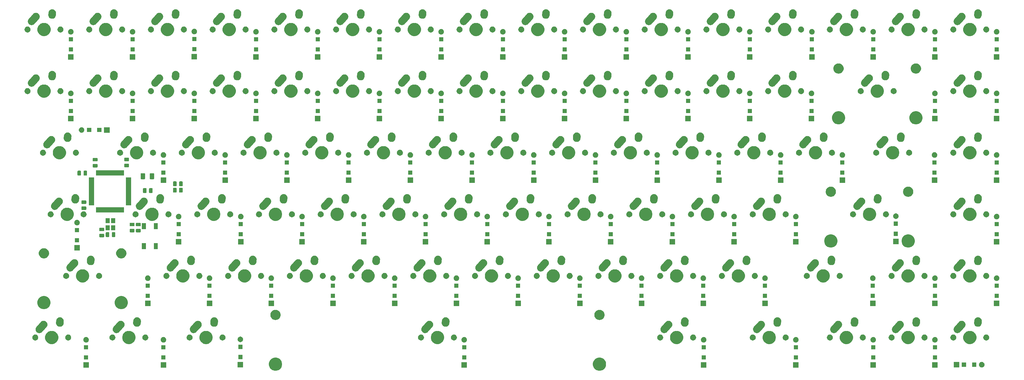
<source format=gbs>
G04 #@! TF.GenerationSoftware,KiCad,Pcbnew,(5.1.4)-1*
G04 #@! TF.CreationDate,2020-09-27T18:31:35+10:00*
G04 #@! TF.ProjectId,merchants 60,6d657263-6861-46e7-9473-2036302e6b69,rev?*
G04 #@! TF.SameCoordinates,Original*
G04 #@! TF.FileFunction,Soldermask,Bot*
G04 #@! TF.FilePolarity,Negative*
%FSLAX46Y46*%
G04 Gerber Fmt 4.6, Leading zero omitted, Abs format (unit mm)*
G04 Created by KiCad (PCBNEW (5.1.4)-1) date 2020-09-27 18:31:35*
%MOMM*%
%LPD*%
G04 APERTURE LIST*
%ADD10C,0.100000*%
G04 APERTURE END LIST*
D10*
G36*
X245065124Y-188057434D02*
G01*
X245283124Y-188147733D01*
X245437273Y-188211583D01*
X245772198Y-188435373D01*
X246057027Y-188720202D01*
X246280817Y-189055127D01*
X246280817Y-189055128D01*
X246434966Y-189427276D01*
X246513550Y-189822344D01*
X246513550Y-190225156D01*
X246434966Y-190620224D01*
X246391574Y-190724981D01*
X246280817Y-190992373D01*
X246057027Y-191327298D01*
X245772198Y-191612127D01*
X245437273Y-191835917D01*
X245283124Y-191899767D01*
X245065124Y-191990066D01*
X244670056Y-192068650D01*
X244267244Y-192068650D01*
X243872176Y-191990066D01*
X243654176Y-191899767D01*
X243500027Y-191835917D01*
X243165102Y-191612127D01*
X242880273Y-191327298D01*
X242656483Y-190992373D01*
X242545726Y-190724981D01*
X242502334Y-190620224D01*
X242423750Y-190225156D01*
X242423750Y-189822344D01*
X242502334Y-189427276D01*
X242656483Y-189055128D01*
X242656483Y-189055127D01*
X242880273Y-188720202D01*
X243165102Y-188435373D01*
X243500027Y-188211583D01*
X243654176Y-188147733D01*
X243872176Y-188057434D01*
X244267244Y-187978850D01*
X244670056Y-187978850D01*
X245065124Y-188057434D01*
X245065124Y-188057434D01*
G37*
G36*
X145065324Y-188057434D02*
G01*
X145283324Y-188147733D01*
X145437473Y-188211583D01*
X145772398Y-188435373D01*
X146057227Y-188720202D01*
X146281017Y-189055127D01*
X146281017Y-189055128D01*
X146435166Y-189427276D01*
X146513750Y-189822344D01*
X146513750Y-190225156D01*
X146435166Y-190620224D01*
X146391774Y-190724981D01*
X146281017Y-190992373D01*
X146057227Y-191327298D01*
X145772398Y-191612127D01*
X145437473Y-191835917D01*
X145283324Y-191899767D01*
X145065324Y-191990066D01*
X144670256Y-192068650D01*
X144267444Y-192068650D01*
X143872376Y-191990066D01*
X143654376Y-191899767D01*
X143500227Y-191835917D01*
X143165302Y-191612127D01*
X142880473Y-191327298D01*
X142656683Y-190992373D01*
X142545926Y-190724981D01*
X142502534Y-190620224D01*
X142423950Y-190225156D01*
X142423950Y-189822344D01*
X142502534Y-189427276D01*
X142656683Y-189055128D01*
X142656683Y-189055127D01*
X142880473Y-188720202D01*
X143165302Y-188435373D01*
X143500227Y-188211583D01*
X143654376Y-188147733D01*
X143872376Y-188057434D01*
X144267444Y-187978850D01*
X144670256Y-187978850D01*
X145065324Y-188057434D01*
X145065324Y-188057434D01*
G37*
G36*
X277488750Y-191123500D02*
G01*
X275786750Y-191123500D01*
X275786750Y-189421500D01*
X277488750Y-189421500D01*
X277488750Y-191123500D01*
X277488750Y-191123500D01*
G37*
G36*
X86861750Y-191123500D02*
G01*
X85159750Y-191123500D01*
X85159750Y-189421500D01*
X86861750Y-189421500D01*
X86861750Y-191123500D01*
X86861750Y-191123500D01*
G37*
G36*
X110737750Y-191123500D02*
G01*
X109035750Y-191123500D01*
X109035750Y-189421500D01*
X110737750Y-189421500D01*
X110737750Y-191123500D01*
X110737750Y-191123500D01*
G37*
G36*
X348862750Y-191123500D02*
G01*
X347160750Y-191123500D01*
X347160750Y-189421500D01*
X348862750Y-189421500D01*
X348862750Y-191123500D01*
X348862750Y-191123500D01*
G37*
G36*
X203574750Y-191123500D02*
G01*
X201872750Y-191123500D01*
X201872750Y-189421500D01*
X203574750Y-189421500D01*
X203574750Y-191123500D01*
X203574750Y-191123500D01*
G37*
G36*
X329812750Y-191123500D02*
G01*
X328110750Y-191123500D01*
X328110750Y-189421500D01*
X329812750Y-189421500D01*
X329812750Y-191123500D01*
X329812750Y-191123500D01*
G37*
G36*
X305936750Y-191123500D02*
G01*
X304234750Y-191123500D01*
X304234750Y-189421500D01*
X305936750Y-189421500D01*
X305936750Y-191123500D01*
X305936750Y-191123500D01*
G37*
G36*
X362700978Y-189364203D02*
G01*
X362855850Y-189428353D01*
X362995231Y-189521485D01*
X363113765Y-189640019D01*
X363206897Y-189779400D01*
X363271047Y-189934272D01*
X363303750Y-190098684D01*
X363303750Y-190266316D01*
X363271047Y-190430728D01*
X363206897Y-190585600D01*
X363113765Y-190724981D01*
X362995231Y-190843515D01*
X362855850Y-190936647D01*
X362700978Y-191000797D01*
X362536566Y-191033500D01*
X362368934Y-191033500D01*
X362204522Y-191000797D01*
X362049650Y-190936647D01*
X361910269Y-190843515D01*
X361791735Y-190724981D01*
X361698603Y-190585600D01*
X361634453Y-190430728D01*
X361601750Y-190266316D01*
X361601750Y-190098684D01*
X361634453Y-189934272D01*
X361698603Y-189779400D01*
X361791735Y-189640019D01*
X361910269Y-189521485D01*
X362049650Y-189428353D01*
X362204522Y-189364203D01*
X362368934Y-189331500D01*
X362536566Y-189331500D01*
X362700978Y-189364203D01*
X362700978Y-189364203D01*
G37*
G36*
X355503750Y-191033500D02*
G01*
X353801750Y-191033500D01*
X353801750Y-189331500D01*
X355503750Y-189331500D01*
X355503750Y-191033500D01*
X355503750Y-191033500D01*
G37*
G36*
X134486750Y-190996500D02*
G01*
X132784750Y-190996500D01*
X132784750Y-189294500D01*
X134486750Y-189294500D01*
X134486750Y-190996500D01*
X134486750Y-190996500D01*
G37*
G36*
X360778750Y-190833500D02*
G01*
X359476750Y-190833500D01*
X359476750Y-189531500D01*
X360778750Y-189531500D01*
X360778750Y-190833500D01*
X360778750Y-190833500D01*
G37*
G36*
X357628750Y-190833500D02*
G01*
X356326750Y-190833500D01*
X356326750Y-189531500D01*
X357628750Y-189531500D01*
X357628750Y-190833500D01*
X357628750Y-190833500D01*
G37*
G36*
X305736750Y-188598500D02*
G01*
X304434750Y-188598500D01*
X304434750Y-187296500D01*
X305736750Y-187296500D01*
X305736750Y-188598500D01*
X305736750Y-188598500D01*
G37*
G36*
X348662750Y-188598500D02*
G01*
X347360750Y-188598500D01*
X347360750Y-187296500D01*
X348662750Y-187296500D01*
X348662750Y-188598500D01*
X348662750Y-188598500D01*
G37*
G36*
X110537750Y-188598500D02*
G01*
X109235750Y-188598500D01*
X109235750Y-187296500D01*
X110537750Y-187296500D01*
X110537750Y-188598500D01*
X110537750Y-188598500D01*
G37*
G36*
X86661750Y-188598500D02*
G01*
X85359750Y-188598500D01*
X85359750Y-187296500D01*
X86661750Y-187296500D01*
X86661750Y-188598500D01*
X86661750Y-188598500D01*
G37*
G36*
X203374750Y-188598500D02*
G01*
X202072750Y-188598500D01*
X202072750Y-187296500D01*
X203374750Y-187296500D01*
X203374750Y-188598500D01*
X203374750Y-188598500D01*
G37*
G36*
X329612750Y-188598500D02*
G01*
X328310750Y-188598500D01*
X328310750Y-187296500D01*
X329612750Y-187296500D01*
X329612750Y-188598500D01*
X329612750Y-188598500D01*
G37*
G36*
X277288750Y-188598500D02*
G01*
X275986750Y-188598500D01*
X275986750Y-187296500D01*
X277288750Y-187296500D01*
X277288750Y-188598500D01*
X277288750Y-188598500D01*
G37*
G36*
X134286750Y-188471500D02*
G01*
X132984750Y-188471500D01*
X132984750Y-187169500D01*
X134286750Y-187169500D01*
X134286750Y-188471500D01*
X134286750Y-188471500D01*
G37*
G36*
X277288750Y-185448500D02*
G01*
X275986750Y-185448500D01*
X275986750Y-184146500D01*
X277288750Y-184146500D01*
X277288750Y-185448500D01*
X277288750Y-185448500D01*
G37*
G36*
X329612750Y-185448500D02*
G01*
X328310750Y-185448500D01*
X328310750Y-184146500D01*
X329612750Y-184146500D01*
X329612750Y-185448500D01*
X329612750Y-185448500D01*
G37*
G36*
X348662750Y-185448500D02*
G01*
X347360750Y-185448500D01*
X347360750Y-184146500D01*
X348662750Y-184146500D01*
X348662750Y-185448500D01*
X348662750Y-185448500D01*
G37*
G36*
X110537750Y-185448500D02*
G01*
X109235750Y-185448500D01*
X109235750Y-184146500D01*
X110537750Y-184146500D01*
X110537750Y-185448500D01*
X110537750Y-185448500D01*
G37*
G36*
X305736750Y-185448500D02*
G01*
X304434750Y-185448500D01*
X304434750Y-184146500D01*
X305736750Y-184146500D01*
X305736750Y-185448500D01*
X305736750Y-185448500D01*
G37*
G36*
X86661750Y-185448500D02*
G01*
X85359750Y-185448500D01*
X85359750Y-184146500D01*
X86661750Y-184146500D01*
X86661750Y-185448500D01*
X86661750Y-185448500D01*
G37*
G36*
X203374750Y-185448500D02*
G01*
X202072750Y-185448500D01*
X202072750Y-184146500D01*
X203374750Y-184146500D01*
X203374750Y-185448500D01*
X203374750Y-185448500D01*
G37*
G36*
X134286750Y-185321500D02*
G01*
X132984750Y-185321500D01*
X132984750Y-184019500D01*
X134286750Y-184019500D01*
X134286750Y-185321500D01*
X134286750Y-185321500D01*
G37*
G36*
X297458974Y-179802434D02*
G01*
X297676974Y-179892733D01*
X297831123Y-179956583D01*
X298166048Y-180180373D01*
X298450877Y-180465202D01*
X298674667Y-180800127D01*
X298707062Y-180878336D01*
X298828816Y-181172276D01*
X298907400Y-181567344D01*
X298907400Y-181970156D01*
X298828816Y-182365224D01*
X298777951Y-182488022D01*
X298674667Y-182737373D01*
X298450877Y-183072298D01*
X298166048Y-183357127D01*
X297831123Y-183580917D01*
X297676974Y-183644767D01*
X297458974Y-183735066D01*
X297063906Y-183813650D01*
X296661094Y-183813650D01*
X296266026Y-183735066D01*
X296048026Y-183644767D01*
X295893877Y-183580917D01*
X295558952Y-183357127D01*
X295274123Y-183072298D01*
X295050333Y-182737373D01*
X294947049Y-182488022D01*
X294896184Y-182365224D01*
X294817600Y-181970156D01*
X294817600Y-181567344D01*
X294896184Y-181172276D01*
X295017938Y-180878336D01*
X295050333Y-180800127D01*
X295274123Y-180465202D01*
X295558952Y-180180373D01*
X295893877Y-179956583D01*
X296048026Y-179892733D01*
X296266026Y-179802434D01*
X296661094Y-179723850D01*
X297063906Y-179723850D01*
X297458974Y-179802434D01*
X297458974Y-179802434D01*
G37*
G36*
X359371474Y-179802434D02*
G01*
X359589474Y-179892733D01*
X359743623Y-179956583D01*
X360078548Y-180180373D01*
X360363377Y-180465202D01*
X360587167Y-180800127D01*
X360619562Y-180878336D01*
X360741316Y-181172276D01*
X360819900Y-181567344D01*
X360819900Y-181970156D01*
X360741316Y-182365224D01*
X360690451Y-182488022D01*
X360587167Y-182737373D01*
X360363377Y-183072298D01*
X360078548Y-183357127D01*
X359743623Y-183580917D01*
X359589474Y-183644767D01*
X359371474Y-183735066D01*
X358976406Y-183813650D01*
X358573594Y-183813650D01*
X358178526Y-183735066D01*
X357960526Y-183644767D01*
X357806377Y-183580917D01*
X357471452Y-183357127D01*
X357186623Y-183072298D01*
X356962833Y-182737373D01*
X356859549Y-182488022D01*
X356808684Y-182365224D01*
X356730100Y-181970156D01*
X356730100Y-181567344D01*
X356808684Y-181172276D01*
X356930438Y-180878336D01*
X356962833Y-180800127D01*
X357186623Y-180465202D01*
X357471452Y-180180373D01*
X357806377Y-179956583D01*
X357960526Y-179892733D01*
X358178526Y-179802434D01*
X358573594Y-179723850D01*
X358976406Y-179723850D01*
X359371474Y-179802434D01*
X359371474Y-179802434D01*
G37*
G36*
X340321474Y-179802434D02*
G01*
X340539474Y-179892733D01*
X340693623Y-179956583D01*
X341028548Y-180180373D01*
X341313377Y-180465202D01*
X341537167Y-180800127D01*
X341569562Y-180878336D01*
X341691316Y-181172276D01*
X341769900Y-181567344D01*
X341769900Y-181970156D01*
X341691316Y-182365224D01*
X341640451Y-182488022D01*
X341537167Y-182737373D01*
X341313377Y-183072298D01*
X341028548Y-183357127D01*
X340693623Y-183580917D01*
X340539474Y-183644767D01*
X340321474Y-183735066D01*
X339926406Y-183813650D01*
X339523594Y-183813650D01*
X339128526Y-183735066D01*
X338910526Y-183644767D01*
X338756377Y-183580917D01*
X338421452Y-183357127D01*
X338136623Y-183072298D01*
X337912833Y-182737373D01*
X337809549Y-182488022D01*
X337758684Y-182365224D01*
X337680100Y-181970156D01*
X337680100Y-181567344D01*
X337758684Y-181172276D01*
X337880438Y-180878336D01*
X337912833Y-180800127D01*
X338136623Y-180465202D01*
X338421452Y-180180373D01*
X338756377Y-179956583D01*
X338910526Y-179892733D01*
X339128526Y-179802434D01*
X339523594Y-179723850D01*
X339926406Y-179723850D01*
X340321474Y-179802434D01*
X340321474Y-179802434D01*
G37*
G36*
X321271474Y-179802434D02*
G01*
X321489474Y-179892733D01*
X321643623Y-179956583D01*
X321978548Y-180180373D01*
X322263377Y-180465202D01*
X322487167Y-180800127D01*
X322519562Y-180878336D01*
X322641316Y-181172276D01*
X322719900Y-181567344D01*
X322719900Y-181970156D01*
X322641316Y-182365224D01*
X322590451Y-182488022D01*
X322487167Y-182737373D01*
X322263377Y-183072298D01*
X321978548Y-183357127D01*
X321643623Y-183580917D01*
X321489474Y-183644767D01*
X321271474Y-183735066D01*
X320876406Y-183813650D01*
X320473594Y-183813650D01*
X320078526Y-183735066D01*
X319860526Y-183644767D01*
X319706377Y-183580917D01*
X319371452Y-183357127D01*
X319086623Y-183072298D01*
X318862833Y-182737373D01*
X318759549Y-182488022D01*
X318708684Y-182365224D01*
X318630100Y-181970156D01*
X318630100Y-181567344D01*
X318708684Y-181172276D01*
X318830438Y-180878336D01*
X318862833Y-180800127D01*
X319086623Y-180465202D01*
X319371452Y-180180373D01*
X319706377Y-179956583D01*
X319860526Y-179892733D01*
X320078526Y-179802434D01*
X320473594Y-179723850D01*
X320876406Y-179723850D01*
X321271474Y-179802434D01*
X321271474Y-179802434D01*
G37*
G36*
X268883974Y-179802434D02*
G01*
X269101974Y-179892733D01*
X269256123Y-179956583D01*
X269591048Y-180180373D01*
X269875877Y-180465202D01*
X270099667Y-180800127D01*
X270132062Y-180878336D01*
X270253816Y-181172276D01*
X270332400Y-181567344D01*
X270332400Y-181970156D01*
X270253816Y-182365224D01*
X270202951Y-182488022D01*
X270099667Y-182737373D01*
X269875877Y-183072298D01*
X269591048Y-183357127D01*
X269256123Y-183580917D01*
X269101974Y-183644767D01*
X268883974Y-183735066D01*
X268488906Y-183813650D01*
X268086094Y-183813650D01*
X267691026Y-183735066D01*
X267473026Y-183644767D01*
X267318877Y-183580917D01*
X266983952Y-183357127D01*
X266699123Y-183072298D01*
X266475333Y-182737373D01*
X266372049Y-182488022D01*
X266321184Y-182365224D01*
X266242600Y-181970156D01*
X266242600Y-181567344D01*
X266321184Y-181172276D01*
X266442938Y-180878336D01*
X266475333Y-180800127D01*
X266699123Y-180465202D01*
X266983952Y-180180373D01*
X267318877Y-179956583D01*
X267473026Y-179892733D01*
X267691026Y-179802434D01*
X268086094Y-179723850D01*
X268488906Y-179723850D01*
X268883974Y-179802434D01*
X268883974Y-179802434D01*
G37*
G36*
X195065224Y-179802434D02*
G01*
X195283224Y-179892733D01*
X195437373Y-179956583D01*
X195772298Y-180180373D01*
X196057127Y-180465202D01*
X196280917Y-180800127D01*
X196313312Y-180878336D01*
X196435066Y-181172276D01*
X196513650Y-181567344D01*
X196513650Y-181970156D01*
X196435066Y-182365224D01*
X196384201Y-182488022D01*
X196280917Y-182737373D01*
X196057127Y-183072298D01*
X195772298Y-183357127D01*
X195437373Y-183580917D01*
X195283224Y-183644767D01*
X195065224Y-183735066D01*
X194670156Y-183813650D01*
X194267344Y-183813650D01*
X193872276Y-183735066D01*
X193654276Y-183644767D01*
X193500127Y-183580917D01*
X193165202Y-183357127D01*
X192880373Y-183072298D01*
X192656583Y-182737373D01*
X192553299Y-182488022D01*
X192502434Y-182365224D01*
X192423850Y-181970156D01*
X192423850Y-181567344D01*
X192502434Y-181172276D01*
X192624188Y-180878336D01*
X192656583Y-180800127D01*
X192880373Y-180465202D01*
X193165202Y-180180373D01*
X193500127Y-179956583D01*
X193654276Y-179892733D01*
X193872276Y-179802434D01*
X194267344Y-179723850D01*
X194670156Y-179723850D01*
X195065224Y-179802434D01*
X195065224Y-179802434D01*
G37*
G36*
X123627724Y-179802434D02*
G01*
X123845724Y-179892733D01*
X123999873Y-179956583D01*
X124334798Y-180180373D01*
X124619627Y-180465202D01*
X124843417Y-180800127D01*
X124875812Y-180878336D01*
X124997566Y-181172276D01*
X125076150Y-181567344D01*
X125076150Y-181970156D01*
X124997566Y-182365224D01*
X124946701Y-182488022D01*
X124843417Y-182737373D01*
X124619627Y-183072298D01*
X124334798Y-183357127D01*
X123999873Y-183580917D01*
X123845724Y-183644767D01*
X123627724Y-183735066D01*
X123232656Y-183813650D01*
X122829844Y-183813650D01*
X122434776Y-183735066D01*
X122216776Y-183644767D01*
X122062627Y-183580917D01*
X121727702Y-183357127D01*
X121442873Y-183072298D01*
X121219083Y-182737373D01*
X121115799Y-182488022D01*
X121064934Y-182365224D01*
X120986350Y-181970156D01*
X120986350Y-181567344D01*
X121064934Y-181172276D01*
X121186688Y-180878336D01*
X121219083Y-180800127D01*
X121442873Y-180465202D01*
X121727702Y-180180373D01*
X122062627Y-179956583D01*
X122216776Y-179892733D01*
X122434776Y-179802434D01*
X122829844Y-179723850D01*
X123232656Y-179723850D01*
X123627724Y-179802434D01*
X123627724Y-179802434D01*
G37*
G36*
X99815224Y-179802434D02*
G01*
X100033224Y-179892733D01*
X100187373Y-179956583D01*
X100522298Y-180180373D01*
X100807127Y-180465202D01*
X101030917Y-180800127D01*
X101063312Y-180878336D01*
X101185066Y-181172276D01*
X101263650Y-181567344D01*
X101263650Y-181970156D01*
X101185066Y-182365224D01*
X101134201Y-182488022D01*
X101030917Y-182737373D01*
X100807127Y-183072298D01*
X100522298Y-183357127D01*
X100187373Y-183580917D01*
X100033224Y-183644767D01*
X99815224Y-183735066D01*
X99420156Y-183813650D01*
X99017344Y-183813650D01*
X98622276Y-183735066D01*
X98404276Y-183644767D01*
X98250127Y-183580917D01*
X97915202Y-183357127D01*
X97630373Y-183072298D01*
X97406583Y-182737373D01*
X97303299Y-182488022D01*
X97252434Y-182365224D01*
X97173850Y-181970156D01*
X97173850Y-181567344D01*
X97252434Y-181172276D01*
X97374188Y-180878336D01*
X97406583Y-180800127D01*
X97630373Y-180465202D01*
X97915202Y-180180373D01*
X98250127Y-179956583D01*
X98404276Y-179892733D01*
X98622276Y-179802434D01*
X99017344Y-179723850D01*
X99420156Y-179723850D01*
X99815224Y-179802434D01*
X99815224Y-179802434D01*
G37*
G36*
X76002724Y-179802434D02*
G01*
X76220724Y-179892733D01*
X76374873Y-179956583D01*
X76709798Y-180180373D01*
X76994627Y-180465202D01*
X77218417Y-180800127D01*
X77250812Y-180878336D01*
X77372566Y-181172276D01*
X77451150Y-181567344D01*
X77451150Y-181970156D01*
X77372566Y-182365224D01*
X77321701Y-182488022D01*
X77218417Y-182737373D01*
X76994627Y-183072298D01*
X76709798Y-183357127D01*
X76374873Y-183580917D01*
X76220724Y-183644767D01*
X76002724Y-183735066D01*
X75607656Y-183813650D01*
X75204844Y-183813650D01*
X74809776Y-183735066D01*
X74591776Y-183644767D01*
X74437627Y-183580917D01*
X74102702Y-183357127D01*
X73817873Y-183072298D01*
X73594083Y-182737373D01*
X73490799Y-182488022D01*
X73439934Y-182365224D01*
X73361350Y-181970156D01*
X73361350Y-181567344D01*
X73439934Y-181172276D01*
X73561688Y-180878336D01*
X73594083Y-180800127D01*
X73817873Y-180465202D01*
X74102702Y-180180373D01*
X74437627Y-179956583D01*
X74591776Y-179892733D01*
X74809776Y-179802434D01*
X75204844Y-179723850D01*
X75607656Y-179723850D01*
X76002724Y-179802434D01*
X76002724Y-179802434D01*
G37*
G36*
X110134978Y-181654203D02*
G01*
X110289850Y-181718353D01*
X110429231Y-181811485D01*
X110547765Y-181930019D01*
X110640897Y-182069400D01*
X110705047Y-182224272D01*
X110737750Y-182388684D01*
X110737750Y-182556316D01*
X110705047Y-182720728D01*
X110640897Y-182875600D01*
X110547765Y-183014981D01*
X110429231Y-183133515D01*
X110289850Y-183226647D01*
X110134978Y-183290797D01*
X109970566Y-183323500D01*
X109802934Y-183323500D01*
X109638522Y-183290797D01*
X109483650Y-183226647D01*
X109344269Y-183133515D01*
X109225735Y-183014981D01*
X109132603Y-182875600D01*
X109068453Y-182720728D01*
X109035750Y-182556316D01*
X109035750Y-182388684D01*
X109068453Y-182224272D01*
X109132603Y-182069400D01*
X109225735Y-181930019D01*
X109344269Y-181811485D01*
X109483650Y-181718353D01*
X109638522Y-181654203D01*
X109802934Y-181621500D01*
X109970566Y-181621500D01*
X110134978Y-181654203D01*
X110134978Y-181654203D01*
G37*
G36*
X86258978Y-181654203D02*
G01*
X86413850Y-181718353D01*
X86553231Y-181811485D01*
X86671765Y-181930019D01*
X86764897Y-182069400D01*
X86829047Y-182224272D01*
X86861750Y-182388684D01*
X86861750Y-182556316D01*
X86829047Y-182720728D01*
X86764897Y-182875600D01*
X86671765Y-183014981D01*
X86553231Y-183133515D01*
X86413850Y-183226647D01*
X86258978Y-183290797D01*
X86094566Y-183323500D01*
X85926934Y-183323500D01*
X85762522Y-183290797D01*
X85607650Y-183226647D01*
X85468269Y-183133515D01*
X85349735Y-183014981D01*
X85256603Y-182875600D01*
X85192453Y-182720728D01*
X85159750Y-182556316D01*
X85159750Y-182388684D01*
X85192453Y-182224272D01*
X85256603Y-182069400D01*
X85349735Y-181930019D01*
X85468269Y-181811485D01*
X85607650Y-181718353D01*
X85762522Y-181654203D01*
X85926934Y-181621500D01*
X86094566Y-181621500D01*
X86258978Y-181654203D01*
X86258978Y-181654203D01*
G37*
G36*
X329209978Y-181654203D02*
G01*
X329364850Y-181718353D01*
X329504231Y-181811485D01*
X329622765Y-181930019D01*
X329715897Y-182069400D01*
X329780047Y-182224272D01*
X329812750Y-182388684D01*
X329812750Y-182556316D01*
X329780047Y-182720728D01*
X329715897Y-182875600D01*
X329622765Y-183014981D01*
X329504231Y-183133515D01*
X329364850Y-183226647D01*
X329209978Y-183290797D01*
X329045566Y-183323500D01*
X328877934Y-183323500D01*
X328713522Y-183290797D01*
X328558650Y-183226647D01*
X328419269Y-183133515D01*
X328300735Y-183014981D01*
X328207603Y-182875600D01*
X328143453Y-182720728D01*
X328110750Y-182556316D01*
X328110750Y-182388684D01*
X328143453Y-182224272D01*
X328207603Y-182069400D01*
X328300735Y-181930019D01*
X328419269Y-181811485D01*
X328558650Y-181718353D01*
X328713522Y-181654203D01*
X328877934Y-181621500D01*
X329045566Y-181621500D01*
X329209978Y-181654203D01*
X329209978Y-181654203D01*
G37*
G36*
X348259978Y-181654203D02*
G01*
X348414850Y-181718353D01*
X348554231Y-181811485D01*
X348672765Y-181930019D01*
X348765897Y-182069400D01*
X348830047Y-182224272D01*
X348862750Y-182388684D01*
X348862750Y-182556316D01*
X348830047Y-182720728D01*
X348765897Y-182875600D01*
X348672765Y-183014981D01*
X348554231Y-183133515D01*
X348414850Y-183226647D01*
X348259978Y-183290797D01*
X348095566Y-183323500D01*
X347927934Y-183323500D01*
X347763522Y-183290797D01*
X347608650Y-183226647D01*
X347469269Y-183133515D01*
X347350735Y-183014981D01*
X347257603Y-182875600D01*
X347193453Y-182720728D01*
X347160750Y-182556316D01*
X347160750Y-182388684D01*
X347193453Y-182224272D01*
X347257603Y-182069400D01*
X347350735Y-181930019D01*
X347469269Y-181811485D01*
X347608650Y-181718353D01*
X347763522Y-181654203D01*
X347927934Y-181621500D01*
X348095566Y-181621500D01*
X348259978Y-181654203D01*
X348259978Y-181654203D01*
G37*
G36*
X202971978Y-181654203D02*
G01*
X203126850Y-181718353D01*
X203266231Y-181811485D01*
X203384765Y-181930019D01*
X203477897Y-182069400D01*
X203542047Y-182224272D01*
X203574750Y-182388684D01*
X203574750Y-182556316D01*
X203542047Y-182720728D01*
X203477897Y-182875600D01*
X203384765Y-183014981D01*
X203266231Y-183133515D01*
X203126850Y-183226647D01*
X202971978Y-183290797D01*
X202807566Y-183323500D01*
X202639934Y-183323500D01*
X202475522Y-183290797D01*
X202320650Y-183226647D01*
X202181269Y-183133515D01*
X202062735Y-183014981D01*
X201969603Y-182875600D01*
X201905453Y-182720728D01*
X201872750Y-182556316D01*
X201872750Y-182388684D01*
X201905453Y-182224272D01*
X201969603Y-182069400D01*
X202062735Y-181930019D01*
X202181269Y-181811485D01*
X202320650Y-181718353D01*
X202475522Y-181654203D01*
X202639934Y-181621500D01*
X202807566Y-181621500D01*
X202971978Y-181654203D01*
X202971978Y-181654203D01*
G37*
G36*
X276885978Y-181654203D02*
G01*
X277040850Y-181718353D01*
X277180231Y-181811485D01*
X277298765Y-181930019D01*
X277391897Y-182069400D01*
X277456047Y-182224272D01*
X277488750Y-182388684D01*
X277488750Y-182556316D01*
X277456047Y-182720728D01*
X277391897Y-182875600D01*
X277298765Y-183014981D01*
X277180231Y-183133515D01*
X277040850Y-183226647D01*
X276885978Y-183290797D01*
X276721566Y-183323500D01*
X276553934Y-183323500D01*
X276389522Y-183290797D01*
X276234650Y-183226647D01*
X276095269Y-183133515D01*
X275976735Y-183014981D01*
X275883603Y-182875600D01*
X275819453Y-182720728D01*
X275786750Y-182556316D01*
X275786750Y-182388684D01*
X275819453Y-182224272D01*
X275883603Y-182069400D01*
X275976735Y-181930019D01*
X276095269Y-181811485D01*
X276234650Y-181718353D01*
X276389522Y-181654203D01*
X276553934Y-181621500D01*
X276721566Y-181621500D01*
X276885978Y-181654203D01*
X276885978Y-181654203D01*
G37*
G36*
X305333978Y-181654203D02*
G01*
X305488850Y-181718353D01*
X305628231Y-181811485D01*
X305746765Y-181930019D01*
X305839897Y-182069400D01*
X305904047Y-182224272D01*
X305936750Y-182388684D01*
X305936750Y-182556316D01*
X305904047Y-182720728D01*
X305839897Y-182875600D01*
X305746765Y-183014981D01*
X305628231Y-183133515D01*
X305488850Y-183226647D01*
X305333978Y-183290797D01*
X305169566Y-183323500D01*
X305001934Y-183323500D01*
X304837522Y-183290797D01*
X304682650Y-183226647D01*
X304543269Y-183133515D01*
X304424735Y-183014981D01*
X304331603Y-182875600D01*
X304267453Y-182720728D01*
X304234750Y-182556316D01*
X304234750Y-182388684D01*
X304267453Y-182224272D01*
X304331603Y-182069400D01*
X304424735Y-181930019D01*
X304543269Y-181811485D01*
X304682650Y-181718353D01*
X304837522Y-181654203D01*
X305001934Y-181621500D01*
X305169566Y-181621500D01*
X305333978Y-181654203D01*
X305333978Y-181654203D01*
G37*
G36*
X133883978Y-181527203D02*
G01*
X134038850Y-181591353D01*
X134178231Y-181684485D01*
X134296765Y-181803019D01*
X134389897Y-181942400D01*
X134454047Y-182097272D01*
X134486750Y-182261684D01*
X134486750Y-182429316D01*
X134454047Y-182593728D01*
X134389897Y-182748600D01*
X134296765Y-182887981D01*
X134178231Y-183006515D01*
X134038850Y-183099647D01*
X133883978Y-183163797D01*
X133719566Y-183196500D01*
X133551934Y-183196500D01*
X133387522Y-183163797D01*
X133232650Y-183099647D01*
X133093269Y-183006515D01*
X132974735Y-182887981D01*
X132881603Y-182748600D01*
X132817453Y-182593728D01*
X132784750Y-182429316D01*
X132784750Y-182261684D01*
X132817453Y-182097272D01*
X132881603Y-181942400D01*
X132974735Y-181803019D01*
X133093269Y-181684485D01*
X133232650Y-181591353D01*
X133387522Y-181527203D01*
X133551934Y-181494500D01*
X133719566Y-181494500D01*
X133883978Y-181527203D01*
X133883978Y-181527203D01*
G37*
G36*
X353965104Y-180878335D02*
G01*
X354133626Y-180948139D01*
X354285291Y-181049478D01*
X354414272Y-181178459D01*
X354515611Y-181330124D01*
X354585415Y-181498646D01*
X354621000Y-181677547D01*
X354621000Y-181859953D01*
X354585415Y-182038854D01*
X354515611Y-182207376D01*
X354414272Y-182359041D01*
X354285291Y-182488022D01*
X354133626Y-182589361D01*
X353965104Y-182659165D01*
X353786203Y-182694750D01*
X353603797Y-182694750D01*
X353424896Y-182659165D01*
X353256374Y-182589361D01*
X353104709Y-182488022D01*
X352975728Y-182359041D01*
X352874389Y-182207376D01*
X352804585Y-182038854D01*
X352769000Y-181859953D01*
X352769000Y-181677547D01*
X352804585Y-181498646D01*
X352874389Y-181330124D01*
X352975728Y-181178459D01*
X353104709Y-181049478D01*
X353256374Y-180948139D01*
X353424896Y-180878335D01*
X353603797Y-180842750D01*
X353786203Y-180842750D01*
X353965104Y-180878335D01*
X353965104Y-180878335D01*
G37*
G36*
X263477604Y-180878335D02*
G01*
X263646126Y-180948139D01*
X263797791Y-181049478D01*
X263926772Y-181178459D01*
X264028111Y-181330124D01*
X264097915Y-181498646D01*
X264133500Y-181677547D01*
X264133500Y-181859953D01*
X264097915Y-182038854D01*
X264028111Y-182207376D01*
X263926772Y-182359041D01*
X263797791Y-182488022D01*
X263646126Y-182589361D01*
X263477604Y-182659165D01*
X263298703Y-182694750D01*
X263116297Y-182694750D01*
X262937396Y-182659165D01*
X262768874Y-182589361D01*
X262617209Y-182488022D01*
X262488228Y-182359041D01*
X262386889Y-182207376D01*
X262317085Y-182038854D01*
X262281500Y-181859953D01*
X262281500Y-181677547D01*
X262317085Y-181498646D01*
X262386889Y-181330124D01*
X262488228Y-181178459D01*
X262617209Y-181049478D01*
X262768874Y-180948139D01*
X262937396Y-180878335D01*
X263116297Y-180842750D01*
X263298703Y-180842750D01*
X263477604Y-180878335D01*
X263477604Y-180878335D01*
G37*
G36*
X199818854Y-180878335D02*
G01*
X199987376Y-180948139D01*
X200139041Y-181049478D01*
X200268022Y-181178459D01*
X200369361Y-181330124D01*
X200439165Y-181498646D01*
X200474750Y-181677547D01*
X200474750Y-181859953D01*
X200439165Y-182038854D01*
X200369361Y-182207376D01*
X200268022Y-182359041D01*
X200139041Y-182488022D01*
X199987376Y-182589361D01*
X199818854Y-182659165D01*
X199639953Y-182694750D01*
X199457547Y-182694750D01*
X199278646Y-182659165D01*
X199110124Y-182589361D01*
X198958459Y-182488022D01*
X198829478Y-182359041D01*
X198728139Y-182207376D01*
X198658335Y-182038854D01*
X198622750Y-181859953D01*
X198622750Y-181677547D01*
X198658335Y-181498646D01*
X198728139Y-181330124D01*
X198829478Y-181178459D01*
X198958459Y-181049478D01*
X199110124Y-180948139D01*
X199278646Y-180878335D01*
X199457547Y-180842750D01*
X199639953Y-180842750D01*
X199818854Y-180878335D01*
X199818854Y-180878335D01*
G37*
G36*
X189658854Y-180878335D02*
G01*
X189827376Y-180948139D01*
X189979041Y-181049478D01*
X190108022Y-181178459D01*
X190209361Y-181330124D01*
X190279165Y-181498646D01*
X190314750Y-181677547D01*
X190314750Y-181859953D01*
X190279165Y-182038854D01*
X190209361Y-182207376D01*
X190108022Y-182359041D01*
X189979041Y-182488022D01*
X189827376Y-182589361D01*
X189658854Y-182659165D01*
X189479953Y-182694750D01*
X189297547Y-182694750D01*
X189118646Y-182659165D01*
X188950124Y-182589361D01*
X188798459Y-182488022D01*
X188669478Y-182359041D01*
X188568139Y-182207376D01*
X188498335Y-182038854D01*
X188462750Y-181859953D01*
X188462750Y-181677547D01*
X188498335Y-181498646D01*
X188568139Y-181330124D01*
X188669478Y-181178459D01*
X188798459Y-181049478D01*
X188950124Y-180948139D01*
X189118646Y-180878335D01*
X189297547Y-180842750D01*
X189479953Y-180842750D01*
X189658854Y-180878335D01*
X189658854Y-180878335D01*
G37*
G36*
X292052604Y-180878335D02*
G01*
X292221126Y-180948139D01*
X292372791Y-181049478D01*
X292501772Y-181178459D01*
X292603111Y-181330124D01*
X292672915Y-181498646D01*
X292708500Y-181677547D01*
X292708500Y-181859953D01*
X292672915Y-182038854D01*
X292603111Y-182207376D01*
X292501772Y-182359041D01*
X292372791Y-182488022D01*
X292221126Y-182589361D01*
X292052604Y-182659165D01*
X291873703Y-182694750D01*
X291691297Y-182694750D01*
X291512396Y-182659165D01*
X291343874Y-182589361D01*
X291192209Y-182488022D01*
X291063228Y-182359041D01*
X290961889Y-182207376D01*
X290892085Y-182038854D01*
X290856500Y-181859953D01*
X290856500Y-181677547D01*
X290892085Y-181498646D01*
X290961889Y-181330124D01*
X291063228Y-181178459D01*
X291192209Y-181049478D01*
X291343874Y-180948139D01*
X291512396Y-180878335D01*
X291691297Y-180842750D01*
X291873703Y-180842750D01*
X292052604Y-180878335D01*
X292052604Y-180878335D01*
G37*
G36*
X302212604Y-180878335D02*
G01*
X302381126Y-180948139D01*
X302532791Y-181049478D01*
X302661772Y-181178459D01*
X302763111Y-181330124D01*
X302832915Y-181498646D01*
X302868500Y-181677547D01*
X302868500Y-181859953D01*
X302832915Y-182038854D01*
X302763111Y-182207376D01*
X302661772Y-182359041D01*
X302532791Y-182488022D01*
X302381126Y-182589361D01*
X302212604Y-182659165D01*
X302033703Y-182694750D01*
X301851297Y-182694750D01*
X301672396Y-182659165D01*
X301503874Y-182589361D01*
X301352209Y-182488022D01*
X301223228Y-182359041D01*
X301121889Y-182207376D01*
X301052085Y-182038854D01*
X301016500Y-181859953D01*
X301016500Y-181677547D01*
X301052085Y-181498646D01*
X301121889Y-181330124D01*
X301223228Y-181178459D01*
X301352209Y-181049478D01*
X301503874Y-180948139D01*
X301672396Y-180878335D01*
X301851297Y-180842750D01*
X302033703Y-180842750D01*
X302212604Y-180878335D01*
X302212604Y-180878335D01*
G37*
G36*
X273637604Y-180878335D02*
G01*
X273806126Y-180948139D01*
X273957791Y-181049478D01*
X274086772Y-181178459D01*
X274188111Y-181330124D01*
X274257915Y-181498646D01*
X274293500Y-181677547D01*
X274293500Y-181859953D01*
X274257915Y-182038854D01*
X274188111Y-182207376D01*
X274086772Y-182359041D01*
X273957791Y-182488022D01*
X273806126Y-182589361D01*
X273637604Y-182659165D01*
X273458703Y-182694750D01*
X273276297Y-182694750D01*
X273097396Y-182659165D01*
X272928874Y-182589361D01*
X272777209Y-182488022D01*
X272648228Y-182359041D01*
X272546889Y-182207376D01*
X272477085Y-182038854D01*
X272441500Y-181859953D01*
X272441500Y-181677547D01*
X272477085Y-181498646D01*
X272546889Y-181330124D01*
X272648228Y-181178459D01*
X272777209Y-181049478D01*
X272928874Y-180948139D01*
X273097396Y-180878335D01*
X273276297Y-180842750D01*
X273458703Y-180842750D01*
X273637604Y-180878335D01*
X273637604Y-180878335D01*
G37*
G36*
X118221354Y-180878335D02*
G01*
X118389876Y-180948139D01*
X118541541Y-181049478D01*
X118670522Y-181178459D01*
X118771861Y-181330124D01*
X118841665Y-181498646D01*
X118877250Y-181677547D01*
X118877250Y-181859953D01*
X118841665Y-182038854D01*
X118771861Y-182207376D01*
X118670522Y-182359041D01*
X118541541Y-182488022D01*
X118389876Y-182589361D01*
X118221354Y-182659165D01*
X118042453Y-182694750D01*
X117860047Y-182694750D01*
X117681146Y-182659165D01*
X117512624Y-182589361D01*
X117360959Y-182488022D01*
X117231978Y-182359041D01*
X117130639Y-182207376D01*
X117060835Y-182038854D01*
X117025250Y-181859953D01*
X117025250Y-181677547D01*
X117060835Y-181498646D01*
X117130639Y-181330124D01*
X117231978Y-181178459D01*
X117360959Y-181049478D01*
X117512624Y-180948139D01*
X117681146Y-180878335D01*
X117860047Y-180842750D01*
X118042453Y-180842750D01*
X118221354Y-180878335D01*
X118221354Y-180878335D01*
G37*
G36*
X70596354Y-180878335D02*
G01*
X70764876Y-180948139D01*
X70916541Y-181049478D01*
X71045522Y-181178459D01*
X71146861Y-181330124D01*
X71216665Y-181498646D01*
X71252250Y-181677547D01*
X71252250Y-181859953D01*
X71216665Y-182038854D01*
X71146861Y-182207376D01*
X71045522Y-182359041D01*
X70916541Y-182488022D01*
X70764876Y-182589361D01*
X70596354Y-182659165D01*
X70417453Y-182694750D01*
X70235047Y-182694750D01*
X70056146Y-182659165D01*
X69887624Y-182589361D01*
X69735959Y-182488022D01*
X69606978Y-182359041D01*
X69505639Y-182207376D01*
X69435835Y-182038854D01*
X69400250Y-181859953D01*
X69400250Y-181677547D01*
X69435835Y-181498646D01*
X69505639Y-181330124D01*
X69606978Y-181178459D01*
X69735959Y-181049478D01*
X69887624Y-180948139D01*
X70056146Y-180878335D01*
X70235047Y-180842750D01*
X70417453Y-180842750D01*
X70596354Y-180878335D01*
X70596354Y-180878335D01*
G37*
G36*
X364125104Y-180878335D02*
G01*
X364293626Y-180948139D01*
X364445291Y-181049478D01*
X364574272Y-181178459D01*
X364675611Y-181330124D01*
X364745415Y-181498646D01*
X364781000Y-181677547D01*
X364781000Y-181859953D01*
X364745415Y-182038854D01*
X364675611Y-182207376D01*
X364574272Y-182359041D01*
X364445291Y-182488022D01*
X364293626Y-182589361D01*
X364125104Y-182659165D01*
X363946203Y-182694750D01*
X363763797Y-182694750D01*
X363584896Y-182659165D01*
X363416374Y-182589361D01*
X363264709Y-182488022D01*
X363135728Y-182359041D01*
X363034389Y-182207376D01*
X362964585Y-182038854D01*
X362929000Y-181859953D01*
X362929000Y-181677547D01*
X362964585Y-181498646D01*
X363034389Y-181330124D01*
X363135728Y-181178459D01*
X363264709Y-181049478D01*
X363416374Y-180948139D01*
X363584896Y-180878335D01*
X363763797Y-180842750D01*
X363946203Y-180842750D01*
X364125104Y-180878335D01*
X364125104Y-180878335D01*
G37*
G36*
X345075104Y-180878335D02*
G01*
X345243626Y-180948139D01*
X345395291Y-181049478D01*
X345524272Y-181178459D01*
X345625611Y-181330124D01*
X345695415Y-181498646D01*
X345731000Y-181677547D01*
X345731000Y-181859953D01*
X345695415Y-182038854D01*
X345625611Y-182207376D01*
X345524272Y-182359041D01*
X345395291Y-182488022D01*
X345243626Y-182589361D01*
X345075104Y-182659165D01*
X344896203Y-182694750D01*
X344713797Y-182694750D01*
X344534896Y-182659165D01*
X344366374Y-182589361D01*
X344214709Y-182488022D01*
X344085728Y-182359041D01*
X343984389Y-182207376D01*
X343914585Y-182038854D01*
X343879000Y-181859953D01*
X343879000Y-181677547D01*
X343914585Y-181498646D01*
X343984389Y-181330124D01*
X344085728Y-181178459D01*
X344214709Y-181049478D01*
X344366374Y-180948139D01*
X344534896Y-180878335D01*
X344713797Y-180842750D01*
X344896203Y-180842750D01*
X345075104Y-180878335D01*
X345075104Y-180878335D01*
G37*
G36*
X94408854Y-180878335D02*
G01*
X94577376Y-180948139D01*
X94729041Y-181049478D01*
X94858022Y-181178459D01*
X94959361Y-181330124D01*
X95029165Y-181498646D01*
X95064750Y-181677547D01*
X95064750Y-181859953D01*
X95029165Y-182038854D01*
X94959361Y-182207376D01*
X94858022Y-182359041D01*
X94729041Y-182488022D01*
X94577376Y-182589361D01*
X94408854Y-182659165D01*
X94229953Y-182694750D01*
X94047547Y-182694750D01*
X93868646Y-182659165D01*
X93700124Y-182589361D01*
X93548459Y-182488022D01*
X93419478Y-182359041D01*
X93318139Y-182207376D01*
X93248335Y-182038854D01*
X93212750Y-181859953D01*
X93212750Y-181677547D01*
X93248335Y-181498646D01*
X93318139Y-181330124D01*
X93419478Y-181178459D01*
X93548459Y-181049478D01*
X93700124Y-180948139D01*
X93868646Y-180878335D01*
X94047547Y-180842750D01*
X94229953Y-180842750D01*
X94408854Y-180878335D01*
X94408854Y-180878335D01*
G37*
G36*
X315865104Y-180878335D02*
G01*
X316033626Y-180948139D01*
X316185291Y-181049478D01*
X316314272Y-181178459D01*
X316415611Y-181330124D01*
X316485415Y-181498646D01*
X316521000Y-181677547D01*
X316521000Y-181859953D01*
X316485415Y-182038854D01*
X316415611Y-182207376D01*
X316314272Y-182359041D01*
X316185291Y-182488022D01*
X316033626Y-182589361D01*
X315865104Y-182659165D01*
X315686203Y-182694750D01*
X315503797Y-182694750D01*
X315324896Y-182659165D01*
X315156374Y-182589361D01*
X315004709Y-182488022D01*
X314875728Y-182359041D01*
X314774389Y-182207376D01*
X314704585Y-182038854D01*
X314669000Y-181859953D01*
X314669000Y-181677547D01*
X314704585Y-181498646D01*
X314774389Y-181330124D01*
X314875728Y-181178459D01*
X315004709Y-181049478D01*
X315156374Y-180948139D01*
X315324896Y-180878335D01*
X315503797Y-180842750D01*
X315686203Y-180842750D01*
X315865104Y-180878335D01*
X315865104Y-180878335D01*
G37*
G36*
X326025104Y-180878335D02*
G01*
X326193626Y-180948139D01*
X326345291Y-181049478D01*
X326474272Y-181178459D01*
X326575611Y-181330124D01*
X326645415Y-181498646D01*
X326681000Y-181677547D01*
X326681000Y-181859953D01*
X326645415Y-182038854D01*
X326575611Y-182207376D01*
X326474272Y-182359041D01*
X326345291Y-182488022D01*
X326193626Y-182589361D01*
X326025104Y-182659165D01*
X325846203Y-182694750D01*
X325663797Y-182694750D01*
X325484896Y-182659165D01*
X325316374Y-182589361D01*
X325164709Y-182488022D01*
X325035728Y-182359041D01*
X324934389Y-182207376D01*
X324864585Y-182038854D01*
X324829000Y-181859953D01*
X324829000Y-181677547D01*
X324864585Y-181498646D01*
X324934389Y-181330124D01*
X325035728Y-181178459D01*
X325164709Y-181049478D01*
X325316374Y-180948139D01*
X325484896Y-180878335D01*
X325663797Y-180842750D01*
X325846203Y-180842750D01*
X326025104Y-180878335D01*
X326025104Y-180878335D01*
G37*
G36*
X80756354Y-180878335D02*
G01*
X80924876Y-180948139D01*
X81076541Y-181049478D01*
X81205522Y-181178459D01*
X81306861Y-181330124D01*
X81376665Y-181498646D01*
X81412250Y-181677547D01*
X81412250Y-181859953D01*
X81376665Y-182038854D01*
X81306861Y-182207376D01*
X81205522Y-182359041D01*
X81076541Y-182488022D01*
X80924876Y-182589361D01*
X80756354Y-182659165D01*
X80577453Y-182694750D01*
X80395047Y-182694750D01*
X80216146Y-182659165D01*
X80047624Y-182589361D01*
X79895959Y-182488022D01*
X79766978Y-182359041D01*
X79665639Y-182207376D01*
X79595835Y-182038854D01*
X79560250Y-181859953D01*
X79560250Y-181677547D01*
X79595835Y-181498646D01*
X79665639Y-181330124D01*
X79766978Y-181178459D01*
X79895959Y-181049478D01*
X80047624Y-180948139D01*
X80216146Y-180878335D01*
X80395047Y-180842750D01*
X80577453Y-180842750D01*
X80756354Y-180878335D01*
X80756354Y-180878335D01*
G37*
G36*
X334915104Y-180878335D02*
G01*
X335083626Y-180948139D01*
X335235291Y-181049478D01*
X335364272Y-181178459D01*
X335465611Y-181330124D01*
X335535415Y-181498646D01*
X335571000Y-181677547D01*
X335571000Y-181859953D01*
X335535415Y-182038854D01*
X335465611Y-182207376D01*
X335364272Y-182359041D01*
X335235291Y-182488022D01*
X335083626Y-182589361D01*
X334915104Y-182659165D01*
X334736203Y-182694750D01*
X334553797Y-182694750D01*
X334374896Y-182659165D01*
X334206374Y-182589361D01*
X334054709Y-182488022D01*
X333925728Y-182359041D01*
X333824389Y-182207376D01*
X333754585Y-182038854D01*
X333719000Y-181859953D01*
X333719000Y-181677547D01*
X333754585Y-181498646D01*
X333824389Y-181330124D01*
X333925728Y-181178459D01*
X334054709Y-181049478D01*
X334206374Y-180948139D01*
X334374896Y-180878335D01*
X334553797Y-180842750D01*
X334736203Y-180842750D01*
X334915104Y-180878335D01*
X334915104Y-180878335D01*
G37*
G36*
X128381354Y-180878335D02*
G01*
X128549876Y-180948139D01*
X128701541Y-181049478D01*
X128830522Y-181178459D01*
X128931861Y-181330124D01*
X129001665Y-181498646D01*
X129037250Y-181677547D01*
X129037250Y-181859953D01*
X129001665Y-182038854D01*
X128931861Y-182207376D01*
X128830522Y-182359041D01*
X128701541Y-182488022D01*
X128549876Y-182589361D01*
X128381354Y-182659165D01*
X128202453Y-182694750D01*
X128020047Y-182694750D01*
X127841146Y-182659165D01*
X127672624Y-182589361D01*
X127520959Y-182488022D01*
X127391978Y-182359041D01*
X127290639Y-182207376D01*
X127220835Y-182038854D01*
X127185250Y-181859953D01*
X127185250Y-181677547D01*
X127220835Y-181498646D01*
X127290639Y-181330124D01*
X127391978Y-181178459D01*
X127520959Y-181049478D01*
X127672624Y-180948139D01*
X127841146Y-180878335D01*
X128020047Y-180842750D01*
X128202453Y-180842750D01*
X128381354Y-180878335D01*
X128381354Y-180878335D01*
G37*
G36*
X104568854Y-180878335D02*
G01*
X104737376Y-180948139D01*
X104889041Y-181049478D01*
X105018022Y-181178459D01*
X105119361Y-181330124D01*
X105189165Y-181498646D01*
X105224750Y-181677547D01*
X105224750Y-181859953D01*
X105189165Y-182038854D01*
X105119361Y-182207376D01*
X105018022Y-182359041D01*
X104889041Y-182488022D01*
X104737376Y-182589361D01*
X104568854Y-182659165D01*
X104389953Y-182694750D01*
X104207547Y-182694750D01*
X104028646Y-182659165D01*
X103860124Y-182589361D01*
X103708459Y-182488022D01*
X103579478Y-182359041D01*
X103478139Y-182207376D01*
X103408335Y-182038854D01*
X103372750Y-181859953D01*
X103372750Y-181677547D01*
X103408335Y-181498646D01*
X103478139Y-181330124D01*
X103579478Y-181178459D01*
X103708459Y-181049478D01*
X103860124Y-180948139D01*
X104028646Y-180878335D01*
X104207547Y-180842750D01*
X104389953Y-180842750D01*
X104568854Y-180878335D01*
X104568854Y-180878335D01*
G37*
G36*
X96741955Y-176592631D02*
G01*
X96747395Y-176592750D01*
X96834578Y-176592750D01*
X96850847Y-176595986D01*
X96869706Y-176598265D01*
X96886282Y-176598996D01*
X96970973Y-176619760D01*
X96976268Y-176620934D01*
X97061777Y-176637943D01*
X97077112Y-176644295D01*
X97095151Y-176650205D01*
X97111271Y-176654157D01*
X97190254Y-176691030D01*
X97195244Y-176693227D01*
X97275795Y-176726592D01*
X97289591Y-176735810D01*
X97306143Y-176745132D01*
X97321176Y-176752150D01*
X97391444Y-176803721D01*
X97395942Y-176806872D01*
X97468406Y-176855291D01*
X97480133Y-176867018D01*
X97494559Y-176879398D01*
X97507929Y-176889211D01*
X97507930Y-176889212D01*
X97566771Y-176953483D01*
X97570579Y-176957464D01*
X97632209Y-177019094D01*
X97641424Y-177032885D01*
X97653146Y-177047828D01*
X97664355Y-177060071D01*
X97709549Y-177134624D01*
X97712496Y-177139251D01*
X97760908Y-177211705D01*
X97767255Y-177227027D01*
X97775842Y-177243981D01*
X97784441Y-177258167D01*
X97814228Y-177340118D01*
X97816202Y-177345198D01*
X97849557Y-177425723D01*
X97849557Y-177425724D01*
X97852791Y-177441983D01*
X97857908Y-177460292D01*
X97863575Y-177475884D01*
X97876805Y-177562095D01*
X97877751Y-177567463D01*
X97894750Y-177652923D01*
X97894750Y-177669502D01*
X97896194Y-177688442D01*
X97898713Y-177704854D01*
X97894870Y-177791999D01*
X97894750Y-177797439D01*
X97894750Y-177884575D01*
X97891516Y-177900833D01*
X97889238Y-177919691D01*
X97888506Y-177936281D01*
X97867738Y-178020987D01*
X97866562Y-178026287D01*
X97849557Y-178111777D01*
X97843207Y-178127107D01*
X97837299Y-178145143D01*
X97833345Y-178161270D01*
X97796461Y-178240276D01*
X97794261Y-178245273D01*
X97760908Y-178325795D01*
X97751694Y-178339585D01*
X97742372Y-178356137D01*
X97735352Y-178371174D01*
X97683761Y-178441470D01*
X97680616Y-178445960D01*
X97632211Y-178518404D01*
X97575210Y-178575405D01*
X97570561Y-178580313D01*
X97139061Y-179061220D01*
X96245473Y-180057126D01*
X96117429Y-180174352D01*
X96018381Y-180234395D01*
X95919333Y-180294439D01*
X95701616Y-180373573D01*
X95472645Y-180408711D01*
X95241220Y-180398504D01*
X95016231Y-180343343D01*
X94911477Y-180294439D01*
X94806329Y-180245352D01*
X94709588Y-180174352D01*
X94619573Y-180108289D01*
X94545144Y-180026991D01*
X94463148Y-179937429D01*
X94381314Y-179802435D01*
X94343061Y-179739333D01*
X94263927Y-179521616D01*
X94228789Y-179292645D01*
X94238996Y-179061220D01*
X94294157Y-178836231D01*
X94345722Y-178725778D01*
X94392148Y-178626330D01*
X94392150Y-178626327D01*
X94494864Y-178486372D01*
X95249995Y-177644777D01*
X95781537Y-177052371D01*
X95792431Y-177038339D01*
X95805289Y-177019096D01*
X95862323Y-176962062D01*
X95866973Y-176957153D01*
X95882028Y-176940374D01*
X95903451Y-176920761D01*
X95907432Y-176916953D01*
X95969096Y-176855289D01*
X95982893Y-176846070D01*
X95997852Y-176834335D01*
X96010071Y-176823148D01*
X96042135Y-176803711D01*
X96084580Y-176777981D01*
X96089171Y-176775058D01*
X96161705Y-176726592D01*
X96177050Y-176720236D01*
X96193998Y-176711651D01*
X96208166Y-176703062D01*
X96208167Y-176703062D01*
X96208168Y-176703061D01*
X96290062Y-176673295D01*
X96295160Y-176671313D01*
X96375723Y-176637943D01*
X96392002Y-176634705D01*
X96410292Y-176629594D01*
X96425885Y-176623927D01*
X96512050Y-176610704D01*
X96517413Y-176609759D01*
X96602923Y-176592750D01*
X96619516Y-176592750D01*
X96638459Y-176591305D01*
X96654856Y-176588789D01*
X96741955Y-176592631D01*
X96741955Y-176592631D01*
G37*
G36*
X337248205Y-176592631D02*
G01*
X337253645Y-176592750D01*
X337340828Y-176592750D01*
X337357097Y-176595986D01*
X337375956Y-176598265D01*
X337392532Y-176598996D01*
X337477223Y-176619760D01*
X337482518Y-176620934D01*
X337568027Y-176637943D01*
X337583362Y-176644295D01*
X337601401Y-176650205D01*
X337617521Y-176654157D01*
X337696504Y-176691030D01*
X337701494Y-176693227D01*
X337782045Y-176726592D01*
X337795841Y-176735810D01*
X337812393Y-176745132D01*
X337827426Y-176752150D01*
X337897694Y-176803721D01*
X337902192Y-176806872D01*
X337974656Y-176855291D01*
X337986383Y-176867018D01*
X338000809Y-176879398D01*
X338014179Y-176889211D01*
X338014180Y-176889212D01*
X338073021Y-176953483D01*
X338076829Y-176957464D01*
X338138459Y-177019094D01*
X338147674Y-177032885D01*
X338159396Y-177047828D01*
X338170605Y-177060071D01*
X338215799Y-177134624D01*
X338218746Y-177139251D01*
X338267158Y-177211705D01*
X338273505Y-177227027D01*
X338282092Y-177243981D01*
X338290691Y-177258167D01*
X338320478Y-177340118D01*
X338322452Y-177345198D01*
X338355807Y-177425723D01*
X338355807Y-177425724D01*
X338359041Y-177441983D01*
X338364158Y-177460292D01*
X338369825Y-177475884D01*
X338383055Y-177562095D01*
X338384001Y-177567463D01*
X338401000Y-177652923D01*
X338401000Y-177669502D01*
X338402444Y-177688442D01*
X338404963Y-177704854D01*
X338401120Y-177791999D01*
X338401000Y-177797439D01*
X338401000Y-177884575D01*
X338397766Y-177900833D01*
X338395488Y-177919691D01*
X338394756Y-177936281D01*
X338373988Y-178020987D01*
X338372812Y-178026287D01*
X338355807Y-178111777D01*
X338349457Y-178127107D01*
X338343549Y-178145143D01*
X338339595Y-178161270D01*
X338302711Y-178240276D01*
X338300511Y-178245273D01*
X338267158Y-178325795D01*
X338257944Y-178339585D01*
X338248622Y-178356137D01*
X338241602Y-178371174D01*
X338190011Y-178441470D01*
X338186866Y-178445960D01*
X338138461Y-178518404D01*
X338081460Y-178575405D01*
X338076811Y-178580313D01*
X337645311Y-179061220D01*
X336751723Y-180057126D01*
X336623679Y-180174352D01*
X336524630Y-180234396D01*
X336425583Y-180294439D01*
X336207866Y-180373573D01*
X335978895Y-180408711D01*
X335747470Y-180398504D01*
X335522481Y-180343343D01*
X335417727Y-180294439D01*
X335312579Y-180245352D01*
X335215838Y-180174352D01*
X335125823Y-180108289D01*
X335051394Y-180026991D01*
X334969398Y-179937429D01*
X334887564Y-179802435D01*
X334849311Y-179739333D01*
X334770177Y-179521616D01*
X334735039Y-179292645D01*
X334745246Y-179061220D01*
X334800407Y-178836231D01*
X334851972Y-178725778D01*
X334898398Y-178626330D01*
X334898400Y-178626327D01*
X335001114Y-178486372D01*
X335756245Y-177644777D01*
X336287787Y-177052371D01*
X336298681Y-177038339D01*
X336311539Y-177019096D01*
X336368573Y-176962062D01*
X336373223Y-176957153D01*
X336388278Y-176940374D01*
X336409701Y-176920761D01*
X336413682Y-176916953D01*
X336475346Y-176855289D01*
X336489143Y-176846070D01*
X336504102Y-176834335D01*
X336516321Y-176823148D01*
X336548385Y-176803711D01*
X336590830Y-176777981D01*
X336595421Y-176775058D01*
X336667955Y-176726592D01*
X336683300Y-176720236D01*
X336700248Y-176711651D01*
X336714416Y-176703062D01*
X336714417Y-176703062D01*
X336714418Y-176703061D01*
X336796312Y-176673295D01*
X336801410Y-176671313D01*
X336881973Y-176637943D01*
X336898252Y-176634705D01*
X336916542Y-176629594D01*
X336932135Y-176623927D01*
X337018300Y-176610704D01*
X337023663Y-176609759D01*
X337109173Y-176592750D01*
X337125766Y-176592750D01*
X337144709Y-176591305D01*
X337161106Y-176588789D01*
X337248205Y-176592631D01*
X337248205Y-176592631D01*
G37*
G36*
X356298205Y-176592631D02*
G01*
X356303645Y-176592750D01*
X356390828Y-176592750D01*
X356407097Y-176595986D01*
X356425956Y-176598265D01*
X356442532Y-176598996D01*
X356527223Y-176619760D01*
X356532518Y-176620934D01*
X356618027Y-176637943D01*
X356633362Y-176644295D01*
X356651401Y-176650205D01*
X356667521Y-176654157D01*
X356746504Y-176691030D01*
X356751494Y-176693227D01*
X356832045Y-176726592D01*
X356845841Y-176735810D01*
X356862393Y-176745132D01*
X356877426Y-176752150D01*
X356947694Y-176803721D01*
X356952192Y-176806872D01*
X357024656Y-176855291D01*
X357036383Y-176867018D01*
X357050809Y-176879398D01*
X357064179Y-176889211D01*
X357064180Y-176889212D01*
X357123021Y-176953483D01*
X357126829Y-176957464D01*
X357188459Y-177019094D01*
X357197674Y-177032885D01*
X357209396Y-177047828D01*
X357220605Y-177060071D01*
X357265799Y-177134624D01*
X357268746Y-177139251D01*
X357317158Y-177211705D01*
X357323505Y-177227027D01*
X357332092Y-177243981D01*
X357340691Y-177258167D01*
X357370478Y-177340118D01*
X357372452Y-177345198D01*
X357405807Y-177425723D01*
X357405807Y-177425724D01*
X357409041Y-177441983D01*
X357414158Y-177460292D01*
X357419825Y-177475884D01*
X357433055Y-177562095D01*
X357434001Y-177567463D01*
X357451000Y-177652923D01*
X357451000Y-177669502D01*
X357452444Y-177688442D01*
X357454963Y-177704854D01*
X357451120Y-177791999D01*
X357451000Y-177797439D01*
X357451000Y-177884575D01*
X357447766Y-177900833D01*
X357445488Y-177919691D01*
X357444756Y-177936281D01*
X357423988Y-178020987D01*
X357422812Y-178026287D01*
X357405807Y-178111777D01*
X357399457Y-178127107D01*
X357393549Y-178145143D01*
X357389595Y-178161270D01*
X357352711Y-178240276D01*
X357350511Y-178245273D01*
X357317158Y-178325795D01*
X357307944Y-178339585D01*
X357298622Y-178356137D01*
X357291602Y-178371174D01*
X357240011Y-178441470D01*
X357236866Y-178445960D01*
X357188461Y-178518404D01*
X357131460Y-178575405D01*
X357126811Y-178580313D01*
X356695311Y-179061220D01*
X355801723Y-180057126D01*
X355673679Y-180174352D01*
X355574630Y-180234396D01*
X355475583Y-180294439D01*
X355257866Y-180373573D01*
X355028895Y-180408711D01*
X354797470Y-180398504D01*
X354572481Y-180343343D01*
X354467727Y-180294439D01*
X354362579Y-180245352D01*
X354265838Y-180174352D01*
X354175823Y-180108289D01*
X354101394Y-180026991D01*
X354019398Y-179937429D01*
X353937564Y-179802435D01*
X353899311Y-179739333D01*
X353820177Y-179521616D01*
X353785039Y-179292645D01*
X353795246Y-179061220D01*
X353850407Y-178836231D01*
X353901972Y-178725778D01*
X353948398Y-178626330D01*
X353948400Y-178626327D01*
X354051114Y-178486372D01*
X354806245Y-177644777D01*
X355337787Y-177052371D01*
X355348681Y-177038339D01*
X355361539Y-177019096D01*
X355418573Y-176962062D01*
X355423223Y-176957153D01*
X355438278Y-176940374D01*
X355459701Y-176920761D01*
X355463682Y-176916953D01*
X355525346Y-176855289D01*
X355539143Y-176846070D01*
X355554102Y-176834335D01*
X355566321Y-176823148D01*
X355598385Y-176803711D01*
X355640830Y-176777981D01*
X355645421Y-176775058D01*
X355717955Y-176726592D01*
X355733300Y-176720236D01*
X355750248Y-176711651D01*
X355764416Y-176703062D01*
X355764417Y-176703062D01*
X355764418Y-176703061D01*
X355846312Y-176673295D01*
X355851410Y-176671313D01*
X355931973Y-176637943D01*
X355948252Y-176634705D01*
X355966542Y-176629594D01*
X355982135Y-176623927D01*
X356068300Y-176610704D01*
X356073663Y-176609759D01*
X356159173Y-176592750D01*
X356175766Y-176592750D01*
X356194709Y-176591305D01*
X356211106Y-176588789D01*
X356298205Y-176592631D01*
X356298205Y-176592631D01*
G37*
G36*
X265810705Y-176592631D02*
G01*
X265816145Y-176592750D01*
X265903328Y-176592750D01*
X265919597Y-176595986D01*
X265938456Y-176598265D01*
X265955032Y-176598996D01*
X266039723Y-176619760D01*
X266045018Y-176620934D01*
X266130527Y-176637943D01*
X266145862Y-176644295D01*
X266163901Y-176650205D01*
X266180021Y-176654157D01*
X266259004Y-176691030D01*
X266263994Y-176693227D01*
X266344545Y-176726592D01*
X266358341Y-176735810D01*
X266374893Y-176745132D01*
X266389926Y-176752150D01*
X266460194Y-176803721D01*
X266464692Y-176806872D01*
X266537156Y-176855291D01*
X266548883Y-176867018D01*
X266563309Y-176879398D01*
X266576679Y-176889211D01*
X266576680Y-176889212D01*
X266635521Y-176953483D01*
X266639329Y-176957464D01*
X266700959Y-177019094D01*
X266710174Y-177032885D01*
X266721896Y-177047828D01*
X266733105Y-177060071D01*
X266778299Y-177134624D01*
X266781246Y-177139251D01*
X266829658Y-177211705D01*
X266836005Y-177227027D01*
X266844592Y-177243981D01*
X266853191Y-177258167D01*
X266882978Y-177340118D01*
X266884952Y-177345198D01*
X266918307Y-177425723D01*
X266918307Y-177425724D01*
X266921541Y-177441983D01*
X266926658Y-177460292D01*
X266932325Y-177475884D01*
X266945555Y-177562095D01*
X266946501Y-177567463D01*
X266963500Y-177652923D01*
X266963500Y-177669502D01*
X266964944Y-177688442D01*
X266967463Y-177704854D01*
X266963620Y-177791999D01*
X266963500Y-177797439D01*
X266963500Y-177884575D01*
X266960266Y-177900833D01*
X266957988Y-177919691D01*
X266957256Y-177936281D01*
X266936488Y-178020987D01*
X266935312Y-178026287D01*
X266918307Y-178111777D01*
X266911957Y-178127107D01*
X266906049Y-178145143D01*
X266902095Y-178161270D01*
X266865211Y-178240276D01*
X266863011Y-178245273D01*
X266829658Y-178325795D01*
X266820444Y-178339585D01*
X266811122Y-178356137D01*
X266804102Y-178371174D01*
X266752511Y-178441470D01*
X266749366Y-178445960D01*
X266700961Y-178518404D01*
X266643960Y-178575405D01*
X266639311Y-178580313D01*
X266207811Y-179061220D01*
X265314223Y-180057126D01*
X265186179Y-180174352D01*
X265087130Y-180234396D01*
X264988083Y-180294439D01*
X264770366Y-180373573D01*
X264541395Y-180408711D01*
X264309970Y-180398504D01*
X264084981Y-180343343D01*
X263980227Y-180294439D01*
X263875079Y-180245352D01*
X263778338Y-180174352D01*
X263688323Y-180108289D01*
X263613894Y-180026991D01*
X263531898Y-179937429D01*
X263450064Y-179802435D01*
X263411811Y-179739333D01*
X263332677Y-179521616D01*
X263297539Y-179292645D01*
X263307746Y-179061220D01*
X263362907Y-178836231D01*
X263414472Y-178725778D01*
X263460898Y-178626330D01*
X263460900Y-178626327D01*
X263563614Y-178486372D01*
X264318745Y-177644777D01*
X264850287Y-177052371D01*
X264861181Y-177038339D01*
X264874039Y-177019096D01*
X264931073Y-176962062D01*
X264935723Y-176957153D01*
X264950778Y-176940374D01*
X264972201Y-176920761D01*
X264976182Y-176916953D01*
X265037846Y-176855289D01*
X265051643Y-176846070D01*
X265066602Y-176834335D01*
X265078821Y-176823148D01*
X265110885Y-176803711D01*
X265153330Y-176777981D01*
X265157921Y-176775058D01*
X265230455Y-176726592D01*
X265245800Y-176720236D01*
X265262748Y-176711651D01*
X265276916Y-176703062D01*
X265276917Y-176703062D01*
X265276918Y-176703061D01*
X265358812Y-176673295D01*
X265363910Y-176671313D01*
X265444473Y-176637943D01*
X265460752Y-176634705D01*
X265479042Y-176629594D01*
X265494635Y-176623927D01*
X265580800Y-176610704D01*
X265586163Y-176609759D01*
X265671673Y-176592750D01*
X265688266Y-176592750D01*
X265707209Y-176591305D01*
X265723606Y-176588789D01*
X265810705Y-176592631D01*
X265810705Y-176592631D01*
G37*
G36*
X191991955Y-176592631D02*
G01*
X191997395Y-176592750D01*
X192084578Y-176592750D01*
X192100847Y-176595986D01*
X192119706Y-176598265D01*
X192136282Y-176598996D01*
X192220973Y-176619760D01*
X192226268Y-176620934D01*
X192311777Y-176637943D01*
X192327112Y-176644295D01*
X192345151Y-176650205D01*
X192361271Y-176654157D01*
X192440254Y-176691030D01*
X192445244Y-176693227D01*
X192525795Y-176726592D01*
X192539591Y-176735810D01*
X192556143Y-176745132D01*
X192571176Y-176752150D01*
X192641444Y-176803721D01*
X192645942Y-176806872D01*
X192718406Y-176855291D01*
X192730133Y-176867018D01*
X192744559Y-176879398D01*
X192757929Y-176889211D01*
X192757930Y-176889212D01*
X192816771Y-176953483D01*
X192820579Y-176957464D01*
X192882209Y-177019094D01*
X192891424Y-177032885D01*
X192903146Y-177047828D01*
X192914355Y-177060071D01*
X192959549Y-177134624D01*
X192962496Y-177139251D01*
X193010908Y-177211705D01*
X193017255Y-177227027D01*
X193025842Y-177243981D01*
X193034441Y-177258167D01*
X193064228Y-177340118D01*
X193066202Y-177345198D01*
X193099557Y-177425723D01*
X193099557Y-177425724D01*
X193102791Y-177441983D01*
X193107908Y-177460292D01*
X193113575Y-177475884D01*
X193126805Y-177562095D01*
X193127751Y-177567463D01*
X193144750Y-177652923D01*
X193144750Y-177669502D01*
X193146194Y-177688442D01*
X193148713Y-177704854D01*
X193144870Y-177791999D01*
X193144750Y-177797439D01*
X193144750Y-177884575D01*
X193141516Y-177900833D01*
X193139238Y-177919691D01*
X193138506Y-177936281D01*
X193117738Y-178020987D01*
X193116562Y-178026287D01*
X193099557Y-178111777D01*
X193093207Y-178127107D01*
X193087299Y-178145143D01*
X193083345Y-178161270D01*
X193046461Y-178240276D01*
X193044261Y-178245273D01*
X193010908Y-178325795D01*
X193001694Y-178339585D01*
X192992372Y-178356137D01*
X192985352Y-178371174D01*
X192933761Y-178441470D01*
X192930616Y-178445960D01*
X192882211Y-178518404D01*
X192825210Y-178575405D01*
X192820561Y-178580313D01*
X192389061Y-179061220D01*
X191495473Y-180057126D01*
X191367429Y-180174352D01*
X191268381Y-180234395D01*
X191169333Y-180294439D01*
X190951616Y-180373573D01*
X190722645Y-180408711D01*
X190491220Y-180398504D01*
X190266231Y-180343343D01*
X190161477Y-180294439D01*
X190056329Y-180245352D01*
X189959588Y-180174352D01*
X189869573Y-180108289D01*
X189795144Y-180026991D01*
X189713148Y-179937429D01*
X189631314Y-179802435D01*
X189593061Y-179739333D01*
X189513927Y-179521616D01*
X189478789Y-179292645D01*
X189488996Y-179061220D01*
X189544157Y-178836231D01*
X189595722Y-178725778D01*
X189642148Y-178626330D01*
X189642150Y-178626327D01*
X189744864Y-178486372D01*
X190499995Y-177644777D01*
X191031537Y-177052371D01*
X191042431Y-177038339D01*
X191055289Y-177019096D01*
X191112323Y-176962062D01*
X191116973Y-176957153D01*
X191132028Y-176940374D01*
X191153451Y-176920761D01*
X191157432Y-176916953D01*
X191219096Y-176855289D01*
X191232893Y-176846070D01*
X191247852Y-176834335D01*
X191260071Y-176823148D01*
X191292135Y-176803711D01*
X191334580Y-176777981D01*
X191339171Y-176775058D01*
X191411705Y-176726592D01*
X191427050Y-176720236D01*
X191443998Y-176711651D01*
X191458166Y-176703062D01*
X191458167Y-176703062D01*
X191458168Y-176703061D01*
X191540062Y-176673295D01*
X191545160Y-176671313D01*
X191625723Y-176637943D01*
X191642002Y-176634705D01*
X191660292Y-176629594D01*
X191675885Y-176623927D01*
X191762050Y-176610704D01*
X191767413Y-176609759D01*
X191852923Y-176592750D01*
X191869516Y-176592750D01*
X191888459Y-176591305D01*
X191904856Y-176588789D01*
X191991955Y-176592631D01*
X191991955Y-176592631D01*
G37*
G36*
X72929455Y-176592631D02*
G01*
X72934895Y-176592750D01*
X73022078Y-176592750D01*
X73038347Y-176595986D01*
X73057206Y-176598265D01*
X73073782Y-176598996D01*
X73158473Y-176619760D01*
X73163768Y-176620934D01*
X73249277Y-176637943D01*
X73264612Y-176644295D01*
X73282651Y-176650205D01*
X73298771Y-176654157D01*
X73377754Y-176691030D01*
X73382744Y-176693227D01*
X73463295Y-176726592D01*
X73477091Y-176735810D01*
X73493643Y-176745132D01*
X73508676Y-176752150D01*
X73578944Y-176803721D01*
X73583442Y-176806872D01*
X73655906Y-176855291D01*
X73667633Y-176867018D01*
X73682059Y-176879398D01*
X73695429Y-176889211D01*
X73695430Y-176889212D01*
X73754271Y-176953483D01*
X73758079Y-176957464D01*
X73819709Y-177019094D01*
X73828924Y-177032885D01*
X73840646Y-177047828D01*
X73851855Y-177060071D01*
X73897049Y-177134624D01*
X73899996Y-177139251D01*
X73948408Y-177211705D01*
X73954755Y-177227027D01*
X73963342Y-177243981D01*
X73971941Y-177258167D01*
X74001728Y-177340118D01*
X74003702Y-177345198D01*
X74037057Y-177425723D01*
X74037057Y-177425724D01*
X74040291Y-177441983D01*
X74045408Y-177460292D01*
X74051075Y-177475884D01*
X74064305Y-177562095D01*
X74065251Y-177567463D01*
X74082250Y-177652923D01*
X74082250Y-177669502D01*
X74083694Y-177688442D01*
X74086213Y-177704854D01*
X74082370Y-177791999D01*
X74082250Y-177797439D01*
X74082250Y-177884575D01*
X74079016Y-177900833D01*
X74076738Y-177919691D01*
X74076006Y-177936281D01*
X74055238Y-178020987D01*
X74054062Y-178026287D01*
X74037057Y-178111777D01*
X74030707Y-178127107D01*
X74024799Y-178145143D01*
X74020845Y-178161270D01*
X73983961Y-178240276D01*
X73981761Y-178245273D01*
X73948408Y-178325795D01*
X73939194Y-178339585D01*
X73929872Y-178356137D01*
X73922852Y-178371174D01*
X73871261Y-178441470D01*
X73868116Y-178445960D01*
X73819711Y-178518404D01*
X73762710Y-178575405D01*
X73758061Y-178580313D01*
X73326561Y-179061220D01*
X72432973Y-180057126D01*
X72304929Y-180174352D01*
X72205881Y-180234395D01*
X72106833Y-180294439D01*
X71889116Y-180373573D01*
X71660145Y-180408711D01*
X71428720Y-180398504D01*
X71203731Y-180343343D01*
X71098977Y-180294439D01*
X70993829Y-180245352D01*
X70897088Y-180174352D01*
X70807073Y-180108289D01*
X70732644Y-180026991D01*
X70650648Y-179937429D01*
X70568814Y-179802435D01*
X70530561Y-179739333D01*
X70451427Y-179521616D01*
X70416289Y-179292645D01*
X70426496Y-179061220D01*
X70481657Y-178836231D01*
X70533222Y-178725778D01*
X70579648Y-178626330D01*
X70579650Y-178626327D01*
X70682364Y-178486372D01*
X71437495Y-177644777D01*
X71969037Y-177052371D01*
X71979931Y-177038339D01*
X71992789Y-177019096D01*
X72049823Y-176962062D01*
X72054473Y-176957153D01*
X72069528Y-176940374D01*
X72090951Y-176920761D01*
X72094932Y-176916953D01*
X72156596Y-176855289D01*
X72170393Y-176846070D01*
X72185352Y-176834335D01*
X72197571Y-176823148D01*
X72229635Y-176803711D01*
X72272080Y-176777981D01*
X72276671Y-176775058D01*
X72349205Y-176726592D01*
X72364550Y-176720236D01*
X72381498Y-176711651D01*
X72395666Y-176703062D01*
X72395667Y-176703062D01*
X72395668Y-176703061D01*
X72477562Y-176673295D01*
X72482660Y-176671313D01*
X72563223Y-176637943D01*
X72579502Y-176634705D01*
X72597792Y-176629594D01*
X72613385Y-176623927D01*
X72699550Y-176610704D01*
X72704913Y-176609759D01*
X72790423Y-176592750D01*
X72807016Y-176592750D01*
X72825959Y-176591305D01*
X72842356Y-176588789D01*
X72929455Y-176592631D01*
X72929455Y-176592631D01*
G37*
G36*
X294385705Y-176592631D02*
G01*
X294391145Y-176592750D01*
X294478328Y-176592750D01*
X294494597Y-176595986D01*
X294513456Y-176598265D01*
X294530032Y-176598996D01*
X294614723Y-176619760D01*
X294620018Y-176620934D01*
X294705527Y-176637943D01*
X294720862Y-176644295D01*
X294738901Y-176650205D01*
X294755021Y-176654157D01*
X294834004Y-176691030D01*
X294838994Y-176693227D01*
X294919545Y-176726592D01*
X294933341Y-176735810D01*
X294949893Y-176745132D01*
X294964926Y-176752150D01*
X295035194Y-176803721D01*
X295039692Y-176806872D01*
X295112156Y-176855291D01*
X295123883Y-176867018D01*
X295138309Y-176879398D01*
X295151679Y-176889211D01*
X295151680Y-176889212D01*
X295210521Y-176953483D01*
X295214329Y-176957464D01*
X295275959Y-177019094D01*
X295285174Y-177032885D01*
X295296896Y-177047828D01*
X295308105Y-177060071D01*
X295353299Y-177134624D01*
X295356246Y-177139251D01*
X295404658Y-177211705D01*
X295411005Y-177227027D01*
X295419592Y-177243981D01*
X295428191Y-177258167D01*
X295457978Y-177340118D01*
X295459952Y-177345198D01*
X295493307Y-177425723D01*
X295493307Y-177425724D01*
X295496541Y-177441983D01*
X295501658Y-177460292D01*
X295507325Y-177475884D01*
X295520555Y-177562095D01*
X295521501Y-177567463D01*
X295538500Y-177652923D01*
X295538500Y-177669502D01*
X295539944Y-177688442D01*
X295542463Y-177704854D01*
X295538620Y-177791999D01*
X295538500Y-177797439D01*
X295538500Y-177884575D01*
X295535266Y-177900833D01*
X295532988Y-177919691D01*
X295532256Y-177936281D01*
X295511488Y-178020987D01*
X295510312Y-178026287D01*
X295493307Y-178111777D01*
X295486957Y-178127107D01*
X295481049Y-178145143D01*
X295477095Y-178161270D01*
X295440211Y-178240276D01*
X295438011Y-178245273D01*
X295404658Y-178325795D01*
X295395444Y-178339585D01*
X295386122Y-178356137D01*
X295379102Y-178371174D01*
X295327511Y-178441470D01*
X295324366Y-178445960D01*
X295275961Y-178518404D01*
X295218960Y-178575405D01*
X295214311Y-178580313D01*
X294782811Y-179061220D01*
X293889223Y-180057126D01*
X293761179Y-180174352D01*
X293662130Y-180234396D01*
X293563083Y-180294439D01*
X293345366Y-180373573D01*
X293116395Y-180408711D01*
X292884970Y-180398504D01*
X292659981Y-180343343D01*
X292555227Y-180294439D01*
X292450079Y-180245352D01*
X292353338Y-180174352D01*
X292263323Y-180108289D01*
X292188894Y-180026991D01*
X292106898Y-179937429D01*
X292025064Y-179802435D01*
X291986811Y-179739333D01*
X291907677Y-179521616D01*
X291872539Y-179292645D01*
X291882746Y-179061220D01*
X291937907Y-178836231D01*
X291989472Y-178725778D01*
X292035898Y-178626330D01*
X292035900Y-178626327D01*
X292138614Y-178486372D01*
X292893745Y-177644777D01*
X293425287Y-177052371D01*
X293436181Y-177038339D01*
X293449039Y-177019096D01*
X293506073Y-176962062D01*
X293510723Y-176957153D01*
X293525778Y-176940374D01*
X293547201Y-176920761D01*
X293551182Y-176916953D01*
X293612846Y-176855289D01*
X293626643Y-176846070D01*
X293641602Y-176834335D01*
X293653821Y-176823148D01*
X293685885Y-176803711D01*
X293728330Y-176777981D01*
X293732921Y-176775058D01*
X293805455Y-176726592D01*
X293820800Y-176720236D01*
X293837748Y-176711651D01*
X293851916Y-176703062D01*
X293851917Y-176703062D01*
X293851918Y-176703061D01*
X293933812Y-176673295D01*
X293938910Y-176671313D01*
X294019473Y-176637943D01*
X294035752Y-176634705D01*
X294054042Y-176629594D01*
X294069635Y-176623927D01*
X294155800Y-176610704D01*
X294161163Y-176609759D01*
X294246673Y-176592750D01*
X294263266Y-176592750D01*
X294282209Y-176591305D01*
X294298606Y-176588789D01*
X294385705Y-176592631D01*
X294385705Y-176592631D01*
G37*
G36*
X120554455Y-176592631D02*
G01*
X120559895Y-176592750D01*
X120647078Y-176592750D01*
X120663347Y-176595986D01*
X120682206Y-176598265D01*
X120698782Y-176598996D01*
X120783473Y-176619760D01*
X120788768Y-176620934D01*
X120874277Y-176637943D01*
X120889612Y-176644295D01*
X120907651Y-176650205D01*
X120923771Y-176654157D01*
X121002754Y-176691030D01*
X121007744Y-176693227D01*
X121088295Y-176726592D01*
X121102091Y-176735810D01*
X121118643Y-176745132D01*
X121133676Y-176752150D01*
X121203944Y-176803721D01*
X121208442Y-176806872D01*
X121280906Y-176855291D01*
X121292633Y-176867018D01*
X121307059Y-176879398D01*
X121320429Y-176889211D01*
X121320430Y-176889212D01*
X121379271Y-176953483D01*
X121383079Y-176957464D01*
X121444709Y-177019094D01*
X121453924Y-177032885D01*
X121465646Y-177047828D01*
X121476855Y-177060071D01*
X121522049Y-177134624D01*
X121524996Y-177139251D01*
X121573408Y-177211705D01*
X121579755Y-177227027D01*
X121588342Y-177243981D01*
X121596941Y-177258167D01*
X121626728Y-177340118D01*
X121628702Y-177345198D01*
X121662057Y-177425723D01*
X121662057Y-177425724D01*
X121665291Y-177441983D01*
X121670408Y-177460292D01*
X121676075Y-177475884D01*
X121689305Y-177562095D01*
X121690251Y-177567463D01*
X121707250Y-177652923D01*
X121707250Y-177669502D01*
X121708694Y-177688442D01*
X121711213Y-177704854D01*
X121707370Y-177791999D01*
X121707250Y-177797439D01*
X121707250Y-177884575D01*
X121704016Y-177900833D01*
X121701738Y-177919691D01*
X121701006Y-177936281D01*
X121680238Y-178020987D01*
X121679062Y-178026287D01*
X121662057Y-178111777D01*
X121655707Y-178127107D01*
X121649799Y-178145143D01*
X121645845Y-178161270D01*
X121608961Y-178240276D01*
X121606761Y-178245273D01*
X121573408Y-178325795D01*
X121564194Y-178339585D01*
X121554872Y-178356137D01*
X121547852Y-178371174D01*
X121496261Y-178441470D01*
X121493116Y-178445960D01*
X121444711Y-178518404D01*
X121387710Y-178575405D01*
X121383061Y-178580313D01*
X120951561Y-179061220D01*
X120057973Y-180057126D01*
X119929929Y-180174352D01*
X119830881Y-180234395D01*
X119731833Y-180294439D01*
X119514116Y-180373573D01*
X119285145Y-180408711D01*
X119053720Y-180398504D01*
X118828731Y-180343343D01*
X118723977Y-180294439D01*
X118618829Y-180245352D01*
X118522088Y-180174352D01*
X118432073Y-180108289D01*
X118357644Y-180026991D01*
X118275648Y-179937429D01*
X118193814Y-179802435D01*
X118155561Y-179739333D01*
X118076427Y-179521616D01*
X118041289Y-179292645D01*
X118051496Y-179061220D01*
X118106657Y-178836231D01*
X118158222Y-178725778D01*
X118204648Y-178626330D01*
X118204650Y-178626327D01*
X118307364Y-178486372D01*
X119062495Y-177644777D01*
X119594037Y-177052371D01*
X119604931Y-177038339D01*
X119617789Y-177019096D01*
X119674823Y-176962062D01*
X119679473Y-176957153D01*
X119694528Y-176940374D01*
X119715951Y-176920761D01*
X119719932Y-176916953D01*
X119781596Y-176855289D01*
X119795393Y-176846070D01*
X119810352Y-176834335D01*
X119822571Y-176823148D01*
X119854635Y-176803711D01*
X119897080Y-176777981D01*
X119901671Y-176775058D01*
X119974205Y-176726592D01*
X119989550Y-176720236D01*
X120006498Y-176711651D01*
X120020666Y-176703062D01*
X120020667Y-176703062D01*
X120020668Y-176703061D01*
X120102562Y-176673295D01*
X120107660Y-176671313D01*
X120188223Y-176637943D01*
X120204502Y-176634705D01*
X120222792Y-176629594D01*
X120238385Y-176623927D01*
X120324550Y-176610704D01*
X120329913Y-176609759D01*
X120415423Y-176592750D01*
X120432016Y-176592750D01*
X120450959Y-176591305D01*
X120467356Y-176588789D01*
X120554455Y-176592631D01*
X120554455Y-176592631D01*
G37*
G36*
X318198205Y-176592631D02*
G01*
X318203645Y-176592750D01*
X318290828Y-176592750D01*
X318307097Y-176595986D01*
X318325956Y-176598265D01*
X318342532Y-176598996D01*
X318427223Y-176619760D01*
X318432518Y-176620934D01*
X318518027Y-176637943D01*
X318533362Y-176644295D01*
X318551401Y-176650205D01*
X318567521Y-176654157D01*
X318646504Y-176691030D01*
X318651494Y-176693227D01*
X318732045Y-176726592D01*
X318745841Y-176735810D01*
X318762393Y-176745132D01*
X318777426Y-176752150D01*
X318847694Y-176803721D01*
X318852192Y-176806872D01*
X318924656Y-176855291D01*
X318936383Y-176867018D01*
X318950809Y-176879398D01*
X318964179Y-176889211D01*
X318964180Y-176889212D01*
X319023021Y-176953483D01*
X319026829Y-176957464D01*
X319088459Y-177019094D01*
X319097674Y-177032885D01*
X319109396Y-177047828D01*
X319120605Y-177060071D01*
X319165799Y-177134624D01*
X319168746Y-177139251D01*
X319217158Y-177211705D01*
X319223505Y-177227027D01*
X319232092Y-177243981D01*
X319240691Y-177258167D01*
X319270478Y-177340118D01*
X319272452Y-177345198D01*
X319305807Y-177425723D01*
X319305807Y-177425724D01*
X319309041Y-177441983D01*
X319314158Y-177460292D01*
X319319825Y-177475884D01*
X319333055Y-177562095D01*
X319334001Y-177567463D01*
X319351000Y-177652923D01*
X319351000Y-177669502D01*
X319352444Y-177688442D01*
X319354963Y-177704854D01*
X319351120Y-177791999D01*
X319351000Y-177797439D01*
X319351000Y-177884575D01*
X319347766Y-177900833D01*
X319345488Y-177919691D01*
X319344756Y-177936281D01*
X319323988Y-178020987D01*
X319322812Y-178026287D01*
X319305807Y-178111777D01*
X319299457Y-178127107D01*
X319293549Y-178145143D01*
X319289595Y-178161270D01*
X319252711Y-178240276D01*
X319250511Y-178245273D01*
X319217158Y-178325795D01*
X319207944Y-178339585D01*
X319198622Y-178356137D01*
X319191602Y-178371174D01*
X319140011Y-178441470D01*
X319136866Y-178445960D01*
X319088461Y-178518404D01*
X319031460Y-178575405D01*
X319026811Y-178580313D01*
X318595311Y-179061220D01*
X317701723Y-180057126D01*
X317573679Y-180174352D01*
X317474630Y-180234396D01*
X317375583Y-180294439D01*
X317157866Y-180373573D01*
X316928895Y-180408711D01*
X316697470Y-180398504D01*
X316472481Y-180343343D01*
X316367727Y-180294439D01*
X316262579Y-180245352D01*
X316165838Y-180174352D01*
X316075823Y-180108289D01*
X316001394Y-180026991D01*
X315919398Y-179937429D01*
X315837564Y-179802435D01*
X315799311Y-179739333D01*
X315720177Y-179521616D01*
X315685039Y-179292645D01*
X315695246Y-179061220D01*
X315750407Y-178836231D01*
X315801972Y-178725778D01*
X315848398Y-178626330D01*
X315848400Y-178626327D01*
X315951114Y-178486372D01*
X316706245Y-177644777D01*
X317237787Y-177052371D01*
X317248681Y-177038339D01*
X317261539Y-177019096D01*
X317318573Y-176962062D01*
X317323223Y-176957153D01*
X317338278Y-176940374D01*
X317359701Y-176920761D01*
X317363682Y-176916953D01*
X317425346Y-176855289D01*
X317439143Y-176846070D01*
X317454102Y-176834335D01*
X317466321Y-176823148D01*
X317498385Y-176803711D01*
X317540830Y-176777981D01*
X317545421Y-176775058D01*
X317617955Y-176726592D01*
X317633300Y-176720236D01*
X317650248Y-176711651D01*
X317664416Y-176703062D01*
X317664417Y-176703062D01*
X317664418Y-176703061D01*
X317746312Y-176673295D01*
X317751410Y-176671313D01*
X317831973Y-176637943D01*
X317848252Y-176634705D01*
X317866542Y-176629594D01*
X317882135Y-176623927D01*
X317968300Y-176610704D01*
X317973663Y-176609759D01*
X318059173Y-176592750D01*
X318075766Y-176592750D01*
X318094709Y-176591305D01*
X318111106Y-176588789D01*
X318198205Y-176592631D01*
X318198205Y-176592631D01*
G37*
G36*
X270915627Y-175511011D02*
G01*
X270936400Y-175512750D01*
X270943327Y-175512750D01*
X271038254Y-175531632D01*
X271041848Y-175532292D01*
X271137230Y-175548374D01*
X271143703Y-175550835D01*
X271163728Y-175556591D01*
X271170527Y-175557943D01*
X271232914Y-175583784D01*
X271259943Y-175594980D01*
X271263344Y-175596331D01*
X271353755Y-175630711D01*
X271359627Y-175634390D01*
X271378136Y-175643937D01*
X271384545Y-175646592D01*
X271465063Y-175700392D01*
X271468054Y-175702328D01*
X271550057Y-175753709D01*
X271555084Y-175758450D01*
X271571396Y-175771441D01*
X271577152Y-175775287D01*
X271645610Y-175843745D01*
X271648189Y-175846249D01*
X271718590Y-175912639D01*
X271722595Y-175918269D01*
X271736059Y-175934194D01*
X271740959Y-175939094D01*
X271794744Y-176019589D01*
X271796791Y-176022557D01*
X271852880Y-176101395D01*
X271855714Y-176107708D01*
X271865808Y-176125943D01*
X271869658Y-176131705D01*
X271906720Y-176221180D01*
X271908124Y-176224435D01*
X271947765Y-176312723D01*
X271949315Y-176319475D01*
X271955652Y-176339312D01*
X271958307Y-176345723D01*
X271977192Y-176440667D01*
X271977938Y-176444151D01*
X271999598Y-176538501D01*
X271999598Y-176538504D01*
X271999800Y-176545404D01*
X272002147Y-176566120D01*
X272003500Y-176572924D01*
X272003500Y-176669736D01*
X272003553Y-176673334D01*
X272004688Y-176712027D01*
X272003795Y-176724975D01*
X272003500Y-176733547D01*
X272003500Y-176804576D01*
X271997581Y-176834335D01*
X271997104Y-176836729D01*
X271995000Y-176852500D01*
X271956738Y-177407295D01*
X271927876Y-177578480D01*
X271845538Y-177795005D01*
X271722541Y-177991307D01*
X271563611Y-178159840D01*
X271374855Y-178294130D01*
X271163527Y-178389015D01*
X270937749Y-178440848D01*
X270706198Y-178447639D01*
X270706197Y-178447639D01*
X270660512Y-178439936D01*
X270477770Y-178409126D01*
X270261245Y-178326788D01*
X270064943Y-178203791D01*
X269896410Y-178044861D01*
X269762120Y-177856105D01*
X269667235Y-177644777D01*
X269615402Y-177418999D01*
X269610312Y-177245473D01*
X269651204Y-176652544D01*
X269651500Y-176643946D01*
X269651500Y-176572925D01*
X269670382Y-176478000D01*
X269671044Y-176474395D01*
X269676731Y-176440667D01*
X269687124Y-176379020D01*
X269689585Y-176372549D01*
X269695342Y-176352517D01*
X269696693Y-176345724D01*
X269699343Y-176339326D01*
X269733764Y-176256226D01*
X269735053Y-176252980D01*
X269769462Y-176162495D01*
X269773136Y-176156631D01*
X269782687Y-176138115D01*
X269785342Y-176131705D01*
X269839157Y-176051165D01*
X269841077Y-176048199D01*
X269892459Y-175966193D01*
X269897211Y-175961154D01*
X269910189Y-175944857D01*
X269914037Y-175939098D01*
X269982493Y-175870642D01*
X269985046Y-175868012D01*
X270005523Y-175846298D01*
X270051389Y-175797660D01*
X270057021Y-175793653D01*
X270072947Y-175780188D01*
X270077846Y-175775289D01*
X270158324Y-175721516D01*
X270161306Y-175719460D01*
X270240145Y-175663370D01*
X270246455Y-175660537D01*
X270264694Y-175650441D01*
X270270451Y-175646594D01*
X270270454Y-175646593D01*
X270270455Y-175646592D01*
X270359929Y-175609531D01*
X270363187Y-175608125D01*
X270451473Y-175568485D01*
X270458225Y-175566935D01*
X270478062Y-175560598D01*
X270484473Y-175557943D01*
X270579399Y-175539061D01*
X270582946Y-175538301D01*
X270677251Y-175516651D01*
X270679630Y-175516581D01*
X270684165Y-175516448D01*
X270704881Y-175514101D01*
X270711674Y-175512750D01*
X270808459Y-175512750D01*
X270812084Y-175512697D01*
X270908802Y-175509860D01*
X270915627Y-175511011D01*
X270915627Y-175511011D01*
G37*
G36*
X125659377Y-175511011D02*
G01*
X125680150Y-175512750D01*
X125687077Y-175512750D01*
X125782004Y-175531632D01*
X125785598Y-175532292D01*
X125880980Y-175548374D01*
X125887453Y-175550835D01*
X125907478Y-175556591D01*
X125914277Y-175557943D01*
X125976664Y-175583784D01*
X126003693Y-175594980D01*
X126007094Y-175596331D01*
X126097505Y-175630711D01*
X126103377Y-175634390D01*
X126121886Y-175643937D01*
X126128295Y-175646592D01*
X126208813Y-175700392D01*
X126211804Y-175702328D01*
X126293807Y-175753709D01*
X126298834Y-175758450D01*
X126315146Y-175771441D01*
X126320902Y-175775287D01*
X126389360Y-175843745D01*
X126391939Y-175846249D01*
X126462340Y-175912639D01*
X126466345Y-175918269D01*
X126479809Y-175934194D01*
X126484709Y-175939094D01*
X126538494Y-176019589D01*
X126540541Y-176022557D01*
X126596630Y-176101395D01*
X126599464Y-176107708D01*
X126609558Y-176125943D01*
X126613408Y-176131705D01*
X126650470Y-176221180D01*
X126651874Y-176224435D01*
X126691515Y-176312723D01*
X126693065Y-176319475D01*
X126699402Y-176339312D01*
X126702057Y-176345723D01*
X126720942Y-176440667D01*
X126721688Y-176444151D01*
X126743348Y-176538501D01*
X126743348Y-176538504D01*
X126743550Y-176545404D01*
X126745897Y-176566120D01*
X126747250Y-176572924D01*
X126747250Y-176669736D01*
X126747303Y-176673334D01*
X126748438Y-176712027D01*
X126747545Y-176724975D01*
X126747250Y-176733547D01*
X126747250Y-176804576D01*
X126741331Y-176834335D01*
X126740854Y-176836729D01*
X126738750Y-176852500D01*
X126700488Y-177407295D01*
X126671626Y-177578480D01*
X126589288Y-177795005D01*
X126466291Y-177991307D01*
X126307361Y-178159840D01*
X126118605Y-178294130D01*
X125907277Y-178389015D01*
X125681499Y-178440848D01*
X125449948Y-178447639D01*
X125449947Y-178447639D01*
X125404262Y-178439936D01*
X125221520Y-178409126D01*
X125004995Y-178326788D01*
X124808693Y-178203791D01*
X124640160Y-178044861D01*
X124505870Y-177856105D01*
X124410985Y-177644777D01*
X124359152Y-177418999D01*
X124354062Y-177245473D01*
X124394954Y-176652544D01*
X124395250Y-176643946D01*
X124395250Y-176572925D01*
X124414132Y-176478000D01*
X124414794Y-176474395D01*
X124420481Y-176440667D01*
X124430874Y-176379020D01*
X124433335Y-176372549D01*
X124439092Y-176352517D01*
X124440443Y-176345724D01*
X124443093Y-176339326D01*
X124477514Y-176256226D01*
X124478803Y-176252980D01*
X124513212Y-176162495D01*
X124516886Y-176156631D01*
X124526437Y-176138115D01*
X124529092Y-176131705D01*
X124582907Y-176051165D01*
X124584827Y-176048199D01*
X124636209Y-175966193D01*
X124640961Y-175961154D01*
X124653939Y-175944857D01*
X124657787Y-175939098D01*
X124726243Y-175870642D01*
X124728796Y-175868012D01*
X124749273Y-175846298D01*
X124795139Y-175797660D01*
X124800771Y-175793653D01*
X124816697Y-175780188D01*
X124821596Y-175775289D01*
X124902074Y-175721516D01*
X124905056Y-175719460D01*
X124983895Y-175663370D01*
X124990205Y-175660537D01*
X125008444Y-175650441D01*
X125014201Y-175646594D01*
X125014204Y-175646593D01*
X125014205Y-175646592D01*
X125103679Y-175609531D01*
X125106937Y-175608125D01*
X125195223Y-175568485D01*
X125201975Y-175566935D01*
X125221812Y-175560598D01*
X125228223Y-175557943D01*
X125323149Y-175539061D01*
X125326696Y-175538301D01*
X125421001Y-175516651D01*
X125423380Y-175516581D01*
X125427915Y-175516448D01*
X125448631Y-175514101D01*
X125455424Y-175512750D01*
X125552209Y-175512750D01*
X125555834Y-175512697D01*
X125652552Y-175509860D01*
X125659377Y-175511011D01*
X125659377Y-175511011D01*
G37*
G36*
X323303127Y-175511011D02*
G01*
X323323900Y-175512750D01*
X323330827Y-175512750D01*
X323425754Y-175531632D01*
X323429348Y-175532292D01*
X323524730Y-175548374D01*
X323531203Y-175550835D01*
X323551228Y-175556591D01*
X323558027Y-175557943D01*
X323620414Y-175583784D01*
X323647443Y-175594980D01*
X323650844Y-175596331D01*
X323741255Y-175630711D01*
X323747127Y-175634390D01*
X323765636Y-175643937D01*
X323772045Y-175646592D01*
X323852563Y-175700392D01*
X323855554Y-175702328D01*
X323937557Y-175753709D01*
X323942584Y-175758450D01*
X323958896Y-175771441D01*
X323964652Y-175775287D01*
X324033110Y-175843745D01*
X324035689Y-175846249D01*
X324106090Y-175912639D01*
X324110095Y-175918269D01*
X324123559Y-175934194D01*
X324128459Y-175939094D01*
X324182244Y-176019589D01*
X324184291Y-176022557D01*
X324240380Y-176101395D01*
X324243214Y-176107708D01*
X324253308Y-176125943D01*
X324257158Y-176131705D01*
X324294220Y-176221180D01*
X324295624Y-176224435D01*
X324335265Y-176312723D01*
X324336815Y-176319475D01*
X324343152Y-176339312D01*
X324345807Y-176345723D01*
X324364692Y-176440667D01*
X324365438Y-176444151D01*
X324387098Y-176538501D01*
X324387098Y-176538504D01*
X324387300Y-176545404D01*
X324389647Y-176566120D01*
X324391000Y-176572924D01*
X324391000Y-176669736D01*
X324391053Y-176673334D01*
X324392188Y-176712027D01*
X324391295Y-176724975D01*
X324391000Y-176733547D01*
X324391000Y-176804576D01*
X324385081Y-176834335D01*
X324384604Y-176836729D01*
X324382500Y-176852500D01*
X324344238Y-177407295D01*
X324315376Y-177578480D01*
X324233038Y-177795005D01*
X324110041Y-177991307D01*
X323951111Y-178159840D01*
X323762355Y-178294130D01*
X323551027Y-178389015D01*
X323325249Y-178440848D01*
X323093698Y-178447639D01*
X323093697Y-178447639D01*
X323048012Y-178439936D01*
X322865270Y-178409126D01*
X322648745Y-178326788D01*
X322452443Y-178203791D01*
X322283910Y-178044861D01*
X322149620Y-177856105D01*
X322054735Y-177644777D01*
X322002902Y-177418999D01*
X321997812Y-177245473D01*
X322038704Y-176652544D01*
X322039000Y-176643946D01*
X322039000Y-176572925D01*
X322057882Y-176478000D01*
X322058544Y-176474395D01*
X322064231Y-176440667D01*
X322074624Y-176379020D01*
X322077085Y-176372549D01*
X322082842Y-176352517D01*
X322084193Y-176345724D01*
X322086843Y-176339326D01*
X322121264Y-176256226D01*
X322122553Y-176252980D01*
X322156962Y-176162495D01*
X322160636Y-176156631D01*
X322170187Y-176138115D01*
X322172842Y-176131705D01*
X322226657Y-176051165D01*
X322228577Y-176048199D01*
X322279959Y-175966193D01*
X322284711Y-175961154D01*
X322297689Y-175944857D01*
X322301537Y-175939098D01*
X322369993Y-175870642D01*
X322372546Y-175868012D01*
X322393023Y-175846298D01*
X322438889Y-175797660D01*
X322444521Y-175793653D01*
X322460447Y-175780188D01*
X322465346Y-175775289D01*
X322545824Y-175721516D01*
X322548806Y-175719460D01*
X322627645Y-175663370D01*
X322633955Y-175660537D01*
X322652194Y-175650441D01*
X322657951Y-175646594D01*
X322657954Y-175646593D01*
X322657955Y-175646592D01*
X322747429Y-175609531D01*
X322750687Y-175608125D01*
X322838973Y-175568485D01*
X322845725Y-175566935D01*
X322865562Y-175560598D01*
X322871973Y-175557943D01*
X322966899Y-175539061D01*
X322970446Y-175538301D01*
X323064751Y-175516651D01*
X323067130Y-175516581D01*
X323071665Y-175516448D01*
X323092381Y-175514101D01*
X323099174Y-175512750D01*
X323195959Y-175512750D01*
X323199584Y-175512697D01*
X323296302Y-175509860D01*
X323303127Y-175511011D01*
X323303127Y-175511011D01*
G37*
G36*
X197096877Y-175511011D02*
G01*
X197117650Y-175512750D01*
X197124577Y-175512750D01*
X197219504Y-175531632D01*
X197223098Y-175532292D01*
X197318480Y-175548374D01*
X197324953Y-175550835D01*
X197344978Y-175556591D01*
X197351777Y-175557943D01*
X197414164Y-175583784D01*
X197441193Y-175594980D01*
X197444594Y-175596331D01*
X197535005Y-175630711D01*
X197540877Y-175634390D01*
X197559386Y-175643937D01*
X197565795Y-175646592D01*
X197646313Y-175700392D01*
X197649304Y-175702328D01*
X197731307Y-175753709D01*
X197736334Y-175758450D01*
X197752646Y-175771441D01*
X197758402Y-175775287D01*
X197826860Y-175843745D01*
X197829439Y-175846249D01*
X197899840Y-175912639D01*
X197903845Y-175918269D01*
X197917309Y-175934194D01*
X197922209Y-175939094D01*
X197975994Y-176019589D01*
X197978041Y-176022557D01*
X198034130Y-176101395D01*
X198036964Y-176107708D01*
X198047058Y-176125943D01*
X198050908Y-176131705D01*
X198087970Y-176221180D01*
X198089374Y-176224435D01*
X198129015Y-176312723D01*
X198130565Y-176319475D01*
X198136902Y-176339312D01*
X198139557Y-176345723D01*
X198158442Y-176440667D01*
X198159188Y-176444151D01*
X198180848Y-176538501D01*
X198180848Y-176538504D01*
X198181050Y-176545404D01*
X198183397Y-176566120D01*
X198184750Y-176572924D01*
X198184750Y-176669736D01*
X198184803Y-176673334D01*
X198185938Y-176712027D01*
X198185045Y-176724975D01*
X198184750Y-176733547D01*
X198184750Y-176804576D01*
X198178831Y-176834335D01*
X198178354Y-176836729D01*
X198176250Y-176852500D01*
X198137988Y-177407295D01*
X198109126Y-177578480D01*
X198026788Y-177795005D01*
X197903791Y-177991307D01*
X197744861Y-178159840D01*
X197556105Y-178294130D01*
X197344777Y-178389015D01*
X197118999Y-178440848D01*
X196887448Y-178447639D01*
X196887447Y-178447639D01*
X196841762Y-178439936D01*
X196659020Y-178409126D01*
X196442495Y-178326788D01*
X196246193Y-178203791D01*
X196077660Y-178044861D01*
X195943370Y-177856105D01*
X195848485Y-177644777D01*
X195796652Y-177418999D01*
X195791562Y-177245473D01*
X195832454Y-176652544D01*
X195832750Y-176643946D01*
X195832750Y-176572925D01*
X195851632Y-176478000D01*
X195852294Y-176474395D01*
X195857981Y-176440667D01*
X195868374Y-176379020D01*
X195870835Y-176372549D01*
X195876592Y-176352517D01*
X195877943Y-176345724D01*
X195880593Y-176339326D01*
X195915014Y-176256226D01*
X195916303Y-176252980D01*
X195950712Y-176162495D01*
X195954386Y-176156631D01*
X195963937Y-176138115D01*
X195966592Y-176131705D01*
X196020407Y-176051165D01*
X196022327Y-176048199D01*
X196073709Y-175966193D01*
X196078461Y-175961154D01*
X196091439Y-175944857D01*
X196095287Y-175939098D01*
X196163743Y-175870642D01*
X196166296Y-175868012D01*
X196186773Y-175846298D01*
X196232639Y-175797660D01*
X196238271Y-175793653D01*
X196254197Y-175780188D01*
X196259096Y-175775289D01*
X196339574Y-175721516D01*
X196342556Y-175719460D01*
X196421395Y-175663370D01*
X196427705Y-175660537D01*
X196445944Y-175650441D01*
X196451701Y-175646594D01*
X196451704Y-175646593D01*
X196451705Y-175646592D01*
X196541179Y-175609531D01*
X196544437Y-175608125D01*
X196632723Y-175568485D01*
X196639475Y-175566935D01*
X196659312Y-175560598D01*
X196665723Y-175557943D01*
X196760649Y-175539061D01*
X196764196Y-175538301D01*
X196858501Y-175516651D01*
X196860880Y-175516581D01*
X196865415Y-175516448D01*
X196886131Y-175514101D01*
X196892924Y-175512750D01*
X196989709Y-175512750D01*
X196993334Y-175512697D01*
X197090052Y-175509860D01*
X197096877Y-175511011D01*
X197096877Y-175511011D01*
G37*
G36*
X101846877Y-175511011D02*
G01*
X101867650Y-175512750D01*
X101874577Y-175512750D01*
X101969504Y-175531632D01*
X101973098Y-175532292D01*
X102068480Y-175548374D01*
X102074953Y-175550835D01*
X102094978Y-175556591D01*
X102101777Y-175557943D01*
X102164164Y-175583784D01*
X102191193Y-175594980D01*
X102194594Y-175596331D01*
X102285005Y-175630711D01*
X102290877Y-175634390D01*
X102309386Y-175643937D01*
X102315795Y-175646592D01*
X102396313Y-175700392D01*
X102399304Y-175702328D01*
X102481307Y-175753709D01*
X102486334Y-175758450D01*
X102502646Y-175771441D01*
X102508402Y-175775287D01*
X102576860Y-175843745D01*
X102579439Y-175846249D01*
X102649840Y-175912639D01*
X102653845Y-175918269D01*
X102667309Y-175934194D01*
X102672209Y-175939094D01*
X102725994Y-176019589D01*
X102728041Y-176022557D01*
X102784130Y-176101395D01*
X102786964Y-176107708D01*
X102797058Y-176125943D01*
X102800908Y-176131705D01*
X102837970Y-176221180D01*
X102839374Y-176224435D01*
X102879015Y-176312723D01*
X102880565Y-176319475D01*
X102886902Y-176339312D01*
X102889557Y-176345723D01*
X102908442Y-176440667D01*
X102909188Y-176444151D01*
X102930848Y-176538501D01*
X102930848Y-176538504D01*
X102931050Y-176545404D01*
X102933397Y-176566120D01*
X102934750Y-176572924D01*
X102934750Y-176669736D01*
X102934803Y-176673334D01*
X102935938Y-176712027D01*
X102935045Y-176724975D01*
X102934750Y-176733547D01*
X102934750Y-176804576D01*
X102928831Y-176834335D01*
X102928354Y-176836729D01*
X102926250Y-176852500D01*
X102887988Y-177407295D01*
X102859126Y-177578480D01*
X102776788Y-177795005D01*
X102653791Y-177991307D01*
X102494861Y-178159840D01*
X102306105Y-178294130D01*
X102094777Y-178389015D01*
X101868999Y-178440848D01*
X101637448Y-178447639D01*
X101637447Y-178447639D01*
X101591762Y-178439936D01*
X101409020Y-178409126D01*
X101192495Y-178326788D01*
X100996193Y-178203791D01*
X100827660Y-178044861D01*
X100693370Y-177856105D01*
X100598485Y-177644777D01*
X100546652Y-177418999D01*
X100541562Y-177245473D01*
X100582454Y-176652544D01*
X100582750Y-176643946D01*
X100582750Y-176572925D01*
X100601632Y-176478000D01*
X100602294Y-176474395D01*
X100607981Y-176440667D01*
X100618374Y-176379020D01*
X100620835Y-176372549D01*
X100626592Y-176352517D01*
X100627943Y-176345724D01*
X100630593Y-176339326D01*
X100665014Y-176256226D01*
X100666303Y-176252980D01*
X100700712Y-176162495D01*
X100704386Y-176156631D01*
X100713937Y-176138115D01*
X100716592Y-176131705D01*
X100770407Y-176051165D01*
X100772327Y-176048199D01*
X100823709Y-175966193D01*
X100828461Y-175961154D01*
X100841439Y-175944857D01*
X100845287Y-175939098D01*
X100913743Y-175870642D01*
X100916296Y-175868012D01*
X100936773Y-175846298D01*
X100982639Y-175797660D01*
X100988271Y-175793653D01*
X101004197Y-175780188D01*
X101009096Y-175775289D01*
X101089574Y-175721516D01*
X101092556Y-175719460D01*
X101171395Y-175663370D01*
X101177705Y-175660537D01*
X101195944Y-175650441D01*
X101201701Y-175646594D01*
X101201704Y-175646593D01*
X101201705Y-175646592D01*
X101291179Y-175609531D01*
X101294437Y-175608125D01*
X101382723Y-175568485D01*
X101389475Y-175566935D01*
X101409312Y-175560598D01*
X101415723Y-175557943D01*
X101510649Y-175539061D01*
X101514196Y-175538301D01*
X101608501Y-175516651D01*
X101610880Y-175516581D01*
X101615415Y-175516448D01*
X101636131Y-175514101D01*
X101642924Y-175512750D01*
X101739709Y-175512750D01*
X101743334Y-175512697D01*
X101840052Y-175509860D01*
X101846877Y-175511011D01*
X101846877Y-175511011D01*
G37*
G36*
X299490627Y-175511011D02*
G01*
X299511400Y-175512750D01*
X299518327Y-175512750D01*
X299613254Y-175531632D01*
X299616848Y-175532292D01*
X299712230Y-175548374D01*
X299718703Y-175550835D01*
X299738728Y-175556591D01*
X299745527Y-175557943D01*
X299807914Y-175583784D01*
X299834943Y-175594980D01*
X299838344Y-175596331D01*
X299928755Y-175630711D01*
X299934627Y-175634390D01*
X299953136Y-175643937D01*
X299959545Y-175646592D01*
X300040063Y-175700392D01*
X300043054Y-175702328D01*
X300125057Y-175753709D01*
X300130084Y-175758450D01*
X300146396Y-175771441D01*
X300152152Y-175775287D01*
X300220610Y-175843745D01*
X300223189Y-175846249D01*
X300293590Y-175912639D01*
X300297595Y-175918269D01*
X300311059Y-175934194D01*
X300315959Y-175939094D01*
X300369744Y-176019589D01*
X300371791Y-176022557D01*
X300427880Y-176101395D01*
X300430714Y-176107708D01*
X300440808Y-176125943D01*
X300444658Y-176131705D01*
X300481720Y-176221180D01*
X300483124Y-176224435D01*
X300522765Y-176312723D01*
X300524315Y-176319475D01*
X300530652Y-176339312D01*
X300533307Y-176345723D01*
X300552192Y-176440667D01*
X300552938Y-176444151D01*
X300574598Y-176538501D01*
X300574598Y-176538504D01*
X300574800Y-176545404D01*
X300577147Y-176566120D01*
X300578500Y-176572924D01*
X300578500Y-176669736D01*
X300578553Y-176673334D01*
X300579688Y-176712027D01*
X300578795Y-176724975D01*
X300578500Y-176733547D01*
X300578500Y-176804576D01*
X300572581Y-176834335D01*
X300572104Y-176836729D01*
X300570000Y-176852500D01*
X300531738Y-177407295D01*
X300502876Y-177578480D01*
X300420538Y-177795005D01*
X300297541Y-177991307D01*
X300138611Y-178159840D01*
X299949855Y-178294130D01*
X299738527Y-178389015D01*
X299512749Y-178440848D01*
X299281198Y-178447639D01*
X299281197Y-178447639D01*
X299235512Y-178439936D01*
X299052770Y-178409126D01*
X298836245Y-178326788D01*
X298639943Y-178203791D01*
X298471410Y-178044861D01*
X298337120Y-177856105D01*
X298242235Y-177644777D01*
X298190402Y-177418999D01*
X298185312Y-177245473D01*
X298226204Y-176652544D01*
X298226500Y-176643946D01*
X298226500Y-176572925D01*
X298245382Y-176478000D01*
X298246044Y-176474395D01*
X298251731Y-176440667D01*
X298262124Y-176379020D01*
X298264585Y-176372549D01*
X298270342Y-176352517D01*
X298271693Y-176345724D01*
X298274343Y-176339326D01*
X298308764Y-176256226D01*
X298310053Y-176252980D01*
X298344462Y-176162495D01*
X298348136Y-176156631D01*
X298357687Y-176138115D01*
X298360342Y-176131705D01*
X298414157Y-176051165D01*
X298416077Y-176048199D01*
X298467459Y-175966193D01*
X298472211Y-175961154D01*
X298485189Y-175944857D01*
X298489037Y-175939098D01*
X298557493Y-175870642D01*
X298560046Y-175868012D01*
X298580523Y-175846298D01*
X298626389Y-175797660D01*
X298632021Y-175793653D01*
X298647947Y-175780188D01*
X298652846Y-175775289D01*
X298733324Y-175721516D01*
X298736306Y-175719460D01*
X298815145Y-175663370D01*
X298821455Y-175660537D01*
X298839694Y-175650441D01*
X298845451Y-175646594D01*
X298845454Y-175646593D01*
X298845455Y-175646592D01*
X298934929Y-175609531D01*
X298938187Y-175608125D01*
X299026473Y-175568485D01*
X299033225Y-175566935D01*
X299053062Y-175560598D01*
X299059473Y-175557943D01*
X299154399Y-175539061D01*
X299157946Y-175538301D01*
X299252251Y-175516651D01*
X299254630Y-175516581D01*
X299259165Y-175516448D01*
X299279881Y-175514101D01*
X299286674Y-175512750D01*
X299383459Y-175512750D01*
X299387084Y-175512697D01*
X299483802Y-175509860D01*
X299490627Y-175511011D01*
X299490627Y-175511011D01*
G37*
G36*
X342353127Y-175511011D02*
G01*
X342373900Y-175512750D01*
X342380827Y-175512750D01*
X342475754Y-175531632D01*
X342479348Y-175532292D01*
X342574730Y-175548374D01*
X342581203Y-175550835D01*
X342601228Y-175556591D01*
X342608027Y-175557943D01*
X342670414Y-175583784D01*
X342697443Y-175594980D01*
X342700844Y-175596331D01*
X342791255Y-175630711D01*
X342797127Y-175634390D01*
X342815636Y-175643937D01*
X342822045Y-175646592D01*
X342902563Y-175700392D01*
X342905554Y-175702328D01*
X342987557Y-175753709D01*
X342992584Y-175758450D01*
X343008896Y-175771441D01*
X343014652Y-175775287D01*
X343083110Y-175843745D01*
X343085689Y-175846249D01*
X343156090Y-175912639D01*
X343160095Y-175918269D01*
X343173559Y-175934194D01*
X343178459Y-175939094D01*
X343232244Y-176019589D01*
X343234291Y-176022557D01*
X343290380Y-176101395D01*
X343293214Y-176107708D01*
X343303308Y-176125943D01*
X343307158Y-176131705D01*
X343344220Y-176221180D01*
X343345624Y-176224435D01*
X343385265Y-176312723D01*
X343386815Y-176319475D01*
X343393152Y-176339312D01*
X343395807Y-176345723D01*
X343414692Y-176440667D01*
X343415438Y-176444151D01*
X343437098Y-176538501D01*
X343437098Y-176538504D01*
X343437300Y-176545404D01*
X343439647Y-176566120D01*
X343441000Y-176572924D01*
X343441000Y-176669736D01*
X343441053Y-176673334D01*
X343442188Y-176712027D01*
X343441295Y-176724975D01*
X343441000Y-176733547D01*
X343441000Y-176804576D01*
X343435081Y-176834335D01*
X343434604Y-176836729D01*
X343432500Y-176852500D01*
X343394238Y-177407295D01*
X343365376Y-177578480D01*
X343283038Y-177795005D01*
X343160041Y-177991307D01*
X343001111Y-178159840D01*
X342812355Y-178294130D01*
X342601027Y-178389015D01*
X342375249Y-178440848D01*
X342143698Y-178447639D01*
X342143697Y-178447639D01*
X342098012Y-178439936D01*
X341915270Y-178409126D01*
X341698745Y-178326788D01*
X341502443Y-178203791D01*
X341333910Y-178044861D01*
X341199620Y-177856105D01*
X341104735Y-177644777D01*
X341052902Y-177418999D01*
X341047812Y-177245473D01*
X341088704Y-176652544D01*
X341089000Y-176643946D01*
X341089000Y-176572925D01*
X341107882Y-176478000D01*
X341108544Y-176474395D01*
X341114231Y-176440667D01*
X341124624Y-176379020D01*
X341127085Y-176372549D01*
X341132842Y-176352517D01*
X341134193Y-176345724D01*
X341136843Y-176339326D01*
X341171264Y-176256226D01*
X341172553Y-176252980D01*
X341206962Y-176162495D01*
X341210636Y-176156631D01*
X341220187Y-176138115D01*
X341222842Y-176131705D01*
X341276657Y-176051165D01*
X341278577Y-176048199D01*
X341329959Y-175966193D01*
X341334711Y-175961154D01*
X341347689Y-175944857D01*
X341351537Y-175939098D01*
X341419993Y-175870642D01*
X341422546Y-175868012D01*
X341443023Y-175846298D01*
X341488889Y-175797660D01*
X341494521Y-175793653D01*
X341510447Y-175780188D01*
X341515346Y-175775289D01*
X341595824Y-175721516D01*
X341598806Y-175719460D01*
X341677645Y-175663370D01*
X341683955Y-175660537D01*
X341702194Y-175650441D01*
X341707951Y-175646594D01*
X341707954Y-175646593D01*
X341707955Y-175646592D01*
X341797429Y-175609531D01*
X341800687Y-175608125D01*
X341888973Y-175568485D01*
X341895725Y-175566935D01*
X341915562Y-175560598D01*
X341921973Y-175557943D01*
X342016899Y-175539061D01*
X342020446Y-175538301D01*
X342114751Y-175516651D01*
X342117130Y-175516581D01*
X342121665Y-175516448D01*
X342142381Y-175514101D01*
X342149174Y-175512750D01*
X342245959Y-175512750D01*
X342249584Y-175512697D01*
X342346302Y-175509860D01*
X342353127Y-175511011D01*
X342353127Y-175511011D01*
G37*
G36*
X361403127Y-175511011D02*
G01*
X361423900Y-175512750D01*
X361430827Y-175512750D01*
X361525754Y-175531632D01*
X361529348Y-175532292D01*
X361624730Y-175548374D01*
X361631203Y-175550835D01*
X361651228Y-175556591D01*
X361658027Y-175557943D01*
X361720414Y-175583784D01*
X361747443Y-175594980D01*
X361750844Y-175596331D01*
X361841255Y-175630711D01*
X361847127Y-175634390D01*
X361865636Y-175643937D01*
X361872045Y-175646592D01*
X361952563Y-175700392D01*
X361955554Y-175702328D01*
X362037557Y-175753709D01*
X362042584Y-175758450D01*
X362058896Y-175771441D01*
X362064652Y-175775287D01*
X362133110Y-175843745D01*
X362135689Y-175846249D01*
X362206090Y-175912639D01*
X362210095Y-175918269D01*
X362223559Y-175934194D01*
X362228459Y-175939094D01*
X362282244Y-176019589D01*
X362284291Y-176022557D01*
X362340380Y-176101395D01*
X362343214Y-176107708D01*
X362353308Y-176125943D01*
X362357158Y-176131705D01*
X362394220Y-176221180D01*
X362395624Y-176224435D01*
X362435265Y-176312723D01*
X362436815Y-176319475D01*
X362443152Y-176339312D01*
X362445807Y-176345723D01*
X362464692Y-176440667D01*
X362465438Y-176444151D01*
X362487098Y-176538501D01*
X362487098Y-176538504D01*
X362487300Y-176545404D01*
X362489647Y-176566120D01*
X362491000Y-176572924D01*
X362491000Y-176669736D01*
X362491053Y-176673334D01*
X362492188Y-176712027D01*
X362491295Y-176724975D01*
X362491000Y-176733547D01*
X362491000Y-176804576D01*
X362485081Y-176834335D01*
X362484604Y-176836729D01*
X362482500Y-176852500D01*
X362444238Y-177407295D01*
X362415376Y-177578480D01*
X362333038Y-177795005D01*
X362210041Y-177991307D01*
X362051111Y-178159840D01*
X361862355Y-178294130D01*
X361651027Y-178389015D01*
X361425249Y-178440848D01*
X361193698Y-178447639D01*
X361193697Y-178447639D01*
X361148012Y-178439936D01*
X360965270Y-178409126D01*
X360748745Y-178326788D01*
X360552443Y-178203791D01*
X360383910Y-178044861D01*
X360249620Y-177856105D01*
X360154735Y-177644777D01*
X360102902Y-177418999D01*
X360097812Y-177245473D01*
X360138704Y-176652544D01*
X360139000Y-176643946D01*
X360139000Y-176572925D01*
X360157882Y-176478000D01*
X360158544Y-176474395D01*
X360164231Y-176440667D01*
X360174624Y-176379020D01*
X360177085Y-176372549D01*
X360182842Y-176352517D01*
X360184193Y-176345724D01*
X360186843Y-176339326D01*
X360221264Y-176256226D01*
X360222553Y-176252980D01*
X360256962Y-176162495D01*
X360260636Y-176156631D01*
X360270187Y-176138115D01*
X360272842Y-176131705D01*
X360326657Y-176051165D01*
X360328577Y-176048199D01*
X360379959Y-175966193D01*
X360384711Y-175961154D01*
X360397689Y-175944857D01*
X360401537Y-175939098D01*
X360469993Y-175870642D01*
X360472546Y-175868012D01*
X360493023Y-175846298D01*
X360538889Y-175797660D01*
X360544521Y-175793653D01*
X360560447Y-175780188D01*
X360565346Y-175775289D01*
X360645824Y-175721516D01*
X360648806Y-175719460D01*
X360727645Y-175663370D01*
X360733955Y-175660537D01*
X360752194Y-175650441D01*
X360757951Y-175646594D01*
X360757954Y-175646593D01*
X360757955Y-175646592D01*
X360847429Y-175609531D01*
X360850687Y-175608125D01*
X360938973Y-175568485D01*
X360945725Y-175566935D01*
X360965562Y-175560598D01*
X360971973Y-175557943D01*
X361066899Y-175539061D01*
X361070446Y-175538301D01*
X361164751Y-175516651D01*
X361167130Y-175516581D01*
X361171665Y-175516448D01*
X361192381Y-175514101D01*
X361199174Y-175512750D01*
X361295959Y-175512750D01*
X361299584Y-175512697D01*
X361396302Y-175509860D01*
X361403127Y-175511011D01*
X361403127Y-175511011D01*
G37*
G36*
X78034377Y-175511011D02*
G01*
X78055150Y-175512750D01*
X78062077Y-175512750D01*
X78157004Y-175531632D01*
X78160598Y-175532292D01*
X78255980Y-175548374D01*
X78262453Y-175550835D01*
X78282478Y-175556591D01*
X78289277Y-175557943D01*
X78351664Y-175583784D01*
X78378693Y-175594980D01*
X78382094Y-175596331D01*
X78472505Y-175630711D01*
X78478377Y-175634390D01*
X78496886Y-175643937D01*
X78503295Y-175646592D01*
X78583813Y-175700392D01*
X78586804Y-175702328D01*
X78668807Y-175753709D01*
X78673834Y-175758450D01*
X78690146Y-175771441D01*
X78695902Y-175775287D01*
X78764360Y-175843745D01*
X78766939Y-175846249D01*
X78837340Y-175912639D01*
X78841345Y-175918269D01*
X78854809Y-175934194D01*
X78859709Y-175939094D01*
X78913494Y-176019589D01*
X78915541Y-176022557D01*
X78971630Y-176101395D01*
X78974464Y-176107708D01*
X78984558Y-176125943D01*
X78988408Y-176131705D01*
X79025470Y-176221180D01*
X79026874Y-176224435D01*
X79066515Y-176312723D01*
X79068065Y-176319475D01*
X79074402Y-176339312D01*
X79077057Y-176345723D01*
X79095942Y-176440667D01*
X79096688Y-176444151D01*
X79118348Y-176538501D01*
X79118348Y-176538504D01*
X79118550Y-176545404D01*
X79120897Y-176566120D01*
X79122250Y-176572924D01*
X79122250Y-176669736D01*
X79122303Y-176673334D01*
X79123438Y-176712027D01*
X79122545Y-176724975D01*
X79122250Y-176733547D01*
X79122250Y-176804576D01*
X79116331Y-176834335D01*
X79115854Y-176836729D01*
X79113750Y-176852500D01*
X79075488Y-177407295D01*
X79046626Y-177578480D01*
X78964288Y-177795005D01*
X78841291Y-177991307D01*
X78682361Y-178159840D01*
X78493605Y-178294130D01*
X78282277Y-178389015D01*
X78056499Y-178440848D01*
X77824948Y-178447639D01*
X77824947Y-178447639D01*
X77779262Y-178439936D01*
X77596520Y-178409126D01*
X77379995Y-178326788D01*
X77183693Y-178203791D01*
X77015160Y-178044861D01*
X76880870Y-177856105D01*
X76785985Y-177644777D01*
X76734152Y-177418999D01*
X76729062Y-177245473D01*
X76769954Y-176652544D01*
X76770250Y-176643946D01*
X76770250Y-176572925D01*
X76789132Y-176478000D01*
X76789794Y-176474395D01*
X76795481Y-176440667D01*
X76805874Y-176379020D01*
X76808335Y-176372549D01*
X76814092Y-176352517D01*
X76815443Y-176345724D01*
X76818093Y-176339326D01*
X76852514Y-176256226D01*
X76853803Y-176252980D01*
X76888212Y-176162495D01*
X76891886Y-176156631D01*
X76901437Y-176138115D01*
X76904092Y-176131705D01*
X76957907Y-176051165D01*
X76959827Y-176048199D01*
X77011209Y-175966193D01*
X77015961Y-175961154D01*
X77028939Y-175944857D01*
X77032787Y-175939098D01*
X77101243Y-175870642D01*
X77103796Y-175868012D01*
X77124273Y-175846298D01*
X77170139Y-175797660D01*
X77175771Y-175793653D01*
X77191697Y-175780188D01*
X77196596Y-175775289D01*
X77277074Y-175721516D01*
X77280056Y-175719460D01*
X77358895Y-175663370D01*
X77365205Y-175660537D01*
X77383444Y-175650441D01*
X77389201Y-175646594D01*
X77389204Y-175646593D01*
X77389205Y-175646592D01*
X77478679Y-175609531D01*
X77481937Y-175608125D01*
X77570223Y-175568485D01*
X77576975Y-175566935D01*
X77596812Y-175560598D01*
X77603223Y-175557943D01*
X77698149Y-175539061D01*
X77701696Y-175538301D01*
X77796001Y-175516651D01*
X77798380Y-175516581D01*
X77802915Y-175516448D01*
X77823631Y-175514101D01*
X77830424Y-175512750D01*
X77927209Y-175512750D01*
X77930834Y-175512697D01*
X78027552Y-175509860D01*
X78034377Y-175511011D01*
X78034377Y-175511011D01*
G37*
G36*
X144776117Y-173239013D02*
G01*
X144928261Y-173269276D01*
X145046987Y-173318454D01*
X145214891Y-173388002D01*
X145214892Y-173388003D01*
X145472854Y-173560367D01*
X145692233Y-173779746D01*
X145807403Y-173952111D01*
X145864598Y-174037709D01*
X145983324Y-174324340D01*
X146043850Y-174628625D01*
X146043850Y-174938875D01*
X145983324Y-175243160D01*
X145864598Y-175529791D01*
X145858916Y-175538294D01*
X145692233Y-175787754D01*
X145472854Y-176007133D01*
X145449698Y-176022605D01*
X145214891Y-176179498D01*
X145114360Y-176221139D01*
X144928261Y-176298224D01*
X144776117Y-176328487D01*
X144623975Y-176358750D01*
X144313725Y-176358750D01*
X144161583Y-176328487D01*
X144009439Y-176298224D01*
X143823340Y-176221139D01*
X143722809Y-176179498D01*
X143488002Y-176022605D01*
X143464846Y-176007133D01*
X143245467Y-175787754D01*
X143078784Y-175538294D01*
X143073102Y-175529791D01*
X142954376Y-175243160D01*
X142893850Y-174938875D01*
X142893850Y-174628625D01*
X142954376Y-174324340D01*
X143073102Y-174037709D01*
X143130297Y-173952111D01*
X143245467Y-173779746D01*
X143464846Y-173560367D01*
X143722808Y-173388003D01*
X143722809Y-173388002D01*
X143890713Y-173318454D01*
X144009439Y-173269276D01*
X144161583Y-173239013D01*
X144313725Y-173208750D01*
X144623975Y-173208750D01*
X144776117Y-173239013D01*
X144776117Y-173239013D01*
G37*
G36*
X244775917Y-173239013D02*
G01*
X244928061Y-173269276D01*
X245046787Y-173318454D01*
X245214691Y-173388002D01*
X245214692Y-173388003D01*
X245472654Y-173560367D01*
X245692033Y-173779746D01*
X245807203Y-173952111D01*
X245864398Y-174037709D01*
X245983124Y-174324340D01*
X246043650Y-174628625D01*
X246043650Y-174938875D01*
X245983124Y-175243160D01*
X245864398Y-175529791D01*
X245858716Y-175538294D01*
X245692033Y-175787754D01*
X245472654Y-176007133D01*
X245449498Y-176022605D01*
X245214691Y-176179498D01*
X245114160Y-176221139D01*
X244928061Y-176298224D01*
X244775917Y-176328487D01*
X244623775Y-176358750D01*
X244313525Y-176358750D01*
X244161383Y-176328487D01*
X244009239Y-176298224D01*
X243823140Y-176221139D01*
X243722609Y-176179498D01*
X243487802Y-176022605D01*
X243464646Y-176007133D01*
X243245267Y-175787754D01*
X243078584Y-175538294D01*
X243072902Y-175529791D01*
X242954176Y-175243160D01*
X242893650Y-174938875D01*
X242893650Y-174628625D01*
X242954176Y-174324340D01*
X243072902Y-174037709D01*
X243130097Y-173952111D01*
X243245267Y-173779746D01*
X243464646Y-173560367D01*
X243722608Y-173388003D01*
X243722609Y-173388002D01*
X243890513Y-173318454D01*
X244009239Y-173269276D01*
X244161383Y-173239013D01*
X244313525Y-173208750D01*
X244623775Y-173208750D01*
X244775917Y-173239013D01*
X244775917Y-173239013D01*
G37*
G36*
X73589724Y-169007434D02*
G01*
X73807724Y-169097733D01*
X73961873Y-169161583D01*
X74296798Y-169385373D01*
X74581627Y-169670202D01*
X74805417Y-170005127D01*
X74805417Y-170005128D01*
X74959566Y-170377276D01*
X75038150Y-170772344D01*
X75038150Y-171175156D01*
X74959566Y-171570224D01*
X74869267Y-171788224D01*
X74805417Y-171942373D01*
X74581627Y-172277298D01*
X74296798Y-172562127D01*
X73961873Y-172785917D01*
X73807724Y-172849767D01*
X73589724Y-172940066D01*
X73194656Y-173018650D01*
X72791844Y-173018650D01*
X72396776Y-172940066D01*
X72178776Y-172849767D01*
X72024627Y-172785917D01*
X71689702Y-172562127D01*
X71404873Y-172277298D01*
X71181083Y-171942373D01*
X71117233Y-171788224D01*
X71026934Y-171570224D01*
X70948350Y-171175156D01*
X70948350Y-170772344D01*
X71026934Y-170377276D01*
X71181083Y-170005128D01*
X71181083Y-170005127D01*
X71404873Y-169670202D01*
X71689702Y-169385373D01*
X72024627Y-169161583D01*
X72178776Y-169097733D01*
X72396776Y-169007434D01*
X72791844Y-168928850D01*
X73194656Y-168928850D01*
X73589724Y-169007434D01*
X73589724Y-169007434D01*
G37*
G36*
X97465724Y-169007434D02*
G01*
X97683724Y-169097733D01*
X97837873Y-169161583D01*
X98172798Y-169385373D01*
X98457627Y-169670202D01*
X98681417Y-170005127D01*
X98681417Y-170005128D01*
X98835566Y-170377276D01*
X98914150Y-170772344D01*
X98914150Y-171175156D01*
X98835566Y-171570224D01*
X98745267Y-171788224D01*
X98681417Y-171942373D01*
X98457627Y-172277298D01*
X98172798Y-172562127D01*
X97837873Y-172785917D01*
X97683724Y-172849767D01*
X97465724Y-172940066D01*
X97070656Y-173018650D01*
X96667844Y-173018650D01*
X96272776Y-172940066D01*
X96054776Y-172849767D01*
X95900627Y-172785917D01*
X95565702Y-172562127D01*
X95280873Y-172277298D01*
X95057083Y-171942373D01*
X94993233Y-171788224D01*
X94902934Y-171570224D01*
X94824350Y-171175156D01*
X94824350Y-170772344D01*
X94902934Y-170377276D01*
X95057083Y-170005128D01*
X95057083Y-170005127D01*
X95280873Y-169670202D01*
X95565702Y-169385373D01*
X95900627Y-169161583D01*
X96054776Y-169097733D01*
X96272776Y-169007434D01*
X96667844Y-168928850D01*
X97070656Y-168928850D01*
X97465724Y-169007434D01*
X97465724Y-169007434D01*
G37*
G36*
X239261750Y-172073500D02*
G01*
X237559750Y-172073500D01*
X237559750Y-170371500D01*
X239261750Y-170371500D01*
X239261750Y-172073500D01*
X239261750Y-172073500D01*
G37*
G36*
X163061750Y-172073500D02*
G01*
X161359750Y-172073500D01*
X161359750Y-170371500D01*
X163061750Y-170371500D01*
X163061750Y-172073500D01*
X163061750Y-172073500D01*
G37*
G36*
X105911750Y-172073500D02*
G01*
X104209750Y-172073500D01*
X104209750Y-170371500D01*
X105911750Y-170371500D01*
X105911750Y-172073500D01*
X105911750Y-172073500D01*
G37*
G36*
X124961750Y-172073500D02*
G01*
X123259750Y-172073500D01*
X123259750Y-170371500D01*
X124961750Y-170371500D01*
X124961750Y-172073500D01*
X124961750Y-172073500D01*
G37*
G36*
X367912750Y-172073500D02*
G01*
X366210750Y-172073500D01*
X366210750Y-170371500D01*
X367912750Y-170371500D01*
X367912750Y-172073500D01*
X367912750Y-172073500D01*
G37*
G36*
X348862750Y-172073500D02*
G01*
X347160750Y-172073500D01*
X347160750Y-170371500D01*
X348862750Y-170371500D01*
X348862750Y-172073500D01*
X348862750Y-172073500D01*
G37*
G36*
X329685750Y-172073500D02*
G01*
X327983750Y-172073500D01*
X327983750Y-170371500D01*
X329685750Y-170371500D01*
X329685750Y-172073500D01*
X329685750Y-172073500D01*
G37*
G36*
X258311750Y-172073500D02*
G01*
X256609750Y-172073500D01*
X256609750Y-170371500D01*
X258311750Y-170371500D01*
X258311750Y-172073500D01*
X258311750Y-172073500D01*
G37*
G36*
X296411750Y-172073500D02*
G01*
X294709750Y-172073500D01*
X294709750Y-170371500D01*
X296411750Y-170371500D01*
X296411750Y-172073500D01*
X296411750Y-172073500D01*
G37*
G36*
X277361750Y-172073500D02*
G01*
X275659750Y-172073500D01*
X275659750Y-170371500D01*
X277361750Y-170371500D01*
X277361750Y-172073500D01*
X277361750Y-172073500D01*
G37*
G36*
X220211750Y-172073500D02*
G01*
X218509750Y-172073500D01*
X218509750Y-170371500D01*
X220211750Y-170371500D01*
X220211750Y-172073500D01*
X220211750Y-172073500D01*
G37*
G36*
X182111750Y-172073500D02*
G01*
X180409750Y-172073500D01*
X180409750Y-170371500D01*
X182111750Y-170371500D01*
X182111750Y-172073500D01*
X182111750Y-172073500D01*
G37*
G36*
X201161750Y-172073500D02*
G01*
X199459750Y-172073500D01*
X199459750Y-170371500D01*
X201161750Y-170371500D01*
X201161750Y-172073500D01*
X201161750Y-172073500D01*
G37*
G36*
X144011750Y-172073500D02*
G01*
X142309750Y-172073500D01*
X142309750Y-170371500D01*
X144011750Y-170371500D01*
X144011750Y-172073500D01*
X144011750Y-172073500D01*
G37*
G36*
X143811750Y-169548500D02*
G01*
X142509750Y-169548500D01*
X142509750Y-168246500D01*
X143811750Y-168246500D01*
X143811750Y-169548500D01*
X143811750Y-169548500D01*
G37*
G36*
X200961750Y-169548500D02*
G01*
X199659750Y-169548500D01*
X199659750Y-168246500D01*
X200961750Y-168246500D01*
X200961750Y-169548500D01*
X200961750Y-169548500D01*
G37*
G36*
X296211750Y-169548500D02*
G01*
X294909750Y-169548500D01*
X294909750Y-168246500D01*
X296211750Y-168246500D01*
X296211750Y-169548500D01*
X296211750Y-169548500D01*
G37*
G36*
X367712750Y-169548500D02*
G01*
X366410750Y-169548500D01*
X366410750Y-168246500D01*
X367712750Y-168246500D01*
X367712750Y-169548500D01*
X367712750Y-169548500D01*
G37*
G36*
X329485750Y-169548500D02*
G01*
X328183750Y-169548500D01*
X328183750Y-168246500D01*
X329485750Y-168246500D01*
X329485750Y-169548500D01*
X329485750Y-169548500D01*
G37*
G36*
X220011750Y-169548500D02*
G01*
X218709750Y-169548500D01*
X218709750Y-168246500D01*
X220011750Y-168246500D01*
X220011750Y-169548500D01*
X220011750Y-169548500D01*
G37*
G36*
X348662750Y-169548500D02*
G01*
X347360750Y-169548500D01*
X347360750Y-168246500D01*
X348662750Y-168246500D01*
X348662750Y-169548500D01*
X348662750Y-169548500D01*
G37*
G36*
X239061750Y-169548500D02*
G01*
X237759750Y-169548500D01*
X237759750Y-168246500D01*
X239061750Y-168246500D01*
X239061750Y-169548500D01*
X239061750Y-169548500D01*
G37*
G36*
X277161750Y-169548500D02*
G01*
X275859750Y-169548500D01*
X275859750Y-168246500D01*
X277161750Y-168246500D01*
X277161750Y-169548500D01*
X277161750Y-169548500D01*
G37*
G36*
X105711750Y-169548500D02*
G01*
X104409750Y-169548500D01*
X104409750Y-168246500D01*
X105711750Y-168246500D01*
X105711750Y-169548500D01*
X105711750Y-169548500D01*
G37*
G36*
X162861750Y-169548500D02*
G01*
X161559750Y-169548500D01*
X161559750Y-168246500D01*
X162861750Y-168246500D01*
X162861750Y-169548500D01*
X162861750Y-169548500D01*
G37*
G36*
X258111750Y-169548500D02*
G01*
X256809750Y-169548500D01*
X256809750Y-168246500D01*
X258111750Y-168246500D01*
X258111750Y-169548500D01*
X258111750Y-169548500D01*
G37*
G36*
X124761750Y-169548500D02*
G01*
X123459750Y-169548500D01*
X123459750Y-168246500D01*
X124761750Y-168246500D01*
X124761750Y-169548500D01*
X124761750Y-169548500D01*
G37*
G36*
X181911750Y-169548500D02*
G01*
X180609750Y-169548500D01*
X180609750Y-168246500D01*
X181911750Y-168246500D01*
X181911750Y-169548500D01*
X181911750Y-169548500D01*
G37*
G36*
X220011750Y-166398500D02*
G01*
X218709750Y-166398500D01*
X218709750Y-165096500D01*
X220011750Y-165096500D01*
X220011750Y-166398500D01*
X220011750Y-166398500D01*
G37*
G36*
X162861750Y-166398500D02*
G01*
X161559750Y-166398500D01*
X161559750Y-165096500D01*
X162861750Y-165096500D01*
X162861750Y-166398500D01*
X162861750Y-166398500D01*
G37*
G36*
X143811750Y-166398500D02*
G01*
X142509750Y-166398500D01*
X142509750Y-165096500D01*
X143811750Y-165096500D01*
X143811750Y-166398500D01*
X143811750Y-166398500D01*
G37*
G36*
X181911750Y-166398500D02*
G01*
X180609750Y-166398500D01*
X180609750Y-165096500D01*
X181911750Y-165096500D01*
X181911750Y-166398500D01*
X181911750Y-166398500D01*
G37*
G36*
X124761750Y-166398500D02*
G01*
X123459750Y-166398500D01*
X123459750Y-165096500D01*
X124761750Y-165096500D01*
X124761750Y-166398500D01*
X124761750Y-166398500D01*
G37*
G36*
X200961750Y-166398500D02*
G01*
X199659750Y-166398500D01*
X199659750Y-165096500D01*
X200961750Y-165096500D01*
X200961750Y-166398500D01*
X200961750Y-166398500D01*
G37*
G36*
X329485750Y-166398500D02*
G01*
X328183750Y-166398500D01*
X328183750Y-165096500D01*
X329485750Y-165096500D01*
X329485750Y-166398500D01*
X329485750Y-166398500D01*
G37*
G36*
X367712750Y-166398500D02*
G01*
X366410750Y-166398500D01*
X366410750Y-165096500D01*
X367712750Y-165096500D01*
X367712750Y-166398500D01*
X367712750Y-166398500D01*
G37*
G36*
X348662750Y-166398500D02*
G01*
X347360750Y-166398500D01*
X347360750Y-165096500D01*
X348662750Y-165096500D01*
X348662750Y-166398500D01*
X348662750Y-166398500D01*
G37*
G36*
X239061750Y-166398500D02*
G01*
X237759750Y-166398500D01*
X237759750Y-165096500D01*
X239061750Y-165096500D01*
X239061750Y-166398500D01*
X239061750Y-166398500D01*
G37*
G36*
X258111750Y-166398500D02*
G01*
X256809750Y-166398500D01*
X256809750Y-165096500D01*
X258111750Y-165096500D01*
X258111750Y-166398500D01*
X258111750Y-166398500D01*
G37*
G36*
X296211750Y-166398500D02*
G01*
X294909750Y-166398500D01*
X294909750Y-165096500D01*
X296211750Y-165096500D01*
X296211750Y-166398500D01*
X296211750Y-166398500D01*
G37*
G36*
X277161750Y-166398500D02*
G01*
X275859750Y-166398500D01*
X275859750Y-165096500D01*
X277161750Y-165096500D01*
X277161750Y-166398500D01*
X277161750Y-166398500D01*
G37*
G36*
X105711750Y-166398500D02*
G01*
X104409750Y-166398500D01*
X104409750Y-165096500D01*
X105711750Y-165096500D01*
X105711750Y-166398500D01*
X105711750Y-166398500D01*
G37*
G36*
X340321474Y-160752434D02*
G01*
X340539474Y-160842733D01*
X340693623Y-160906583D01*
X341028548Y-161130373D01*
X341313377Y-161415202D01*
X341537167Y-161750127D01*
X341569562Y-161828336D01*
X341691316Y-162122276D01*
X341769900Y-162517344D01*
X341769900Y-162920156D01*
X341691316Y-163315224D01*
X341640451Y-163438022D01*
X341537167Y-163687373D01*
X341313377Y-164022298D01*
X341028548Y-164307127D01*
X340693623Y-164530917D01*
X340539474Y-164594767D01*
X340321474Y-164685066D01*
X339926406Y-164763650D01*
X339523594Y-164763650D01*
X339128526Y-164685066D01*
X338910526Y-164594767D01*
X338756377Y-164530917D01*
X338421452Y-164307127D01*
X338136623Y-164022298D01*
X337912833Y-163687373D01*
X337809549Y-163438022D01*
X337758684Y-163315224D01*
X337680100Y-162920156D01*
X337680100Y-162517344D01*
X337758684Y-162122276D01*
X337880438Y-161828336D01*
X337912833Y-161750127D01*
X338136623Y-161415202D01*
X338421452Y-161130373D01*
X338756377Y-160906583D01*
X338910526Y-160842733D01*
X339128526Y-160752434D01*
X339523594Y-160673850D01*
X339926406Y-160673850D01*
X340321474Y-160752434D01*
X340321474Y-160752434D01*
G37*
G36*
X85527724Y-160752434D02*
G01*
X85745724Y-160842733D01*
X85899873Y-160906583D01*
X86234798Y-161130373D01*
X86519627Y-161415202D01*
X86743417Y-161750127D01*
X86775812Y-161828336D01*
X86897566Y-162122276D01*
X86976150Y-162517344D01*
X86976150Y-162920156D01*
X86897566Y-163315224D01*
X86846701Y-163438022D01*
X86743417Y-163687373D01*
X86519627Y-164022298D01*
X86234798Y-164307127D01*
X85899873Y-164530917D01*
X85745724Y-164594767D01*
X85527724Y-164685066D01*
X85132656Y-164763650D01*
X84729844Y-164763650D01*
X84334776Y-164685066D01*
X84116776Y-164594767D01*
X83962627Y-164530917D01*
X83627702Y-164307127D01*
X83342873Y-164022298D01*
X83119083Y-163687373D01*
X83015799Y-163438022D01*
X82964934Y-163315224D01*
X82886350Y-162920156D01*
X82886350Y-162517344D01*
X82964934Y-162122276D01*
X83086688Y-161828336D01*
X83119083Y-161750127D01*
X83342873Y-161415202D01*
X83627702Y-161130373D01*
X83962627Y-160906583D01*
X84116776Y-160842733D01*
X84334776Y-160752434D01*
X84729844Y-160673850D01*
X85132656Y-160673850D01*
X85527724Y-160752434D01*
X85527724Y-160752434D01*
G37*
G36*
X116483974Y-160752434D02*
G01*
X116701974Y-160842733D01*
X116856123Y-160906583D01*
X117191048Y-161130373D01*
X117475877Y-161415202D01*
X117699667Y-161750127D01*
X117732062Y-161828336D01*
X117853816Y-162122276D01*
X117932400Y-162517344D01*
X117932400Y-162920156D01*
X117853816Y-163315224D01*
X117802951Y-163438022D01*
X117699667Y-163687373D01*
X117475877Y-164022298D01*
X117191048Y-164307127D01*
X116856123Y-164530917D01*
X116701974Y-164594767D01*
X116483974Y-164685066D01*
X116088906Y-164763650D01*
X115686094Y-164763650D01*
X115291026Y-164685066D01*
X115073026Y-164594767D01*
X114918877Y-164530917D01*
X114583952Y-164307127D01*
X114299123Y-164022298D01*
X114075333Y-163687373D01*
X113972049Y-163438022D01*
X113921184Y-163315224D01*
X113842600Y-162920156D01*
X113842600Y-162517344D01*
X113921184Y-162122276D01*
X114042938Y-161828336D01*
X114075333Y-161750127D01*
X114299123Y-161415202D01*
X114583952Y-161130373D01*
X114918877Y-160906583D01*
X115073026Y-160842733D01*
X115291026Y-160752434D01*
X115686094Y-160673850D01*
X116088906Y-160673850D01*
X116483974Y-160752434D01*
X116483974Y-160752434D01*
G37*
G36*
X359371474Y-160752434D02*
G01*
X359589474Y-160842733D01*
X359743623Y-160906583D01*
X360078548Y-161130373D01*
X360363377Y-161415202D01*
X360587167Y-161750127D01*
X360619562Y-161828336D01*
X360741316Y-162122276D01*
X360819900Y-162517344D01*
X360819900Y-162920156D01*
X360741316Y-163315224D01*
X360690451Y-163438022D01*
X360587167Y-163687373D01*
X360363377Y-164022298D01*
X360078548Y-164307127D01*
X359743623Y-164530917D01*
X359589474Y-164594767D01*
X359371474Y-164685066D01*
X358976406Y-164763650D01*
X358573594Y-164763650D01*
X358178526Y-164685066D01*
X357960526Y-164594767D01*
X357806377Y-164530917D01*
X357471452Y-164307127D01*
X357186623Y-164022298D01*
X356962833Y-163687373D01*
X356859549Y-163438022D01*
X356808684Y-163315224D01*
X356730100Y-162920156D01*
X356730100Y-162517344D01*
X356808684Y-162122276D01*
X356930438Y-161828336D01*
X356962833Y-161750127D01*
X357186623Y-161415202D01*
X357471452Y-161130373D01*
X357806377Y-160906583D01*
X357960526Y-160842733D01*
X358178526Y-160752434D01*
X358573594Y-160673850D01*
X358976406Y-160673850D01*
X359371474Y-160752434D01*
X359371474Y-160752434D01*
G37*
G36*
X314127724Y-160752434D02*
G01*
X314345724Y-160842733D01*
X314499873Y-160906583D01*
X314834798Y-161130373D01*
X315119627Y-161415202D01*
X315343417Y-161750127D01*
X315375812Y-161828336D01*
X315497566Y-162122276D01*
X315576150Y-162517344D01*
X315576150Y-162920156D01*
X315497566Y-163315224D01*
X315446701Y-163438022D01*
X315343417Y-163687373D01*
X315119627Y-164022298D01*
X314834798Y-164307127D01*
X314499873Y-164530917D01*
X314345724Y-164594767D01*
X314127724Y-164685066D01*
X313732656Y-164763650D01*
X313329844Y-164763650D01*
X312934776Y-164685066D01*
X312716776Y-164594767D01*
X312562627Y-164530917D01*
X312227702Y-164307127D01*
X311942873Y-164022298D01*
X311719083Y-163687373D01*
X311615799Y-163438022D01*
X311564934Y-163315224D01*
X311486350Y-162920156D01*
X311486350Y-162517344D01*
X311564934Y-162122276D01*
X311686688Y-161828336D01*
X311719083Y-161750127D01*
X311942873Y-161415202D01*
X312227702Y-161130373D01*
X312562627Y-160906583D01*
X312716776Y-160842733D01*
X312934776Y-160752434D01*
X313329844Y-160673850D01*
X313732656Y-160673850D01*
X314127724Y-160752434D01*
X314127724Y-160752434D01*
G37*
G36*
X287933974Y-160752434D02*
G01*
X288151974Y-160842733D01*
X288306123Y-160906583D01*
X288641048Y-161130373D01*
X288925877Y-161415202D01*
X289149667Y-161750127D01*
X289182062Y-161828336D01*
X289303816Y-162122276D01*
X289382400Y-162517344D01*
X289382400Y-162920156D01*
X289303816Y-163315224D01*
X289252951Y-163438022D01*
X289149667Y-163687373D01*
X288925877Y-164022298D01*
X288641048Y-164307127D01*
X288306123Y-164530917D01*
X288151974Y-164594767D01*
X287933974Y-164685066D01*
X287538906Y-164763650D01*
X287136094Y-164763650D01*
X286741026Y-164685066D01*
X286523026Y-164594767D01*
X286368877Y-164530917D01*
X286033952Y-164307127D01*
X285749123Y-164022298D01*
X285525333Y-163687373D01*
X285422049Y-163438022D01*
X285371184Y-163315224D01*
X285292600Y-162920156D01*
X285292600Y-162517344D01*
X285371184Y-162122276D01*
X285492938Y-161828336D01*
X285525333Y-161750127D01*
X285749123Y-161415202D01*
X286033952Y-161130373D01*
X286368877Y-160906583D01*
X286523026Y-160842733D01*
X286741026Y-160752434D01*
X287136094Y-160673850D01*
X287538906Y-160673850D01*
X287933974Y-160752434D01*
X287933974Y-160752434D01*
G37*
G36*
X268883974Y-160752434D02*
G01*
X269101974Y-160842733D01*
X269256123Y-160906583D01*
X269591048Y-161130373D01*
X269875877Y-161415202D01*
X270099667Y-161750127D01*
X270132062Y-161828336D01*
X270253816Y-162122276D01*
X270332400Y-162517344D01*
X270332400Y-162920156D01*
X270253816Y-163315224D01*
X270202951Y-163438022D01*
X270099667Y-163687373D01*
X269875877Y-164022298D01*
X269591048Y-164307127D01*
X269256123Y-164530917D01*
X269101974Y-164594767D01*
X268883974Y-164685066D01*
X268488906Y-164763650D01*
X268086094Y-164763650D01*
X267691026Y-164685066D01*
X267473026Y-164594767D01*
X267318877Y-164530917D01*
X266983952Y-164307127D01*
X266699123Y-164022298D01*
X266475333Y-163687373D01*
X266372049Y-163438022D01*
X266321184Y-163315224D01*
X266242600Y-162920156D01*
X266242600Y-162517344D01*
X266321184Y-162122276D01*
X266442938Y-161828336D01*
X266475333Y-161750127D01*
X266699123Y-161415202D01*
X266983952Y-161130373D01*
X267318877Y-160906583D01*
X267473026Y-160842733D01*
X267691026Y-160752434D01*
X268086094Y-160673850D01*
X268488906Y-160673850D01*
X268883974Y-160752434D01*
X268883974Y-160752434D01*
G37*
G36*
X211733974Y-160752434D02*
G01*
X211951974Y-160842733D01*
X212106123Y-160906583D01*
X212441048Y-161130373D01*
X212725877Y-161415202D01*
X212949667Y-161750127D01*
X212982062Y-161828336D01*
X213103816Y-162122276D01*
X213182400Y-162517344D01*
X213182400Y-162920156D01*
X213103816Y-163315224D01*
X213052951Y-163438022D01*
X212949667Y-163687373D01*
X212725877Y-164022298D01*
X212441048Y-164307127D01*
X212106123Y-164530917D01*
X211951974Y-164594767D01*
X211733974Y-164685066D01*
X211338906Y-164763650D01*
X210936094Y-164763650D01*
X210541026Y-164685066D01*
X210323026Y-164594767D01*
X210168877Y-164530917D01*
X209833952Y-164307127D01*
X209549123Y-164022298D01*
X209325333Y-163687373D01*
X209222049Y-163438022D01*
X209171184Y-163315224D01*
X209092600Y-162920156D01*
X209092600Y-162517344D01*
X209171184Y-162122276D01*
X209292938Y-161828336D01*
X209325333Y-161750127D01*
X209549123Y-161415202D01*
X209833952Y-161130373D01*
X210168877Y-160906583D01*
X210323026Y-160842733D01*
X210541026Y-160752434D01*
X210936094Y-160673850D01*
X211338906Y-160673850D01*
X211733974Y-160752434D01*
X211733974Y-160752434D01*
G37*
G36*
X192683974Y-160752434D02*
G01*
X192901974Y-160842733D01*
X193056123Y-160906583D01*
X193391048Y-161130373D01*
X193675877Y-161415202D01*
X193899667Y-161750127D01*
X193932062Y-161828336D01*
X194053816Y-162122276D01*
X194132400Y-162517344D01*
X194132400Y-162920156D01*
X194053816Y-163315224D01*
X194002951Y-163438022D01*
X193899667Y-163687373D01*
X193675877Y-164022298D01*
X193391048Y-164307127D01*
X193056123Y-164530917D01*
X192901974Y-164594767D01*
X192683974Y-164685066D01*
X192288906Y-164763650D01*
X191886094Y-164763650D01*
X191491026Y-164685066D01*
X191273026Y-164594767D01*
X191118877Y-164530917D01*
X190783952Y-164307127D01*
X190499123Y-164022298D01*
X190275333Y-163687373D01*
X190172049Y-163438022D01*
X190121184Y-163315224D01*
X190042600Y-162920156D01*
X190042600Y-162517344D01*
X190121184Y-162122276D01*
X190242938Y-161828336D01*
X190275333Y-161750127D01*
X190499123Y-161415202D01*
X190783952Y-161130373D01*
X191118877Y-160906583D01*
X191273026Y-160842733D01*
X191491026Y-160752434D01*
X191886094Y-160673850D01*
X192288906Y-160673850D01*
X192683974Y-160752434D01*
X192683974Y-160752434D01*
G37*
G36*
X249833974Y-160752434D02*
G01*
X250051974Y-160842733D01*
X250206123Y-160906583D01*
X250541048Y-161130373D01*
X250825877Y-161415202D01*
X251049667Y-161750127D01*
X251082062Y-161828336D01*
X251203816Y-162122276D01*
X251282400Y-162517344D01*
X251282400Y-162920156D01*
X251203816Y-163315224D01*
X251152951Y-163438022D01*
X251049667Y-163687373D01*
X250825877Y-164022298D01*
X250541048Y-164307127D01*
X250206123Y-164530917D01*
X250051974Y-164594767D01*
X249833974Y-164685066D01*
X249438906Y-164763650D01*
X249036094Y-164763650D01*
X248641026Y-164685066D01*
X248423026Y-164594767D01*
X248268877Y-164530917D01*
X247933952Y-164307127D01*
X247649123Y-164022298D01*
X247425333Y-163687373D01*
X247322049Y-163438022D01*
X247271184Y-163315224D01*
X247192600Y-162920156D01*
X247192600Y-162517344D01*
X247271184Y-162122276D01*
X247392938Y-161828336D01*
X247425333Y-161750127D01*
X247649123Y-161415202D01*
X247933952Y-161130373D01*
X248268877Y-160906583D01*
X248423026Y-160842733D01*
X248641026Y-160752434D01*
X249036094Y-160673850D01*
X249438906Y-160673850D01*
X249833974Y-160752434D01*
X249833974Y-160752434D01*
G37*
G36*
X135533974Y-160752434D02*
G01*
X135751974Y-160842733D01*
X135906123Y-160906583D01*
X136241048Y-161130373D01*
X136525877Y-161415202D01*
X136749667Y-161750127D01*
X136782062Y-161828336D01*
X136903816Y-162122276D01*
X136982400Y-162517344D01*
X136982400Y-162920156D01*
X136903816Y-163315224D01*
X136852951Y-163438022D01*
X136749667Y-163687373D01*
X136525877Y-164022298D01*
X136241048Y-164307127D01*
X135906123Y-164530917D01*
X135751974Y-164594767D01*
X135533974Y-164685066D01*
X135138906Y-164763650D01*
X134736094Y-164763650D01*
X134341026Y-164685066D01*
X134123026Y-164594767D01*
X133968877Y-164530917D01*
X133633952Y-164307127D01*
X133349123Y-164022298D01*
X133125333Y-163687373D01*
X133022049Y-163438022D01*
X132971184Y-163315224D01*
X132892600Y-162920156D01*
X132892600Y-162517344D01*
X132971184Y-162122276D01*
X133092938Y-161828336D01*
X133125333Y-161750127D01*
X133349123Y-161415202D01*
X133633952Y-161130373D01*
X133968877Y-160906583D01*
X134123026Y-160842733D01*
X134341026Y-160752434D01*
X134736094Y-160673850D01*
X135138906Y-160673850D01*
X135533974Y-160752434D01*
X135533974Y-160752434D01*
G37*
G36*
X173633974Y-160752434D02*
G01*
X173851974Y-160842733D01*
X174006123Y-160906583D01*
X174341048Y-161130373D01*
X174625877Y-161415202D01*
X174849667Y-161750127D01*
X174882062Y-161828336D01*
X175003816Y-162122276D01*
X175082400Y-162517344D01*
X175082400Y-162920156D01*
X175003816Y-163315224D01*
X174952951Y-163438022D01*
X174849667Y-163687373D01*
X174625877Y-164022298D01*
X174341048Y-164307127D01*
X174006123Y-164530917D01*
X173851974Y-164594767D01*
X173633974Y-164685066D01*
X173238906Y-164763650D01*
X172836094Y-164763650D01*
X172441026Y-164685066D01*
X172223026Y-164594767D01*
X172068877Y-164530917D01*
X171733952Y-164307127D01*
X171449123Y-164022298D01*
X171225333Y-163687373D01*
X171122049Y-163438022D01*
X171071184Y-163315224D01*
X170992600Y-162920156D01*
X170992600Y-162517344D01*
X171071184Y-162122276D01*
X171192938Y-161828336D01*
X171225333Y-161750127D01*
X171449123Y-161415202D01*
X171733952Y-161130373D01*
X172068877Y-160906583D01*
X172223026Y-160842733D01*
X172441026Y-160752434D01*
X172836094Y-160673850D01*
X173238906Y-160673850D01*
X173633974Y-160752434D01*
X173633974Y-160752434D01*
G37*
G36*
X154583974Y-160752434D02*
G01*
X154801974Y-160842733D01*
X154956123Y-160906583D01*
X155291048Y-161130373D01*
X155575877Y-161415202D01*
X155799667Y-161750127D01*
X155832062Y-161828336D01*
X155953816Y-162122276D01*
X156032400Y-162517344D01*
X156032400Y-162920156D01*
X155953816Y-163315224D01*
X155902951Y-163438022D01*
X155799667Y-163687373D01*
X155575877Y-164022298D01*
X155291048Y-164307127D01*
X154956123Y-164530917D01*
X154801974Y-164594767D01*
X154583974Y-164685066D01*
X154188906Y-164763650D01*
X153786094Y-164763650D01*
X153391026Y-164685066D01*
X153173026Y-164594767D01*
X153018877Y-164530917D01*
X152683952Y-164307127D01*
X152399123Y-164022298D01*
X152175333Y-163687373D01*
X152072049Y-163438022D01*
X152021184Y-163315224D01*
X151942600Y-162920156D01*
X151942600Y-162517344D01*
X152021184Y-162122276D01*
X152142938Y-161828336D01*
X152175333Y-161750127D01*
X152399123Y-161415202D01*
X152683952Y-161130373D01*
X153018877Y-160906583D01*
X153173026Y-160842733D01*
X153391026Y-160752434D01*
X153786094Y-160673850D01*
X154188906Y-160673850D01*
X154583974Y-160752434D01*
X154583974Y-160752434D01*
G37*
G36*
X230783974Y-160752434D02*
G01*
X231001974Y-160842733D01*
X231156123Y-160906583D01*
X231491048Y-161130373D01*
X231775877Y-161415202D01*
X231999667Y-161750127D01*
X232032062Y-161828336D01*
X232153816Y-162122276D01*
X232232400Y-162517344D01*
X232232400Y-162920156D01*
X232153816Y-163315224D01*
X232102951Y-163438022D01*
X231999667Y-163687373D01*
X231775877Y-164022298D01*
X231491048Y-164307127D01*
X231156123Y-164530917D01*
X231001974Y-164594767D01*
X230783974Y-164685066D01*
X230388906Y-164763650D01*
X229986094Y-164763650D01*
X229591026Y-164685066D01*
X229373026Y-164594767D01*
X229218877Y-164530917D01*
X228883952Y-164307127D01*
X228599123Y-164022298D01*
X228375333Y-163687373D01*
X228272049Y-163438022D01*
X228221184Y-163315224D01*
X228142600Y-162920156D01*
X228142600Y-162517344D01*
X228221184Y-162122276D01*
X228342938Y-161828336D01*
X228375333Y-161750127D01*
X228599123Y-161415202D01*
X228883952Y-161130373D01*
X229218877Y-160906583D01*
X229373026Y-160842733D01*
X229591026Y-160752434D01*
X229986094Y-160673850D01*
X230388906Y-160673850D01*
X230783974Y-160752434D01*
X230783974Y-160752434D01*
G37*
G36*
X238658978Y-162604203D02*
G01*
X238813850Y-162668353D01*
X238953231Y-162761485D01*
X239071765Y-162880019D01*
X239164897Y-163019400D01*
X239229047Y-163174272D01*
X239261750Y-163338684D01*
X239261750Y-163506316D01*
X239229047Y-163670728D01*
X239164897Y-163825600D01*
X239071765Y-163964981D01*
X238953231Y-164083515D01*
X238813850Y-164176647D01*
X238658978Y-164240797D01*
X238494566Y-164273500D01*
X238326934Y-164273500D01*
X238162522Y-164240797D01*
X238007650Y-164176647D01*
X237868269Y-164083515D01*
X237749735Y-163964981D01*
X237656603Y-163825600D01*
X237592453Y-163670728D01*
X237559750Y-163506316D01*
X237559750Y-163338684D01*
X237592453Y-163174272D01*
X237656603Y-163019400D01*
X237749735Y-162880019D01*
X237868269Y-162761485D01*
X238007650Y-162668353D01*
X238162522Y-162604203D01*
X238326934Y-162571500D01*
X238494566Y-162571500D01*
X238658978Y-162604203D01*
X238658978Y-162604203D01*
G37*
G36*
X276758978Y-162604203D02*
G01*
X276913850Y-162668353D01*
X277053231Y-162761485D01*
X277171765Y-162880019D01*
X277264897Y-163019400D01*
X277329047Y-163174272D01*
X277361750Y-163338684D01*
X277361750Y-163506316D01*
X277329047Y-163670728D01*
X277264897Y-163825600D01*
X277171765Y-163964981D01*
X277053231Y-164083515D01*
X276913850Y-164176647D01*
X276758978Y-164240797D01*
X276594566Y-164273500D01*
X276426934Y-164273500D01*
X276262522Y-164240797D01*
X276107650Y-164176647D01*
X275968269Y-164083515D01*
X275849735Y-163964981D01*
X275756603Y-163825600D01*
X275692453Y-163670728D01*
X275659750Y-163506316D01*
X275659750Y-163338684D01*
X275692453Y-163174272D01*
X275756603Y-163019400D01*
X275849735Y-162880019D01*
X275968269Y-162761485D01*
X276107650Y-162668353D01*
X276262522Y-162604203D01*
X276426934Y-162571500D01*
X276594566Y-162571500D01*
X276758978Y-162604203D01*
X276758978Y-162604203D01*
G37*
G36*
X329082978Y-162604203D02*
G01*
X329237850Y-162668353D01*
X329377231Y-162761485D01*
X329495765Y-162880019D01*
X329588897Y-163019400D01*
X329653047Y-163174272D01*
X329685750Y-163338684D01*
X329685750Y-163506316D01*
X329653047Y-163670728D01*
X329588897Y-163825600D01*
X329495765Y-163964981D01*
X329377231Y-164083515D01*
X329237850Y-164176647D01*
X329082978Y-164240797D01*
X328918566Y-164273500D01*
X328750934Y-164273500D01*
X328586522Y-164240797D01*
X328431650Y-164176647D01*
X328292269Y-164083515D01*
X328173735Y-163964981D01*
X328080603Y-163825600D01*
X328016453Y-163670728D01*
X327983750Y-163506316D01*
X327983750Y-163338684D01*
X328016453Y-163174272D01*
X328080603Y-163019400D01*
X328173735Y-162880019D01*
X328292269Y-162761485D01*
X328431650Y-162668353D01*
X328586522Y-162604203D01*
X328750934Y-162571500D01*
X328918566Y-162571500D01*
X329082978Y-162604203D01*
X329082978Y-162604203D01*
G37*
G36*
X257708978Y-162604203D02*
G01*
X257863850Y-162668353D01*
X258003231Y-162761485D01*
X258121765Y-162880019D01*
X258214897Y-163019400D01*
X258279047Y-163174272D01*
X258311750Y-163338684D01*
X258311750Y-163506316D01*
X258279047Y-163670728D01*
X258214897Y-163825600D01*
X258121765Y-163964981D01*
X258003231Y-164083515D01*
X257863850Y-164176647D01*
X257708978Y-164240797D01*
X257544566Y-164273500D01*
X257376934Y-164273500D01*
X257212522Y-164240797D01*
X257057650Y-164176647D01*
X256918269Y-164083515D01*
X256799735Y-163964981D01*
X256706603Y-163825600D01*
X256642453Y-163670728D01*
X256609750Y-163506316D01*
X256609750Y-163338684D01*
X256642453Y-163174272D01*
X256706603Y-163019400D01*
X256799735Y-162880019D01*
X256918269Y-162761485D01*
X257057650Y-162668353D01*
X257212522Y-162604203D01*
X257376934Y-162571500D01*
X257544566Y-162571500D01*
X257708978Y-162604203D01*
X257708978Y-162604203D01*
G37*
G36*
X219608978Y-162604203D02*
G01*
X219763850Y-162668353D01*
X219903231Y-162761485D01*
X220021765Y-162880019D01*
X220114897Y-163019400D01*
X220179047Y-163174272D01*
X220211750Y-163338684D01*
X220211750Y-163506316D01*
X220179047Y-163670728D01*
X220114897Y-163825600D01*
X220021765Y-163964981D01*
X219903231Y-164083515D01*
X219763850Y-164176647D01*
X219608978Y-164240797D01*
X219444566Y-164273500D01*
X219276934Y-164273500D01*
X219112522Y-164240797D01*
X218957650Y-164176647D01*
X218818269Y-164083515D01*
X218699735Y-163964981D01*
X218606603Y-163825600D01*
X218542453Y-163670728D01*
X218509750Y-163506316D01*
X218509750Y-163338684D01*
X218542453Y-163174272D01*
X218606603Y-163019400D01*
X218699735Y-162880019D01*
X218818269Y-162761485D01*
X218957650Y-162668353D01*
X219112522Y-162604203D01*
X219276934Y-162571500D01*
X219444566Y-162571500D01*
X219608978Y-162604203D01*
X219608978Y-162604203D01*
G37*
G36*
X348259978Y-162604203D02*
G01*
X348414850Y-162668353D01*
X348554231Y-162761485D01*
X348672765Y-162880019D01*
X348765897Y-163019400D01*
X348830047Y-163174272D01*
X348862750Y-163338684D01*
X348862750Y-163506316D01*
X348830047Y-163670728D01*
X348765897Y-163825600D01*
X348672765Y-163964981D01*
X348554231Y-164083515D01*
X348414850Y-164176647D01*
X348259978Y-164240797D01*
X348095566Y-164273500D01*
X347927934Y-164273500D01*
X347763522Y-164240797D01*
X347608650Y-164176647D01*
X347469269Y-164083515D01*
X347350735Y-163964981D01*
X347257603Y-163825600D01*
X347193453Y-163670728D01*
X347160750Y-163506316D01*
X347160750Y-163338684D01*
X347193453Y-163174272D01*
X347257603Y-163019400D01*
X347350735Y-162880019D01*
X347469269Y-162761485D01*
X347608650Y-162668353D01*
X347763522Y-162604203D01*
X347927934Y-162571500D01*
X348095566Y-162571500D01*
X348259978Y-162604203D01*
X348259978Y-162604203D01*
G37*
G36*
X200558978Y-162604203D02*
G01*
X200713850Y-162668353D01*
X200853231Y-162761485D01*
X200971765Y-162880019D01*
X201064897Y-163019400D01*
X201129047Y-163174272D01*
X201161750Y-163338684D01*
X201161750Y-163506316D01*
X201129047Y-163670728D01*
X201064897Y-163825600D01*
X200971765Y-163964981D01*
X200853231Y-164083515D01*
X200713850Y-164176647D01*
X200558978Y-164240797D01*
X200394566Y-164273500D01*
X200226934Y-164273500D01*
X200062522Y-164240797D01*
X199907650Y-164176647D01*
X199768269Y-164083515D01*
X199649735Y-163964981D01*
X199556603Y-163825600D01*
X199492453Y-163670728D01*
X199459750Y-163506316D01*
X199459750Y-163338684D01*
X199492453Y-163174272D01*
X199556603Y-163019400D01*
X199649735Y-162880019D01*
X199768269Y-162761485D01*
X199907650Y-162668353D01*
X200062522Y-162604203D01*
X200226934Y-162571500D01*
X200394566Y-162571500D01*
X200558978Y-162604203D01*
X200558978Y-162604203D01*
G37*
G36*
X367309978Y-162604203D02*
G01*
X367464850Y-162668353D01*
X367604231Y-162761485D01*
X367722765Y-162880019D01*
X367815897Y-163019400D01*
X367880047Y-163174272D01*
X367912750Y-163338684D01*
X367912750Y-163506316D01*
X367880047Y-163670728D01*
X367815897Y-163825600D01*
X367722765Y-163964981D01*
X367604231Y-164083515D01*
X367464850Y-164176647D01*
X367309978Y-164240797D01*
X367145566Y-164273500D01*
X366977934Y-164273500D01*
X366813522Y-164240797D01*
X366658650Y-164176647D01*
X366519269Y-164083515D01*
X366400735Y-163964981D01*
X366307603Y-163825600D01*
X366243453Y-163670728D01*
X366210750Y-163506316D01*
X366210750Y-163338684D01*
X366243453Y-163174272D01*
X366307603Y-163019400D01*
X366400735Y-162880019D01*
X366519269Y-162761485D01*
X366658650Y-162668353D01*
X366813522Y-162604203D01*
X366977934Y-162571500D01*
X367145566Y-162571500D01*
X367309978Y-162604203D01*
X367309978Y-162604203D01*
G37*
G36*
X162458978Y-162604203D02*
G01*
X162613850Y-162668353D01*
X162753231Y-162761485D01*
X162871765Y-162880019D01*
X162964897Y-163019400D01*
X163029047Y-163174272D01*
X163061750Y-163338684D01*
X163061750Y-163506316D01*
X163029047Y-163670728D01*
X162964897Y-163825600D01*
X162871765Y-163964981D01*
X162753231Y-164083515D01*
X162613850Y-164176647D01*
X162458978Y-164240797D01*
X162294566Y-164273500D01*
X162126934Y-164273500D01*
X161962522Y-164240797D01*
X161807650Y-164176647D01*
X161668269Y-164083515D01*
X161549735Y-163964981D01*
X161456603Y-163825600D01*
X161392453Y-163670728D01*
X161359750Y-163506316D01*
X161359750Y-163338684D01*
X161392453Y-163174272D01*
X161456603Y-163019400D01*
X161549735Y-162880019D01*
X161668269Y-162761485D01*
X161807650Y-162668353D01*
X161962522Y-162604203D01*
X162126934Y-162571500D01*
X162294566Y-162571500D01*
X162458978Y-162604203D01*
X162458978Y-162604203D01*
G37*
G36*
X143408978Y-162604203D02*
G01*
X143563850Y-162668353D01*
X143703231Y-162761485D01*
X143821765Y-162880019D01*
X143914897Y-163019400D01*
X143979047Y-163174272D01*
X144011750Y-163338684D01*
X144011750Y-163506316D01*
X143979047Y-163670728D01*
X143914897Y-163825600D01*
X143821765Y-163964981D01*
X143703231Y-164083515D01*
X143563850Y-164176647D01*
X143408978Y-164240797D01*
X143244566Y-164273500D01*
X143076934Y-164273500D01*
X142912522Y-164240797D01*
X142757650Y-164176647D01*
X142618269Y-164083515D01*
X142499735Y-163964981D01*
X142406603Y-163825600D01*
X142342453Y-163670728D01*
X142309750Y-163506316D01*
X142309750Y-163338684D01*
X142342453Y-163174272D01*
X142406603Y-163019400D01*
X142499735Y-162880019D01*
X142618269Y-162761485D01*
X142757650Y-162668353D01*
X142912522Y-162604203D01*
X143076934Y-162571500D01*
X143244566Y-162571500D01*
X143408978Y-162604203D01*
X143408978Y-162604203D01*
G37*
G36*
X124358978Y-162604203D02*
G01*
X124513850Y-162668353D01*
X124653231Y-162761485D01*
X124771765Y-162880019D01*
X124864897Y-163019400D01*
X124929047Y-163174272D01*
X124961750Y-163338684D01*
X124961750Y-163506316D01*
X124929047Y-163670728D01*
X124864897Y-163825600D01*
X124771765Y-163964981D01*
X124653231Y-164083515D01*
X124513850Y-164176647D01*
X124358978Y-164240797D01*
X124194566Y-164273500D01*
X124026934Y-164273500D01*
X123862522Y-164240797D01*
X123707650Y-164176647D01*
X123568269Y-164083515D01*
X123449735Y-163964981D01*
X123356603Y-163825600D01*
X123292453Y-163670728D01*
X123259750Y-163506316D01*
X123259750Y-163338684D01*
X123292453Y-163174272D01*
X123356603Y-163019400D01*
X123449735Y-162880019D01*
X123568269Y-162761485D01*
X123707650Y-162668353D01*
X123862522Y-162604203D01*
X124026934Y-162571500D01*
X124194566Y-162571500D01*
X124358978Y-162604203D01*
X124358978Y-162604203D01*
G37*
G36*
X105308978Y-162604203D02*
G01*
X105463850Y-162668353D01*
X105603231Y-162761485D01*
X105721765Y-162880019D01*
X105814897Y-163019400D01*
X105879047Y-163174272D01*
X105911750Y-163338684D01*
X105911750Y-163506316D01*
X105879047Y-163670728D01*
X105814897Y-163825600D01*
X105721765Y-163964981D01*
X105603231Y-164083515D01*
X105463850Y-164176647D01*
X105308978Y-164240797D01*
X105144566Y-164273500D01*
X104976934Y-164273500D01*
X104812522Y-164240797D01*
X104657650Y-164176647D01*
X104518269Y-164083515D01*
X104399735Y-163964981D01*
X104306603Y-163825600D01*
X104242453Y-163670728D01*
X104209750Y-163506316D01*
X104209750Y-163338684D01*
X104242453Y-163174272D01*
X104306603Y-163019400D01*
X104399735Y-162880019D01*
X104518269Y-162761485D01*
X104657650Y-162668353D01*
X104812522Y-162604203D01*
X104976934Y-162571500D01*
X105144566Y-162571500D01*
X105308978Y-162604203D01*
X105308978Y-162604203D01*
G37*
G36*
X295808978Y-162604203D02*
G01*
X295963850Y-162668353D01*
X296103231Y-162761485D01*
X296221765Y-162880019D01*
X296314897Y-163019400D01*
X296379047Y-163174272D01*
X296411750Y-163338684D01*
X296411750Y-163506316D01*
X296379047Y-163670728D01*
X296314897Y-163825600D01*
X296221765Y-163964981D01*
X296103231Y-164083515D01*
X295963850Y-164176647D01*
X295808978Y-164240797D01*
X295644566Y-164273500D01*
X295476934Y-164273500D01*
X295312522Y-164240797D01*
X295157650Y-164176647D01*
X295018269Y-164083515D01*
X294899735Y-163964981D01*
X294806603Y-163825600D01*
X294742453Y-163670728D01*
X294709750Y-163506316D01*
X294709750Y-163338684D01*
X294742453Y-163174272D01*
X294806603Y-163019400D01*
X294899735Y-162880019D01*
X295018269Y-162761485D01*
X295157650Y-162668353D01*
X295312522Y-162604203D01*
X295476934Y-162571500D01*
X295644566Y-162571500D01*
X295808978Y-162604203D01*
X295808978Y-162604203D01*
G37*
G36*
X181508978Y-162604203D02*
G01*
X181663850Y-162668353D01*
X181803231Y-162761485D01*
X181921765Y-162880019D01*
X182014897Y-163019400D01*
X182079047Y-163174272D01*
X182111750Y-163338684D01*
X182111750Y-163506316D01*
X182079047Y-163670728D01*
X182014897Y-163825600D01*
X181921765Y-163964981D01*
X181803231Y-164083515D01*
X181663850Y-164176647D01*
X181508978Y-164240797D01*
X181344566Y-164273500D01*
X181176934Y-164273500D01*
X181012522Y-164240797D01*
X180857650Y-164176647D01*
X180718269Y-164083515D01*
X180599735Y-163964981D01*
X180506603Y-163825600D01*
X180442453Y-163670728D01*
X180409750Y-163506316D01*
X180409750Y-163338684D01*
X180442453Y-163174272D01*
X180506603Y-163019400D01*
X180599735Y-162880019D01*
X180718269Y-162761485D01*
X180857650Y-162668353D01*
X181012522Y-162604203D01*
X181176934Y-162571500D01*
X181344566Y-162571500D01*
X181508978Y-162604203D01*
X181508978Y-162604203D01*
G37*
G36*
X140287604Y-161828335D02*
G01*
X140456126Y-161898139D01*
X140607791Y-161999478D01*
X140736772Y-162128459D01*
X140838111Y-162280124D01*
X140907915Y-162448646D01*
X140943500Y-162627547D01*
X140943500Y-162809953D01*
X140907915Y-162988854D01*
X140838111Y-163157376D01*
X140736772Y-163309041D01*
X140607791Y-163438022D01*
X140456126Y-163539361D01*
X140287604Y-163609165D01*
X140108703Y-163644750D01*
X139926297Y-163644750D01*
X139747396Y-163609165D01*
X139578874Y-163539361D01*
X139427209Y-163438022D01*
X139298228Y-163309041D01*
X139196889Y-163157376D01*
X139127085Y-162988854D01*
X139091500Y-162809953D01*
X139091500Y-162627547D01*
X139127085Y-162448646D01*
X139196889Y-162280124D01*
X139298228Y-162128459D01*
X139427209Y-161999478D01*
X139578874Y-161898139D01*
X139747396Y-161828335D01*
X139926297Y-161792750D01*
X140108703Y-161792750D01*
X140287604Y-161828335D01*
X140287604Y-161828335D01*
G37*
G36*
X130127604Y-161828335D02*
G01*
X130296126Y-161898139D01*
X130447791Y-161999478D01*
X130576772Y-162128459D01*
X130678111Y-162280124D01*
X130747915Y-162448646D01*
X130783500Y-162627547D01*
X130783500Y-162809953D01*
X130747915Y-162988854D01*
X130678111Y-163157376D01*
X130576772Y-163309041D01*
X130447791Y-163438022D01*
X130296126Y-163539361D01*
X130127604Y-163609165D01*
X129948703Y-163644750D01*
X129766297Y-163644750D01*
X129587396Y-163609165D01*
X129418874Y-163539361D01*
X129267209Y-163438022D01*
X129138228Y-163309041D01*
X129036889Y-163157376D01*
X128967085Y-162988854D01*
X128931500Y-162809953D01*
X128931500Y-162627547D01*
X128967085Y-162448646D01*
X129036889Y-162280124D01*
X129138228Y-162128459D01*
X129267209Y-161999478D01*
X129418874Y-161898139D01*
X129587396Y-161828335D01*
X129766297Y-161792750D01*
X129948703Y-161792750D01*
X130127604Y-161828335D01*
X130127604Y-161828335D01*
G37*
G36*
X168227604Y-161828335D02*
G01*
X168396126Y-161898139D01*
X168547791Y-161999478D01*
X168676772Y-162128459D01*
X168778111Y-162280124D01*
X168847915Y-162448646D01*
X168883500Y-162627547D01*
X168883500Y-162809953D01*
X168847915Y-162988854D01*
X168778111Y-163157376D01*
X168676772Y-163309041D01*
X168547791Y-163438022D01*
X168396126Y-163539361D01*
X168227604Y-163609165D01*
X168048703Y-163644750D01*
X167866297Y-163644750D01*
X167687396Y-163609165D01*
X167518874Y-163539361D01*
X167367209Y-163438022D01*
X167238228Y-163309041D01*
X167136889Y-163157376D01*
X167067085Y-162988854D01*
X167031500Y-162809953D01*
X167031500Y-162627547D01*
X167067085Y-162448646D01*
X167136889Y-162280124D01*
X167238228Y-162128459D01*
X167367209Y-161999478D01*
X167518874Y-161898139D01*
X167687396Y-161828335D01*
X167866297Y-161792750D01*
X168048703Y-161792750D01*
X168227604Y-161828335D01*
X168227604Y-161828335D01*
G37*
G36*
X121237604Y-161828335D02*
G01*
X121406126Y-161898139D01*
X121557791Y-161999478D01*
X121686772Y-162128459D01*
X121788111Y-162280124D01*
X121857915Y-162448646D01*
X121893500Y-162627547D01*
X121893500Y-162809953D01*
X121857915Y-162988854D01*
X121788111Y-163157376D01*
X121686772Y-163309041D01*
X121557791Y-163438022D01*
X121406126Y-163539361D01*
X121237604Y-163609165D01*
X121058703Y-163644750D01*
X120876297Y-163644750D01*
X120697396Y-163609165D01*
X120528874Y-163539361D01*
X120377209Y-163438022D01*
X120248228Y-163309041D01*
X120146889Y-163157376D01*
X120077085Y-162988854D01*
X120041500Y-162809953D01*
X120041500Y-162627547D01*
X120077085Y-162448646D01*
X120146889Y-162280124D01*
X120248228Y-162128459D01*
X120377209Y-161999478D01*
X120528874Y-161898139D01*
X120697396Y-161828335D01*
X120876297Y-161792750D01*
X121058703Y-161792750D01*
X121237604Y-161828335D01*
X121237604Y-161828335D01*
G37*
G36*
X111077604Y-161828335D02*
G01*
X111246126Y-161898139D01*
X111397791Y-161999478D01*
X111526772Y-162128459D01*
X111628111Y-162280124D01*
X111697915Y-162448646D01*
X111733500Y-162627547D01*
X111733500Y-162809953D01*
X111697915Y-162988854D01*
X111628111Y-163157376D01*
X111526772Y-163309041D01*
X111397791Y-163438022D01*
X111246126Y-163539361D01*
X111077604Y-163609165D01*
X110898703Y-163644750D01*
X110716297Y-163644750D01*
X110537396Y-163609165D01*
X110368874Y-163539361D01*
X110217209Y-163438022D01*
X110088228Y-163309041D01*
X109986889Y-163157376D01*
X109917085Y-162988854D01*
X109881500Y-162809953D01*
X109881500Y-162627547D01*
X109917085Y-162448646D01*
X109986889Y-162280124D01*
X110088228Y-162128459D01*
X110217209Y-161999478D01*
X110368874Y-161898139D01*
X110537396Y-161828335D01*
X110716297Y-161792750D01*
X110898703Y-161792750D01*
X111077604Y-161828335D01*
X111077604Y-161828335D01*
G37*
G36*
X90281354Y-161828335D02*
G01*
X90449876Y-161898139D01*
X90601541Y-161999478D01*
X90730522Y-162128459D01*
X90831861Y-162280124D01*
X90901665Y-162448646D01*
X90937250Y-162627547D01*
X90937250Y-162809953D01*
X90901665Y-162988854D01*
X90831861Y-163157376D01*
X90730522Y-163309041D01*
X90601541Y-163438022D01*
X90449876Y-163539361D01*
X90281354Y-163609165D01*
X90102453Y-163644750D01*
X89920047Y-163644750D01*
X89741146Y-163609165D01*
X89572624Y-163539361D01*
X89420959Y-163438022D01*
X89291978Y-163309041D01*
X89190639Y-163157376D01*
X89120835Y-162988854D01*
X89085250Y-162809953D01*
X89085250Y-162627547D01*
X89120835Y-162448646D01*
X89190639Y-162280124D01*
X89291978Y-162128459D01*
X89420959Y-161999478D01*
X89572624Y-161898139D01*
X89741146Y-161828335D01*
X89920047Y-161792750D01*
X90102453Y-161792750D01*
X90281354Y-161828335D01*
X90281354Y-161828335D01*
G37*
G36*
X80121354Y-161828335D02*
G01*
X80289876Y-161898139D01*
X80441541Y-161999478D01*
X80570522Y-162128459D01*
X80671861Y-162280124D01*
X80741665Y-162448646D01*
X80777250Y-162627547D01*
X80777250Y-162809953D01*
X80741665Y-162988854D01*
X80671861Y-163157376D01*
X80570522Y-163309041D01*
X80441541Y-163438022D01*
X80289876Y-163539361D01*
X80121354Y-163609165D01*
X79942453Y-163644750D01*
X79760047Y-163644750D01*
X79581146Y-163609165D01*
X79412624Y-163539361D01*
X79260959Y-163438022D01*
X79131978Y-163309041D01*
X79030639Y-163157376D01*
X78960835Y-162988854D01*
X78925250Y-162809953D01*
X78925250Y-162627547D01*
X78960835Y-162448646D01*
X79030639Y-162280124D01*
X79131978Y-162128459D01*
X79260959Y-161999478D01*
X79412624Y-161898139D01*
X79581146Y-161828335D01*
X79760047Y-161792750D01*
X79942453Y-161792750D01*
X80121354Y-161828335D01*
X80121354Y-161828335D01*
G37*
G36*
X345075104Y-161828335D02*
G01*
X345243626Y-161898139D01*
X345395291Y-161999478D01*
X345524272Y-162128459D01*
X345625611Y-162280124D01*
X345695415Y-162448646D01*
X345731000Y-162627547D01*
X345731000Y-162809953D01*
X345695415Y-162988854D01*
X345625611Y-163157376D01*
X345524272Y-163309041D01*
X345395291Y-163438022D01*
X345243626Y-163539361D01*
X345075104Y-163609165D01*
X344896203Y-163644750D01*
X344713797Y-163644750D01*
X344534896Y-163609165D01*
X344366374Y-163539361D01*
X344214709Y-163438022D01*
X344085728Y-163309041D01*
X343984389Y-163157376D01*
X343914585Y-162988854D01*
X343879000Y-162809953D01*
X343879000Y-162627547D01*
X343914585Y-162448646D01*
X343984389Y-162280124D01*
X344085728Y-162128459D01*
X344214709Y-161999478D01*
X344366374Y-161898139D01*
X344534896Y-161828335D01*
X344713797Y-161792750D01*
X344896203Y-161792750D01*
X345075104Y-161828335D01*
X345075104Y-161828335D01*
G37*
G36*
X263477604Y-161828335D02*
G01*
X263646126Y-161898139D01*
X263797791Y-161999478D01*
X263926772Y-162128459D01*
X264028111Y-162280124D01*
X264097915Y-162448646D01*
X264133500Y-162627547D01*
X264133500Y-162809953D01*
X264097915Y-162988854D01*
X264028111Y-163157376D01*
X263926772Y-163309041D01*
X263797791Y-163438022D01*
X263646126Y-163539361D01*
X263477604Y-163609165D01*
X263298703Y-163644750D01*
X263116297Y-163644750D01*
X262937396Y-163609165D01*
X262768874Y-163539361D01*
X262617209Y-163438022D01*
X262488228Y-163309041D01*
X262386889Y-163157376D01*
X262317085Y-162988854D01*
X262281500Y-162809953D01*
X262281500Y-162627547D01*
X262317085Y-162448646D01*
X262386889Y-162280124D01*
X262488228Y-162128459D01*
X262617209Y-161999478D01*
X262768874Y-161898139D01*
X262937396Y-161828335D01*
X263116297Y-161792750D01*
X263298703Y-161792750D01*
X263477604Y-161828335D01*
X263477604Y-161828335D01*
G37*
G36*
X273637604Y-161828335D02*
G01*
X273806126Y-161898139D01*
X273957791Y-161999478D01*
X274086772Y-162128459D01*
X274188111Y-162280124D01*
X274257915Y-162448646D01*
X274293500Y-162627547D01*
X274293500Y-162809953D01*
X274257915Y-162988854D01*
X274188111Y-163157376D01*
X274086772Y-163309041D01*
X273957791Y-163438022D01*
X273806126Y-163539361D01*
X273637604Y-163609165D01*
X273458703Y-163644750D01*
X273276297Y-163644750D01*
X273097396Y-163609165D01*
X272928874Y-163539361D01*
X272777209Y-163438022D01*
X272648228Y-163309041D01*
X272546889Y-163157376D01*
X272477085Y-162988854D01*
X272441500Y-162809953D01*
X272441500Y-162627547D01*
X272477085Y-162448646D01*
X272546889Y-162280124D01*
X272648228Y-162128459D01*
X272777209Y-161999478D01*
X272928874Y-161898139D01*
X273097396Y-161828335D01*
X273276297Y-161792750D01*
X273458703Y-161792750D01*
X273637604Y-161828335D01*
X273637604Y-161828335D01*
G37*
G36*
X308721354Y-161828335D02*
G01*
X308889876Y-161898139D01*
X309041541Y-161999478D01*
X309170522Y-162128459D01*
X309271861Y-162280124D01*
X309341665Y-162448646D01*
X309377250Y-162627547D01*
X309377250Y-162809953D01*
X309341665Y-162988854D01*
X309271861Y-163157376D01*
X309170522Y-163309041D01*
X309041541Y-163438022D01*
X308889876Y-163539361D01*
X308721354Y-163609165D01*
X308542453Y-163644750D01*
X308360047Y-163644750D01*
X308181146Y-163609165D01*
X308012624Y-163539361D01*
X307860959Y-163438022D01*
X307731978Y-163309041D01*
X307630639Y-163157376D01*
X307560835Y-162988854D01*
X307525250Y-162809953D01*
X307525250Y-162627547D01*
X307560835Y-162448646D01*
X307630639Y-162280124D01*
X307731978Y-162128459D01*
X307860959Y-161999478D01*
X308012624Y-161898139D01*
X308181146Y-161828335D01*
X308360047Y-161792750D01*
X308542453Y-161792750D01*
X308721354Y-161828335D01*
X308721354Y-161828335D01*
G37*
G36*
X318881354Y-161828335D02*
G01*
X319049876Y-161898139D01*
X319201541Y-161999478D01*
X319330522Y-162128459D01*
X319431861Y-162280124D01*
X319501665Y-162448646D01*
X319537250Y-162627547D01*
X319537250Y-162809953D01*
X319501665Y-162988854D01*
X319431861Y-163157376D01*
X319330522Y-163309041D01*
X319201541Y-163438022D01*
X319049876Y-163539361D01*
X318881354Y-163609165D01*
X318702453Y-163644750D01*
X318520047Y-163644750D01*
X318341146Y-163609165D01*
X318172624Y-163539361D01*
X318020959Y-163438022D01*
X317891978Y-163309041D01*
X317790639Y-163157376D01*
X317720835Y-162988854D01*
X317685250Y-162809953D01*
X317685250Y-162627547D01*
X317720835Y-162448646D01*
X317790639Y-162280124D01*
X317891978Y-162128459D01*
X318020959Y-161999478D01*
X318172624Y-161898139D01*
X318341146Y-161828335D01*
X318520047Y-161792750D01*
X318702453Y-161792750D01*
X318881354Y-161828335D01*
X318881354Y-161828335D01*
G37*
G36*
X159337604Y-161828335D02*
G01*
X159506126Y-161898139D01*
X159657791Y-161999478D01*
X159786772Y-162128459D01*
X159888111Y-162280124D01*
X159957915Y-162448646D01*
X159993500Y-162627547D01*
X159993500Y-162809953D01*
X159957915Y-162988854D01*
X159888111Y-163157376D01*
X159786772Y-163309041D01*
X159657791Y-163438022D01*
X159506126Y-163539361D01*
X159337604Y-163609165D01*
X159158703Y-163644750D01*
X158976297Y-163644750D01*
X158797396Y-163609165D01*
X158628874Y-163539361D01*
X158477209Y-163438022D01*
X158348228Y-163309041D01*
X158246889Y-163157376D01*
X158177085Y-162988854D01*
X158141500Y-162809953D01*
X158141500Y-162627547D01*
X158177085Y-162448646D01*
X158246889Y-162280124D01*
X158348228Y-162128459D01*
X158477209Y-161999478D01*
X158628874Y-161898139D01*
X158797396Y-161828335D01*
X158976297Y-161792750D01*
X159158703Y-161792750D01*
X159337604Y-161828335D01*
X159337604Y-161828335D01*
G37*
G36*
X216487604Y-161828335D02*
G01*
X216656126Y-161898139D01*
X216807791Y-161999478D01*
X216936772Y-162128459D01*
X217038111Y-162280124D01*
X217107915Y-162448646D01*
X217143500Y-162627547D01*
X217143500Y-162809953D01*
X217107915Y-162988854D01*
X217038111Y-163157376D01*
X216936772Y-163309041D01*
X216807791Y-163438022D01*
X216656126Y-163539361D01*
X216487604Y-163609165D01*
X216308703Y-163644750D01*
X216126297Y-163644750D01*
X215947396Y-163609165D01*
X215778874Y-163539361D01*
X215627209Y-163438022D01*
X215498228Y-163309041D01*
X215396889Y-163157376D01*
X215327085Y-162988854D01*
X215291500Y-162809953D01*
X215291500Y-162627547D01*
X215327085Y-162448646D01*
X215396889Y-162280124D01*
X215498228Y-162128459D01*
X215627209Y-161999478D01*
X215778874Y-161898139D01*
X215947396Y-161828335D01*
X216126297Y-161792750D01*
X216308703Y-161792750D01*
X216487604Y-161828335D01*
X216487604Y-161828335D01*
G37*
G36*
X282527604Y-161828335D02*
G01*
X282696126Y-161898139D01*
X282847791Y-161999478D01*
X282976772Y-162128459D01*
X283078111Y-162280124D01*
X283147915Y-162448646D01*
X283183500Y-162627547D01*
X283183500Y-162809953D01*
X283147915Y-162988854D01*
X283078111Y-163157376D01*
X282976772Y-163309041D01*
X282847791Y-163438022D01*
X282696126Y-163539361D01*
X282527604Y-163609165D01*
X282348703Y-163644750D01*
X282166297Y-163644750D01*
X281987396Y-163609165D01*
X281818874Y-163539361D01*
X281667209Y-163438022D01*
X281538228Y-163309041D01*
X281436889Y-163157376D01*
X281367085Y-162988854D01*
X281331500Y-162809953D01*
X281331500Y-162627547D01*
X281367085Y-162448646D01*
X281436889Y-162280124D01*
X281538228Y-162128459D01*
X281667209Y-161999478D01*
X281818874Y-161898139D01*
X281987396Y-161828335D01*
X282166297Y-161792750D01*
X282348703Y-161792750D01*
X282527604Y-161828335D01*
X282527604Y-161828335D01*
G37*
G36*
X149177604Y-161828335D02*
G01*
X149346126Y-161898139D01*
X149497791Y-161999478D01*
X149626772Y-162128459D01*
X149728111Y-162280124D01*
X149797915Y-162448646D01*
X149833500Y-162627547D01*
X149833500Y-162809953D01*
X149797915Y-162988854D01*
X149728111Y-163157376D01*
X149626772Y-163309041D01*
X149497791Y-163438022D01*
X149346126Y-163539361D01*
X149177604Y-163609165D01*
X148998703Y-163644750D01*
X148816297Y-163644750D01*
X148637396Y-163609165D01*
X148468874Y-163539361D01*
X148317209Y-163438022D01*
X148188228Y-163309041D01*
X148086889Y-163157376D01*
X148017085Y-162988854D01*
X147981500Y-162809953D01*
X147981500Y-162627547D01*
X148017085Y-162448646D01*
X148086889Y-162280124D01*
X148188228Y-162128459D01*
X148317209Y-161999478D01*
X148468874Y-161898139D01*
X148637396Y-161828335D01*
X148816297Y-161792750D01*
X148998703Y-161792750D01*
X149177604Y-161828335D01*
X149177604Y-161828335D01*
G37*
G36*
X353965104Y-161828335D02*
G01*
X354133626Y-161898139D01*
X354285291Y-161999478D01*
X354414272Y-162128459D01*
X354515611Y-162280124D01*
X354585415Y-162448646D01*
X354621000Y-162627547D01*
X354621000Y-162809953D01*
X354585415Y-162988854D01*
X354515611Y-163157376D01*
X354414272Y-163309041D01*
X354285291Y-163438022D01*
X354133626Y-163539361D01*
X353965104Y-163609165D01*
X353786203Y-163644750D01*
X353603797Y-163644750D01*
X353424896Y-163609165D01*
X353256374Y-163539361D01*
X353104709Y-163438022D01*
X352975728Y-163309041D01*
X352874389Y-163157376D01*
X352804585Y-162988854D01*
X352769000Y-162809953D01*
X352769000Y-162627547D01*
X352804585Y-162448646D01*
X352874389Y-162280124D01*
X352975728Y-162128459D01*
X353104709Y-161999478D01*
X353256374Y-161898139D01*
X353424896Y-161828335D01*
X353603797Y-161792750D01*
X353786203Y-161792750D01*
X353965104Y-161828335D01*
X353965104Y-161828335D01*
G37*
G36*
X364125104Y-161828335D02*
G01*
X364293626Y-161898139D01*
X364445291Y-161999478D01*
X364574272Y-162128459D01*
X364675611Y-162280124D01*
X364745415Y-162448646D01*
X364781000Y-162627547D01*
X364781000Y-162809953D01*
X364745415Y-162988854D01*
X364675611Y-163157376D01*
X364574272Y-163309041D01*
X364445291Y-163438022D01*
X364293626Y-163539361D01*
X364125104Y-163609165D01*
X363946203Y-163644750D01*
X363763797Y-163644750D01*
X363584896Y-163609165D01*
X363416374Y-163539361D01*
X363264709Y-163438022D01*
X363135728Y-163309041D01*
X363034389Y-163157376D01*
X362964585Y-162988854D01*
X362929000Y-162809953D01*
X362929000Y-162627547D01*
X362964585Y-162448646D01*
X363034389Y-162280124D01*
X363135728Y-162128459D01*
X363264709Y-161999478D01*
X363416374Y-161898139D01*
X363584896Y-161828335D01*
X363763797Y-161792750D01*
X363946203Y-161792750D01*
X364125104Y-161828335D01*
X364125104Y-161828335D01*
G37*
G36*
X178387604Y-161828335D02*
G01*
X178556126Y-161898139D01*
X178707791Y-161999478D01*
X178836772Y-162128459D01*
X178938111Y-162280124D01*
X179007915Y-162448646D01*
X179043500Y-162627547D01*
X179043500Y-162809953D01*
X179007915Y-162988854D01*
X178938111Y-163157376D01*
X178836772Y-163309041D01*
X178707791Y-163438022D01*
X178556126Y-163539361D01*
X178387604Y-163609165D01*
X178208703Y-163644750D01*
X178026297Y-163644750D01*
X177847396Y-163609165D01*
X177678874Y-163539361D01*
X177527209Y-163438022D01*
X177398228Y-163309041D01*
X177296889Y-163157376D01*
X177227085Y-162988854D01*
X177191500Y-162809953D01*
X177191500Y-162627547D01*
X177227085Y-162448646D01*
X177296889Y-162280124D01*
X177398228Y-162128459D01*
X177527209Y-161999478D01*
X177678874Y-161898139D01*
X177847396Y-161828335D01*
X178026297Y-161792750D01*
X178208703Y-161792750D01*
X178387604Y-161828335D01*
X178387604Y-161828335D01*
G37*
G36*
X187277604Y-161828335D02*
G01*
X187446126Y-161898139D01*
X187597791Y-161999478D01*
X187726772Y-162128459D01*
X187828111Y-162280124D01*
X187897915Y-162448646D01*
X187933500Y-162627547D01*
X187933500Y-162809953D01*
X187897915Y-162988854D01*
X187828111Y-163157376D01*
X187726772Y-163309041D01*
X187597791Y-163438022D01*
X187446126Y-163539361D01*
X187277604Y-163609165D01*
X187098703Y-163644750D01*
X186916297Y-163644750D01*
X186737396Y-163609165D01*
X186568874Y-163539361D01*
X186417209Y-163438022D01*
X186288228Y-163309041D01*
X186186889Y-163157376D01*
X186117085Y-162988854D01*
X186081500Y-162809953D01*
X186081500Y-162627547D01*
X186117085Y-162448646D01*
X186186889Y-162280124D01*
X186288228Y-162128459D01*
X186417209Y-161999478D01*
X186568874Y-161898139D01*
X186737396Y-161828335D01*
X186916297Y-161792750D01*
X187098703Y-161792750D01*
X187277604Y-161828335D01*
X187277604Y-161828335D01*
G37*
G36*
X292687604Y-161828335D02*
G01*
X292856126Y-161898139D01*
X293007791Y-161999478D01*
X293136772Y-162128459D01*
X293238111Y-162280124D01*
X293307915Y-162448646D01*
X293343500Y-162627547D01*
X293343500Y-162809953D01*
X293307915Y-162988854D01*
X293238111Y-163157376D01*
X293136772Y-163309041D01*
X293007791Y-163438022D01*
X292856126Y-163539361D01*
X292687604Y-163609165D01*
X292508703Y-163644750D01*
X292326297Y-163644750D01*
X292147396Y-163609165D01*
X291978874Y-163539361D01*
X291827209Y-163438022D01*
X291698228Y-163309041D01*
X291596889Y-163157376D01*
X291527085Y-162988854D01*
X291491500Y-162809953D01*
X291491500Y-162627547D01*
X291527085Y-162448646D01*
X291596889Y-162280124D01*
X291698228Y-162128459D01*
X291827209Y-161999478D01*
X291978874Y-161898139D01*
X292147396Y-161828335D01*
X292326297Y-161792750D01*
X292508703Y-161792750D01*
X292687604Y-161828335D01*
X292687604Y-161828335D01*
G37*
G36*
X197437604Y-161828335D02*
G01*
X197606126Y-161898139D01*
X197757791Y-161999478D01*
X197886772Y-162128459D01*
X197988111Y-162280124D01*
X198057915Y-162448646D01*
X198093500Y-162627547D01*
X198093500Y-162809953D01*
X198057915Y-162988854D01*
X197988111Y-163157376D01*
X197886772Y-163309041D01*
X197757791Y-163438022D01*
X197606126Y-163539361D01*
X197437604Y-163609165D01*
X197258703Y-163644750D01*
X197076297Y-163644750D01*
X196897396Y-163609165D01*
X196728874Y-163539361D01*
X196577209Y-163438022D01*
X196448228Y-163309041D01*
X196346889Y-163157376D01*
X196277085Y-162988854D01*
X196241500Y-162809953D01*
X196241500Y-162627547D01*
X196277085Y-162448646D01*
X196346889Y-162280124D01*
X196448228Y-162128459D01*
X196577209Y-161999478D01*
X196728874Y-161898139D01*
X196897396Y-161828335D01*
X197076297Y-161792750D01*
X197258703Y-161792750D01*
X197437604Y-161828335D01*
X197437604Y-161828335D01*
G37*
G36*
X225377604Y-161828335D02*
G01*
X225546126Y-161898139D01*
X225697791Y-161999478D01*
X225826772Y-162128459D01*
X225928111Y-162280124D01*
X225997915Y-162448646D01*
X226033500Y-162627547D01*
X226033500Y-162809953D01*
X225997915Y-162988854D01*
X225928111Y-163157376D01*
X225826772Y-163309041D01*
X225697791Y-163438022D01*
X225546126Y-163539361D01*
X225377604Y-163609165D01*
X225198703Y-163644750D01*
X225016297Y-163644750D01*
X224837396Y-163609165D01*
X224668874Y-163539361D01*
X224517209Y-163438022D01*
X224388228Y-163309041D01*
X224286889Y-163157376D01*
X224217085Y-162988854D01*
X224181500Y-162809953D01*
X224181500Y-162627547D01*
X224217085Y-162448646D01*
X224286889Y-162280124D01*
X224388228Y-162128459D01*
X224517209Y-161999478D01*
X224668874Y-161898139D01*
X224837396Y-161828335D01*
X225016297Y-161792750D01*
X225198703Y-161792750D01*
X225377604Y-161828335D01*
X225377604Y-161828335D01*
G37*
G36*
X206327604Y-161828335D02*
G01*
X206496126Y-161898139D01*
X206647791Y-161999478D01*
X206776772Y-162128459D01*
X206878111Y-162280124D01*
X206947915Y-162448646D01*
X206983500Y-162627547D01*
X206983500Y-162809953D01*
X206947915Y-162988854D01*
X206878111Y-163157376D01*
X206776772Y-163309041D01*
X206647791Y-163438022D01*
X206496126Y-163539361D01*
X206327604Y-163609165D01*
X206148703Y-163644750D01*
X205966297Y-163644750D01*
X205787396Y-163609165D01*
X205618874Y-163539361D01*
X205467209Y-163438022D01*
X205338228Y-163309041D01*
X205236889Y-163157376D01*
X205167085Y-162988854D01*
X205131500Y-162809953D01*
X205131500Y-162627547D01*
X205167085Y-162448646D01*
X205236889Y-162280124D01*
X205338228Y-162128459D01*
X205467209Y-161999478D01*
X205618874Y-161898139D01*
X205787396Y-161828335D01*
X205966297Y-161792750D01*
X206148703Y-161792750D01*
X206327604Y-161828335D01*
X206327604Y-161828335D01*
G37*
G36*
X334915104Y-161828335D02*
G01*
X335083626Y-161898139D01*
X335235291Y-161999478D01*
X335364272Y-162128459D01*
X335465611Y-162280124D01*
X335535415Y-162448646D01*
X335571000Y-162627547D01*
X335571000Y-162809953D01*
X335535415Y-162988854D01*
X335465611Y-163157376D01*
X335364272Y-163309041D01*
X335235291Y-163438022D01*
X335083626Y-163539361D01*
X334915104Y-163609165D01*
X334736203Y-163644750D01*
X334553797Y-163644750D01*
X334374896Y-163609165D01*
X334206374Y-163539361D01*
X334054709Y-163438022D01*
X333925728Y-163309041D01*
X333824389Y-163157376D01*
X333754585Y-162988854D01*
X333719000Y-162809953D01*
X333719000Y-162627547D01*
X333754585Y-162448646D01*
X333824389Y-162280124D01*
X333925728Y-162128459D01*
X334054709Y-161999478D01*
X334206374Y-161898139D01*
X334374896Y-161828335D01*
X334553797Y-161792750D01*
X334736203Y-161792750D01*
X334915104Y-161828335D01*
X334915104Y-161828335D01*
G37*
G36*
X235537604Y-161828335D02*
G01*
X235706126Y-161898139D01*
X235857791Y-161999478D01*
X235986772Y-162128459D01*
X236088111Y-162280124D01*
X236157915Y-162448646D01*
X236193500Y-162627547D01*
X236193500Y-162809953D01*
X236157915Y-162988854D01*
X236088111Y-163157376D01*
X235986772Y-163309041D01*
X235857791Y-163438022D01*
X235706126Y-163539361D01*
X235537604Y-163609165D01*
X235358703Y-163644750D01*
X235176297Y-163644750D01*
X234997396Y-163609165D01*
X234828874Y-163539361D01*
X234677209Y-163438022D01*
X234548228Y-163309041D01*
X234446889Y-163157376D01*
X234377085Y-162988854D01*
X234341500Y-162809953D01*
X234341500Y-162627547D01*
X234377085Y-162448646D01*
X234446889Y-162280124D01*
X234548228Y-162128459D01*
X234677209Y-161999478D01*
X234828874Y-161898139D01*
X234997396Y-161828335D01*
X235176297Y-161792750D01*
X235358703Y-161792750D01*
X235537604Y-161828335D01*
X235537604Y-161828335D01*
G37*
G36*
X244427604Y-161828335D02*
G01*
X244596126Y-161898139D01*
X244747791Y-161999478D01*
X244876772Y-162128459D01*
X244978111Y-162280124D01*
X245047915Y-162448646D01*
X245083500Y-162627547D01*
X245083500Y-162809953D01*
X245047915Y-162988854D01*
X244978111Y-163157376D01*
X244876772Y-163309041D01*
X244747791Y-163438022D01*
X244596126Y-163539361D01*
X244427604Y-163609165D01*
X244248703Y-163644750D01*
X244066297Y-163644750D01*
X243887396Y-163609165D01*
X243718874Y-163539361D01*
X243567209Y-163438022D01*
X243438228Y-163309041D01*
X243336889Y-163157376D01*
X243267085Y-162988854D01*
X243231500Y-162809953D01*
X243231500Y-162627547D01*
X243267085Y-162448646D01*
X243336889Y-162280124D01*
X243438228Y-162128459D01*
X243567209Y-161999478D01*
X243718874Y-161898139D01*
X243887396Y-161828335D01*
X244066297Y-161792750D01*
X244248703Y-161792750D01*
X244427604Y-161828335D01*
X244427604Y-161828335D01*
G37*
G36*
X254587604Y-161828335D02*
G01*
X254756126Y-161898139D01*
X254907791Y-161999478D01*
X255036772Y-162128459D01*
X255138111Y-162280124D01*
X255207915Y-162448646D01*
X255243500Y-162627547D01*
X255243500Y-162809953D01*
X255207915Y-162988854D01*
X255138111Y-163157376D01*
X255036772Y-163309041D01*
X254907791Y-163438022D01*
X254756126Y-163539361D01*
X254587604Y-163609165D01*
X254408703Y-163644750D01*
X254226297Y-163644750D01*
X254047396Y-163609165D01*
X253878874Y-163539361D01*
X253727209Y-163438022D01*
X253598228Y-163309041D01*
X253496889Y-163157376D01*
X253427085Y-162988854D01*
X253391500Y-162809953D01*
X253391500Y-162627547D01*
X253427085Y-162448646D01*
X253496889Y-162280124D01*
X253598228Y-162128459D01*
X253727209Y-161999478D01*
X253878874Y-161898139D01*
X254047396Y-161828335D01*
X254226297Y-161792750D01*
X254408703Y-161792750D01*
X254587604Y-161828335D01*
X254587604Y-161828335D01*
G37*
G36*
X82454455Y-157542631D02*
G01*
X82459895Y-157542750D01*
X82547078Y-157542750D01*
X82563347Y-157545986D01*
X82582206Y-157548265D01*
X82598782Y-157548996D01*
X82683473Y-157569760D01*
X82688768Y-157570934D01*
X82774277Y-157587943D01*
X82789612Y-157594295D01*
X82807651Y-157600205D01*
X82823771Y-157604157D01*
X82902754Y-157641030D01*
X82907744Y-157643227D01*
X82988295Y-157676592D01*
X83002091Y-157685810D01*
X83018643Y-157695132D01*
X83033676Y-157702150D01*
X83103944Y-157753721D01*
X83108442Y-157756872D01*
X83180906Y-157805291D01*
X83192633Y-157817018D01*
X83207059Y-157829398D01*
X83220429Y-157839211D01*
X83220430Y-157839212D01*
X83279271Y-157903483D01*
X83283079Y-157907464D01*
X83344709Y-157969094D01*
X83353924Y-157982885D01*
X83365646Y-157997828D01*
X83376855Y-158010071D01*
X83422049Y-158084624D01*
X83424996Y-158089251D01*
X83473408Y-158161705D01*
X83479755Y-158177027D01*
X83488342Y-158193981D01*
X83496941Y-158208167D01*
X83526728Y-158290118D01*
X83528702Y-158295198D01*
X83562057Y-158375723D01*
X83562057Y-158375724D01*
X83565291Y-158391983D01*
X83570408Y-158410292D01*
X83576075Y-158425884D01*
X83589305Y-158512095D01*
X83590251Y-158517463D01*
X83607250Y-158602923D01*
X83607250Y-158619502D01*
X83608694Y-158638442D01*
X83611213Y-158654854D01*
X83607370Y-158741999D01*
X83607250Y-158747439D01*
X83607250Y-158834575D01*
X83604016Y-158850833D01*
X83601738Y-158869691D01*
X83601006Y-158886281D01*
X83580238Y-158970987D01*
X83579062Y-158976287D01*
X83562057Y-159061777D01*
X83555707Y-159077107D01*
X83549799Y-159095143D01*
X83545845Y-159111270D01*
X83508961Y-159190276D01*
X83506761Y-159195273D01*
X83473408Y-159275795D01*
X83464194Y-159289585D01*
X83454872Y-159306137D01*
X83447852Y-159321174D01*
X83396261Y-159391470D01*
X83393116Y-159395960D01*
X83344711Y-159468404D01*
X83287710Y-159525405D01*
X83283061Y-159530313D01*
X82851561Y-160011220D01*
X81957973Y-161007126D01*
X81829929Y-161124352D01*
X81730881Y-161184395D01*
X81631833Y-161244439D01*
X81414116Y-161323573D01*
X81185145Y-161358711D01*
X80953720Y-161348504D01*
X80728731Y-161293343D01*
X80623977Y-161244439D01*
X80518829Y-161195352D01*
X80422088Y-161124352D01*
X80332073Y-161058289D01*
X80257644Y-160976991D01*
X80175648Y-160887429D01*
X80093814Y-160752435D01*
X80055561Y-160689333D01*
X79976427Y-160471616D01*
X79941289Y-160242645D01*
X79951496Y-160011220D01*
X80006657Y-159786231D01*
X80058222Y-159675778D01*
X80104648Y-159576330D01*
X80104650Y-159576327D01*
X80207364Y-159436372D01*
X80962495Y-158594777D01*
X81494037Y-158002371D01*
X81504931Y-157988339D01*
X81517789Y-157969096D01*
X81574823Y-157912062D01*
X81579473Y-157907153D01*
X81594528Y-157890374D01*
X81615951Y-157870761D01*
X81619932Y-157866953D01*
X81681596Y-157805289D01*
X81695393Y-157796070D01*
X81710352Y-157784335D01*
X81722571Y-157773148D01*
X81754635Y-157753711D01*
X81797080Y-157727981D01*
X81801671Y-157725058D01*
X81874205Y-157676592D01*
X81889550Y-157670236D01*
X81906498Y-157661651D01*
X81920666Y-157653062D01*
X81920667Y-157653062D01*
X81920668Y-157653061D01*
X82002562Y-157623295D01*
X82007660Y-157621313D01*
X82088223Y-157587943D01*
X82104502Y-157584705D01*
X82122792Y-157579594D01*
X82138385Y-157573927D01*
X82224550Y-157560704D01*
X82229913Y-157559759D01*
X82315423Y-157542750D01*
X82332016Y-157542750D01*
X82350959Y-157541305D01*
X82367356Y-157538789D01*
X82454455Y-157542631D01*
X82454455Y-157542631D01*
G37*
G36*
X170560705Y-157542631D02*
G01*
X170566145Y-157542750D01*
X170653328Y-157542750D01*
X170669597Y-157545986D01*
X170688456Y-157548265D01*
X170705032Y-157548996D01*
X170789723Y-157569760D01*
X170795018Y-157570934D01*
X170880527Y-157587943D01*
X170895862Y-157594295D01*
X170913901Y-157600205D01*
X170930021Y-157604157D01*
X171009004Y-157641030D01*
X171013994Y-157643227D01*
X171094545Y-157676592D01*
X171108341Y-157685810D01*
X171124893Y-157695132D01*
X171139926Y-157702150D01*
X171210194Y-157753721D01*
X171214692Y-157756872D01*
X171287156Y-157805291D01*
X171298883Y-157817018D01*
X171313309Y-157829398D01*
X171326679Y-157839211D01*
X171326680Y-157839212D01*
X171385521Y-157903483D01*
X171389329Y-157907464D01*
X171450959Y-157969094D01*
X171460174Y-157982885D01*
X171471896Y-157997828D01*
X171483105Y-158010071D01*
X171528299Y-158084624D01*
X171531246Y-158089251D01*
X171579658Y-158161705D01*
X171586005Y-158177027D01*
X171594592Y-158193981D01*
X171603191Y-158208167D01*
X171632978Y-158290118D01*
X171634952Y-158295198D01*
X171668307Y-158375723D01*
X171668307Y-158375724D01*
X171671541Y-158391983D01*
X171676658Y-158410292D01*
X171682325Y-158425884D01*
X171695555Y-158512095D01*
X171696501Y-158517463D01*
X171713500Y-158602923D01*
X171713500Y-158619502D01*
X171714944Y-158638442D01*
X171717463Y-158654854D01*
X171713620Y-158741999D01*
X171713500Y-158747439D01*
X171713500Y-158834575D01*
X171710266Y-158850833D01*
X171707988Y-158869691D01*
X171707256Y-158886281D01*
X171686488Y-158970987D01*
X171685312Y-158976287D01*
X171668307Y-159061777D01*
X171661957Y-159077107D01*
X171656049Y-159095143D01*
X171652095Y-159111270D01*
X171615211Y-159190276D01*
X171613011Y-159195273D01*
X171579658Y-159275795D01*
X171570444Y-159289585D01*
X171561122Y-159306137D01*
X171554102Y-159321174D01*
X171502511Y-159391470D01*
X171499366Y-159395960D01*
X171450961Y-159468404D01*
X171393960Y-159525405D01*
X171389311Y-159530313D01*
X170957811Y-160011220D01*
X170064223Y-161007126D01*
X169936179Y-161124352D01*
X169837131Y-161184395D01*
X169738083Y-161244439D01*
X169520366Y-161323573D01*
X169291395Y-161358711D01*
X169059970Y-161348504D01*
X168834981Y-161293343D01*
X168730227Y-161244439D01*
X168625079Y-161195352D01*
X168528338Y-161124352D01*
X168438323Y-161058289D01*
X168363894Y-160976991D01*
X168281898Y-160887429D01*
X168200064Y-160752435D01*
X168161811Y-160689333D01*
X168082677Y-160471616D01*
X168047539Y-160242645D01*
X168057746Y-160011220D01*
X168112907Y-159786231D01*
X168164472Y-159675778D01*
X168210898Y-159576330D01*
X168210900Y-159576327D01*
X168313614Y-159436372D01*
X169068745Y-158594777D01*
X169600287Y-158002371D01*
X169611181Y-157988339D01*
X169624039Y-157969096D01*
X169681073Y-157912062D01*
X169685723Y-157907153D01*
X169700778Y-157890374D01*
X169722201Y-157870761D01*
X169726182Y-157866953D01*
X169787846Y-157805289D01*
X169801643Y-157796070D01*
X169816602Y-157784335D01*
X169828821Y-157773148D01*
X169860885Y-157753711D01*
X169903330Y-157727981D01*
X169907921Y-157725058D01*
X169980455Y-157676592D01*
X169995800Y-157670236D01*
X170012748Y-157661651D01*
X170026916Y-157653062D01*
X170026917Y-157653062D01*
X170026918Y-157653061D01*
X170108812Y-157623295D01*
X170113910Y-157621313D01*
X170194473Y-157587943D01*
X170210752Y-157584705D01*
X170229042Y-157579594D01*
X170244635Y-157573927D01*
X170330800Y-157560704D01*
X170336163Y-157559759D01*
X170421673Y-157542750D01*
X170438266Y-157542750D01*
X170457209Y-157541305D01*
X170473606Y-157538789D01*
X170560705Y-157542631D01*
X170560705Y-157542631D01*
G37*
G36*
X208660705Y-157542631D02*
G01*
X208666145Y-157542750D01*
X208753328Y-157542750D01*
X208769597Y-157545986D01*
X208788456Y-157548265D01*
X208805032Y-157548996D01*
X208889723Y-157569760D01*
X208895018Y-157570934D01*
X208980527Y-157587943D01*
X208995862Y-157594295D01*
X209013901Y-157600205D01*
X209030021Y-157604157D01*
X209109004Y-157641030D01*
X209113994Y-157643227D01*
X209194545Y-157676592D01*
X209208341Y-157685810D01*
X209224893Y-157695132D01*
X209239926Y-157702150D01*
X209310194Y-157753721D01*
X209314692Y-157756872D01*
X209387156Y-157805291D01*
X209398883Y-157817018D01*
X209413309Y-157829398D01*
X209426679Y-157839211D01*
X209426680Y-157839212D01*
X209485521Y-157903483D01*
X209489329Y-157907464D01*
X209550959Y-157969094D01*
X209560174Y-157982885D01*
X209571896Y-157997828D01*
X209583105Y-158010071D01*
X209628299Y-158084624D01*
X209631246Y-158089251D01*
X209679658Y-158161705D01*
X209686005Y-158177027D01*
X209694592Y-158193981D01*
X209703191Y-158208167D01*
X209732978Y-158290118D01*
X209734952Y-158295198D01*
X209768307Y-158375723D01*
X209768307Y-158375724D01*
X209771541Y-158391983D01*
X209776658Y-158410292D01*
X209782325Y-158425884D01*
X209795555Y-158512095D01*
X209796501Y-158517463D01*
X209813500Y-158602923D01*
X209813500Y-158619502D01*
X209814944Y-158638442D01*
X209817463Y-158654854D01*
X209813620Y-158741999D01*
X209813500Y-158747439D01*
X209813500Y-158834575D01*
X209810266Y-158850833D01*
X209807988Y-158869691D01*
X209807256Y-158886281D01*
X209786488Y-158970987D01*
X209785312Y-158976287D01*
X209768307Y-159061777D01*
X209761957Y-159077107D01*
X209756049Y-159095143D01*
X209752095Y-159111270D01*
X209715211Y-159190276D01*
X209713011Y-159195273D01*
X209679658Y-159275795D01*
X209670444Y-159289585D01*
X209661122Y-159306137D01*
X209654102Y-159321174D01*
X209602511Y-159391470D01*
X209599366Y-159395960D01*
X209550961Y-159468404D01*
X209493960Y-159525405D01*
X209489311Y-159530313D01*
X209057811Y-160011220D01*
X208164223Y-161007126D01*
X208036179Y-161124352D01*
X207937131Y-161184395D01*
X207838083Y-161244439D01*
X207620366Y-161323573D01*
X207391395Y-161358711D01*
X207159970Y-161348504D01*
X206934981Y-161293343D01*
X206830227Y-161244439D01*
X206725079Y-161195352D01*
X206628338Y-161124352D01*
X206538323Y-161058289D01*
X206463894Y-160976991D01*
X206381898Y-160887429D01*
X206300064Y-160752435D01*
X206261811Y-160689333D01*
X206182677Y-160471616D01*
X206147539Y-160242645D01*
X206157746Y-160011220D01*
X206212907Y-159786231D01*
X206264472Y-159675778D01*
X206310898Y-159576330D01*
X206310900Y-159576327D01*
X206413614Y-159436372D01*
X207168745Y-158594777D01*
X207700287Y-158002371D01*
X207711181Y-157988339D01*
X207724039Y-157969096D01*
X207781073Y-157912062D01*
X207785723Y-157907153D01*
X207800778Y-157890374D01*
X207822201Y-157870761D01*
X207826182Y-157866953D01*
X207887846Y-157805289D01*
X207901643Y-157796070D01*
X207916602Y-157784335D01*
X207928821Y-157773148D01*
X207960885Y-157753711D01*
X208003330Y-157727981D01*
X208007921Y-157725058D01*
X208080455Y-157676592D01*
X208095800Y-157670236D01*
X208112748Y-157661651D01*
X208126916Y-157653062D01*
X208126917Y-157653062D01*
X208126918Y-157653061D01*
X208208812Y-157623295D01*
X208213910Y-157621313D01*
X208294473Y-157587943D01*
X208310752Y-157584705D01*
X208329042Y-157579594D01*
X208344635Y-157573927D01*
X208430800Y-157560704D01*
X208436163Y-157559759D01*
X208521673Y-157542750D01*
X208538266Y-157542750D01*
X208557209Y-157541305D01*
X208573606Y-157538789D01*
X208660705Y-157542631D01*
X208660705Y-157542631D01*
G37*
G36*
X113410705Y-157542631D02*
G01*
X113416145Y-157542750D01*
X113503328Y-157542750D01*
X113519597Y-157545986D01*
X113538456Y-157548265D01*
X113555032Y-157548996D01*
X113639723Y-157569760D01*
X113645018Y-157570934D01*
X113730527Y-157587943D01*
X113745862Y-157594295D01*
X113763901Y-157600205D01*
X113780021Y-157604157D01*
X113859004Y-157641030D01*
X113863994Y-157643227D01*
X113944545Y-157676592D01*
X113958341Y-157685810D01*
X113974893Y-157695132D01*
X113989926Y-157702150D01*
X114060194Y-157753721D01*
X114064692Y-157756872D01*
X114137156Y-157805291D01*
X114148883Y-157817018D01*
X114163309Y-157829398D01*
X114176679Y-157839211D01*
X114176680Y-157839212D01*
X114235521Y-157903483D01*
X114239329Y-157907464D01*
X114300959Y-157969094D01*
X114310174Y-157982885D01*
X114321896Y-157997828D01*
X114333105Y-158010071D01*
X114378299Y-158084624D01*
X114381246Y-158089251D01*
X114429658Y-158161705D01*
X114436005Y-158177027D01*
X114444592Y-158193981D01*
X114453191Y-158208167D01*
X114482978Y-158290118D01*
X114484952Y-158295198D01*
X114518307Y-158375723D01*
X114518307Y-158375724D01*
X114521541Y-158391983D01*
X114526658Y-158410292D01*
X114532325Y-158425884D01*
X114545555Y-158512095D01*
X114546501Y-158517463D01*
X114563500Y-158602923D01*
X114563500Y-158619502D01*
X114564944Y-158638442D01*
X114567463Y-158654854D01*
X114563620Y-158741999D01*
X114563500Y-158747439D01*
X114563500Y-158834575D01*
X114560266Y-158850833D01*
X114557988Y-158869691D01*
X114557256Y-158886281D01*
X114536488Y-158970987D01*
X114535312Y-158976287D01*
X114518307Y-159061777D01*
X114511957Y-159077107D01*
X114506049Y-159095143D01*
X114502095Y-159111270D01*
X114465211Y-159190276D01*
X114463011Y-159195273D01*
X114429658Y-159275795D01*
X114420444Y-159289585D01*
X114411122Y-159306137D01*
X114404102Y-159321174D01*
X114352511Y-159391470D01*
X114349366Y-159395960D01*
X114300961Y-159468404D01*
X114243960Y-159525405D01*
X114239311Y-159530313D01*
X113807811Y-160011220D01*
X112914223Y-161007126D01*
X112786179Y-161124352D01*
X112687131Y-161184395D01*
X112588083Y-161244439D01*
X112370366Y-161323573D01*
X112141395Y-161358711D01*
X111909970Y-161348504D01*
X111684981Y-161293343D01*
X111580227Y-161244439D01*
X111475079Y-161195352D01*
X111378338Y-161124352D01*
X111288323Y-161058289D01*
X111213894Y-160976991D01*
X111131898Y-160887429D01*
X111050064Y-160752435D01*
X111011811Y-160689333D01*
X110932677Y-160471616D01*
X110897539Y-160242645D01*
X110907746Y-160011220D01*
X110962907Y-159786231D01*
X111014472Y-159675778D01*
X111060898Y-159576330D01*
X111060900Y-159576327D01*
X111163614Y-159436372D01*
X111918745Y-158594777D01*
X112450287Y-158002371D01*
X112461181Y-157988339D01*
X112474039Y-157969096D01*
X112531073Y-157912062D01*
X112535723Y-157907153D01*
X112550778Y-157890374D01*
X112572201Y-157870761D01*
X112576182Y-157866953D01*
X112637846Y-157805289D01*
X112651643Y-157796070D01*
X112666602Y-157784335D01*
X112678821Y-157773148D01*
X112710885Y-157753711D01*
X112753330Y-157727981D01*
X112757921Y-157725058D01*
X112830455Y-157676592D01*
X112845800Y-157670236D01*
X112862748Y-157661651D01*
X112876916Y-157653062D01*
X112876917Y-157653062D01*
X112876918Y-157653061D01*
X112958812Y-157623295D01*
X112963910Y-157621313D01*
X113044473Y-157587943D01*
X113060752Y-157584705D01*
X113079042Y-157579594D01*
X113094635Y-157573927D01*
X113180800Y-157560704D01*
X113186163Y-157559759D01*
X113271673Y-157542750D01*
X113288266Y-157542750D01*
X113307209Y-157541305D01*
X113323606Y-157538789D01*
X113410705Y-157542631D01*
X113410705Y-157542631D01*
G37*
G36*
X337248205Y-157542631D02*
G01*
X337253645Y-157542750D01*
X337340828Y-157542750D01*
X337357097Y-157545986D01*
X337375956Y-157548265D01*
X337392532Y-157548996D01*
X337477223Y-157569760D01*
X337482518Y-157570934D01*
X337568027Y-157587943D01*
X337583362Y-157594295D01*
X337601401Y-157600205D01*
X337617521Y-157604157D01*
X337696504Y-157641030D01*
X337701494Y-157643227D01*
X337782045Y-157676592D01*
X337795841Y-157685810D01*
X337812393Y-157695132D01*
X337827426Y-157702150D01*
X337897694Y-157753721D01*
X337902192Y-157756872D01*
X337974656Y-157805291D01*
X337986383Y-157817018D01*
X338000809Y-157829398D01*
X338014179Y-157839211D01*
X338014180Y-157839212D01*
X338073021Y-157903483D01*
X338076829Y-157907464D01*
X338138459Y-157969094D01*
X338147674Y-157982885D01*
X338159396Y-157997828D01*
X338170605Y-158010071D01*
X338215799Y-158084624D01*
X338218746Y-158089251D01*
X338267158Y-158161705D01*
X338273505Y-158177027D01*
X338282092Y-158193981D01*
X338290691Y-158208167D01*
X338320478Y-158290118D01*
X338322452Y-158295198D01*
X338355807Y-158375723D01*
X338355807Y-158375724D01*
X338359041Y-158391983D01*
X338364158Y-158410292D01*
X338369825Y-158425884D01*
X338383055Y-158512095D01*
X338384001Y-158517463D01*
X338401000Y-158602923D01*
X338401000Y-158619502D01*
X338402444Y-158638442D01*
X338404963Y-158654854D01*
X338401120Y-158741999D01*
X338401000Y-158747439D01*
X338401000Y-158834575D01*
X338397766Y-158850833D01*
X338395488Y-158869691D01*
X338394756Y-158886281D01*
X338373988Y-158970987D01*
X338372812Y-158976287D01*
X338355807Y-159061777D01*
X338349457Y-159077107D01*
X338343549Y-159095143D01*
X338339595Y-159111270D01*
X338302711Y-159190276D01*
X338300511Y-159195273D01*
X338267158Y-159275795D01*
X338257944Y-159289585D01*
X338248622Y-159306137D01*
X338241602Y-159321174D01*
X338190011Y-159391470D01*
X338186866Y-159395960D01*
X338138461Y-159468404D01*
X338081460Y-159525405D01*
X338076811Y-159530313D01*
X337645311Y-160011220D01*
X336751723Y-161007126D01*
X336623679Y-161124352D01*
X336524630Y-161184396D01*
X336425583Y-161244439D01*
X336207866Y-161323573D01*
X335978895Y-161358711D01*
X335747470Y-161348504D01*
X335522481Y-161293343D01*
X335417727Y-161244439D01*
X335312579Y-161195352D01*
X335215838Y-161124352D01*
X335125823Y-161058289D01*
X335051394Y-160976991D01*
X334969398Y-160887429D01*
X334887564Y-160752435D01*
X334849311Y-160689333D01*
X334770177Y-160471616D01*
X334735039Y-160242645D01*
X334745246Y-160011220D01*
X334800407Y-159786231D01*
X334851972Y-159675778D01*
X334898398Y-159576330D01*
X334898400Y-159576327D01*
X335001114Y-159436372D01*
X335756245Y-158594777D01*
X336287787Y-158002371D01*
X336298681Y-157988339D01*
X336311539Y-157969096D01*
X336368573Y-157912062D01*
X336373223Y-157907153D01*
X336388278Y-157890374D01*
X336409701Y-157870761D01*
X336413682Y-157866953D01*
X336475346Y-157805289D01*
X336489143Y-157796070D01*
X336504102Y-157784335D01*
X336516321Y-157773148D01*
X336548385Y-157753711D01*
X336590830Y-157727981D01*
X336595421Y-157725058D01*
X336667955Y-157676592D01*
X336683300Y-157670236D01*
X336700248Y-157661651D01*
X336714416Y-157653062D01*
X336714417Y-157653062D01*
X336714418Y-157653061D01*
X336796312Y-157623295D01*
X336801410Y-157621313D01*
X336881973Y-157587943D01*
X336898252Y-157584705D01*
X336916542Y-157579594D01*
X336932135Y-157573927D01*
X337018300Y-157560704D01*
X337023663Y-157559759D01*
X337109173Y-157542750D01*
X337125766Y-157542750D01*
X337144709Y-157541305D01*
X337161106Y-157538789D01*
X337248205Y-157542631D01*
X337248205Y-157542631D01*
G37*
G36*
X151510705Y-157542631D02*
G01*
X151516145Y-157542750D01*
X151603328Y-157542750D01*
X151619597Y-157545986D01*
X151638456Y-157548265D01*
X151655032Y-157548996D01*
X151739723Y-157569760D01*
X151745018Y-157570934D01*
X151830527Y-157587943D01*
X151845862Y-157594295D01*
X151863901Y-157600205D01*
X151880021Y-157604157D01*
X151959004Y-157641030D01*
X151963994Y-157643227D01*
X152044545Y-157676592D01*
X152058341Y-157685810D01*
X152074893Y-157695132D01*
X152089926Y-157702150D01*
X152160194Y-157753721D01*
X152164692Y-157756872D01*
X152237156Y-157805291D01*
X152248883Y-157817018D01*
X152263309Y-157829398D01*
X152276679Y-157839211D01*
X152276680Y-157839212D01*
X152335521Y-157903483D01*
X152339329Y-157907464D01*
X152400959Y-157969094D01*
X152410174Y-157982885D01*
X152421896Y-157997828D01*
X152433105Y-158010071D01*
X152478299Y-158084624D01*
X152481246Y-158089251D01*
X152529658Y-158161705D01*
X152536005Y-158177027D01*
X152544592Y-158193981D01*
X152553191Y-158208167D01*
X152582978Y-158290118D01*
X152584952Y-158295198D01*
X152618307Y-158375723D01*
X152618307Y-158375724D01*
X152621541Y-158391983D01*
X152626658Y-158410292D01*
X152632325Y-158425884D01*
X152645555Y-158512095D01*
X152646501Y-158517463D01*
X152663500Y-158602923D01*
X152663500Y-158619502D01*
X152664944Y-158638442D01*
X152667463Y-158654854D01*
X152663620Y-158741999D01*
X152663500Y-158747439D01*
X152663500Y-158834575D01*
X152660266Y-158850833D01*
X152657988Y-158869691D01*
X152657256Y-158886281D01*
X152636488Y-158970987D01*
X152635312Y-158976287D01*
X152618307Y-159061777D01*
X152611957Y-159077107D01*
X152606049Y-159095143D01*
X152602095Y-159111270D01*
X152565211Y-159190276D01*
X152563011Y-159195273D01*
X152529658Y-159275795D01*
X152520444Y-159289585D01*
X152511122Y-159306137D01*
X152504102Y-159321174D01*
X152452511Y-159391470D01*
X152449366Y-159395960D01*
X152400961Y-159468404D01*
X152343960Y-159525405D01*
X152339311Y-159530313D01*
X151907811Y-160011220D01*
X151014223Y-161007126D01*
X150886179Y-161124352D01*
X150787131Y-161184395D01*
X150688083Y-161244439D01*
X150470366Y-161323573D01*
X150241395Y-161358711D01*
X150009970Y-161348504D01*
X149784981Y-161293343D01*
X149680227Y-161244439D01*
X149575079Y-161195352D01*
X149478338Y-161124352D01*
X149388323Y-161058289D01*
X149313894Y-160976991D01*
X149231898Y-160887429D01*
X149150064Y-160752435D01*
X149111811Y-160689333D01*
X149032677Y-160471616D01*
X148997539Y-160242645D01*
X149007746Y-160011220D01*
X149062907Y-159786231D01*
X149114472Y-159675778D01*
X149160898Y-159576330D01*
X149160900Y-159576327D01*
X149263614Y-159436372D01*
X150018745Y-158594777D01*
X150550287Y-158002371D01*
X150561181Y-157988339D01*
X150574039Y-157969096D01*
X150631073Y-157912062D01*
X150635723Y-157907153D01*
X150650778Y-157890374D01*
X150672201Y-157870761D01*
X150676182Y-157866953D01*
X150737846Y-157805289D01*
X150751643Y-157796070D01*
X150766602Y-157784335D01*
X150778821Y-157773148D01*
X150810885Y-157753711D01*
X150853330Y-157727981D01*
X150857921Y-157725058D01*
X150930455Y-157676592D01*
X150945800Y-157670236D01*
X150962748Y-157661651D01*
X150976916Y-157653062D01*
X150976917Y-157653062D01*
X150976918Y-157653061D01*
X151058812Y-157623295D01*
X151063910Y-157621313D01*
X151144473Y-157587943D01*
X151160752Y-157584705D01*
X151179042Y-157579594D01*
X151194635Y-157573927D01*
X151280800Y-157560704D01*
X151286163Y-157559759D01*
X151371673Y-157542750D01*
X151388266Y-157542750D01*
X151407209Y-157541305D01*
X151423606Y-157538789D01*
X151510705Y-157542631D01*
X151510705Y-157542631D01*
G37*
G36*
X265810705Y-157542631D02*
G01*
X265816145Y-157542750D01*
X265903328Y-157542750D01*
X265919597Y-157545986D01*
X265938456Y-157548265D01*
X265955032Y-157548996D01*
X266039723Y-157569760D01*
X266045018Y-157570934D01*
X266130527Y-157587943D01*
X266145862Y-157594295D01*
X266163901Y-157600205D01*
X266180021Y-157604157D01*
X266259004Y-157641030D01*
X266263994Y-157643227D01*
X266344545Y-157676592D01*
X266358341Y-157685810D01*
X266374893Y-157695132D01*
X266389926Y-157702150D01*
X266460194Y-157753721D01*
X266464692Y-157756872D01*
X266537156Y-157805291D01*
X266548883Y-157817018D01*
X266563309Y-157829398D01*
X266576679Y-157839211D01*
X266576680Y-157839212D01*
X266635521Y-157903483D01*
X266639329Y-157907464D01*
X266700959Y-157969094D01*
X266710174Y-157982885D01*
X266721896Y-157997828D01*
X266733105Y-158010071D01*
X266778299Y-158084624D01*
X266781246Y-158089251D01*
X266829658Y-158161705D01*
X266836005Y-158177027D01*
X266844592Y-158193981D01*
X266853191Y-158208167D01*
X266882978Y-158290118D01*
X266884952Y-158295198D01*
X266918307Y-158375723D01*
X266918307Y-158375724D01*
X266921541Y-158391983D01*
X266926658Y-158410292D01*
X266932325Y-158425884D01*
X266945555Y-158512095D01*
X266946501Y-158517463D01*
X266963500Y-158602923D01*
X266963500Y-158619502D01*
X266964944Y-158638442D01*
X266967463Y-158654854D01*
X266963620Y-158741999D01*
X266963500Y-158747439D01*
X266963500Y-158834575D01*
X266960266Y-158850833D01*
X266957988Y-158869691D01*
X266957256Y-158886281D01*
X266936488Y-158970987D01*
X266935312Y-158976287D01*
X266918307Y-159061777D01*
X266911957Y-159077107D01*
X266906049Y-159095143D01*
X266902095Y-159111270D01*
X266865211Y-159190276D01*
X266863011Y-159195273D01*
X266829658Y-159275795D01*
X266820444Y-159289585D01*
X266811122Y-159306137D01*
X266804102Y-159321174D01*
X266752511Y-159391470D01*
X266749366Y-159395960D01*
X266700961Y-159468404D01*
X266643960Y-159525405D01*
X266639311Y-159530313D01*
X266207811Y-160011220D01*
X265314223Y-161007126D01*
X265186179Y-161124352D01*
X265087131Y-161184395D01*
X264988083Y-161244439D01*
X264770366Y-161323573D01*
X264541395Y-161358711D01*
X264309970Y-161348504D01*
X264084981Y-161293343D01*
X263980227Y-161244439D01*
X263875079Y-161195352D01*
X263778338Y-161124352D01*
X263688323Y-161058289D01*
X263613894Y-160976991D01*
X263531898Y-160887429D01*
X263450064Y-160752435D01*
X263411811Y-160689333D01*
X263332677Y-160471616D01*
X263297539Y-160242645D01*
X263307746Y-160011220D01*
X263362907Y-159786231D01*
X263414472Y-159675778D01*
X263460898Y-159576330D01*
X263460900Y-159576327D01*
X263563614Y-159436372D01*
X264318745Y-158594777D01*
X264850287Y-158002371D01*
X264861181Y-157988339D01*
X264874039Y-157969096D01*
X264931073Y-157912062D01*
X264935723Y-157907153D01*
X264950778Y-157890374D01*
X264972201Y-157870761D01*
X264976182Y-157866953D01*
X265037846Y-157805289D01*
X265051643Y-157796070D01*
X265066602Y-157784335D01*
X265078821Y-157773148D01*
X265110885Y-157753711D01*
X265153330Y-157727981D01*
X265157921Y-157725058D01*
X265230455Y-157676592D01*
X265245800Y-157670236D01*
X265262748Y-157661651D01*
X265276916Y-157653062D01*
X265276917Y-157653062D01*
X265276918Y-157653061D01*
X265358812Y-157623295D01*
X265363910Y-157621313D01*
X265444473Y-157587943D01*
X265460752Y-157584705D01*
X265479042Y-157579594D01*
X265494635Y-157573927D01*
X265580800Y-157560704D01*
X265586163Y-157559759D01*
X265671673Y-157542750D01*
X265688266Y-157542750D01*
X265707209Y-157541305D01*
X265723606Y-157538789D01*
X265810705Y-157542631D01*
X265810705Y-157542631D01*
G37*
G36*
X189610705Y-157542631D02*
G01*
X189616145Y-157542750D01*
X189703328Y-157542750D01*
X189719597Y-157545986D01*
X189738456Y-157548265D01*
X189755032Y-157548996D01*
X189839723Y-157569760D01*
X189845018Y-157570934D01*
X189930527Y-157587943D01*
X189945862Y-157594295D01*
X189963901Y-157600205D01*
X189980021Y-157604157D01*
X190059004Y-157641030D01*
X190063994Y-157643227D01*
X190144545Y-157676592D01*
X190158341Y-157685810D01*
X190174893Y-157695132D01*
X190189926Y-157702150D01*
X190260194Y-157753721D01*
X190264692Y-157756872D01*
X190337156Y-157805291D01*
X190348883Y-157817018D01*
X190363309Y-157829398D01*
X190376679Y-157839211D01*
X190376680Y-157839212D01*
X190435521Y-157903483D01*
X190439329Y-157907464D01*
X190500959Y-157969094D01*
X190510174Y-157982885D01*
X190521896Y-157997828D01*
X190533105Y-158010071D01*
X190578299Y-158084624D01*
X190581246Y-158089251D01*
X190629658Y-158161705D01*
X190636005Y-158177027D01*
X190644592Y-158193981D01*
X190653191Y-158208167D01*
X190682978Y-158290118D01*
X190684952Y-158295198D01*
X190718307Y-158375723D01*
X190718307Y-158375724D01*
X190721541Y-158391983D01*
X190726658Y-158410292D01*
X190732325Y-158425884D01*
X190745555Y-158512095D01*
X190746501Y-158517463D01*
X190763500Y-158602923D01*
X190763500Y-158619502D01*
X190764944Y-158638442D01*
X190767463Y-158654854D01*
X190763620Y-158741999D01*
X190763500Y-158747439D01*
X190763500Y-158834575D01*
X190760266Y-158850833D01*
X190757988Y-158869691D01*
X190757256Y-158886281D01*
X190736488Y-158970987D01*
X190735312Y-158976287D01*
X190718307Y-159061777D01*
X190711957Y-159077107D01*
X190706049Y-159095143D01*
X190702095Y-159111270D01*
X190665211Y-159190276D01*
X190663011Y-159195273D01*
X190629658Y-159275795D01*
X190620444Y-159289585D01*
X190611122Y-159306137D01*
X190604102Y-159321174D01*
X190552511Y-159391470D01*
X190549366Y-159395960D01*
X190500961Y-159468404D01*
X190443960Y-159525405D01*
X190439311Y-159530313D01*
X190007811Y-160011220D01*
X189114223Y-161007126D01*
X188986179Y-161124352D01*
X188887131Y-161184395D01*
X188788083Y-161244439D01*
X188570366Y-161323573D01*
X188341395Y-161358711D01*
X188109970Y-161348504D01*
X187884981Y-161293343D01*
X187780227Y-161244439D01*
X187675079Y-161195352D01*
X187578338Y-161124352D01*
X187488323Y-161058289D01*
X187413894Y-160976991D01*
X187331898Y-160887429D01*
X187250064Y-160752435D01*
X187211811Y-160689333D01*
X187132677Y-160471616D01*
X187097539Y-160242645D01*
X187107746Y-160011220D01*
X187162907Y-159786231D01*
X187214472Y-159675778D01*
X187260898Y-159576330D01*
X187260900Y-159576327D01*
X187363614Y-159436372D01*
X188118745Y-158594777D01*
X188650287Y-158002371D01*
X188661181Y-157988339D01*
X188674039Y-157969096D01*
X188731073Y-157912062D01*
X188735723Y-157907153D01*
X188750778Y-157890374D01*
X188772201Y-157870761D01*
X188776182Y-157866953D01*
X188837846Y-157805289D01*
X188851643Y-157796070D01*
X188866602Y-157784335D01*
X188878821Y-157773148D01*
X188910885Y-157753711D01*
X188953330Y-157727981D01*
X188957921Y-157725058D01*
X189030455Y-157676592D01*
X189045800Y-157670236D01*
X189062748Y-157661651D01*
X189076916Y-157653062D01*
X189076917Y-157653062D01*
X189076918Y-157653061D01*
X189158812Y-157623295D01*
X189163910Y-157621313D01*
X189244473Y-157587943D01*
X189260752Y-157584705D01*
X189279042Y-157579594D01*
X189294635Y-157573927D01*
X189380800Y-157560704D01*
X189386163Y-157559759D01*
X189471673Y-157542750D01*
X189488266Y-157542750D01*
X189507209Y-157541305D01*
X189523606Y-157538789D01*
X189610705Y-157542631D01*
X189610705Y-157542631D01*
G37*
G36*
X284860705Y-157542631D02*
G01*
X284866145Y-157542750D01*
X284953328Y-157542750D01*
X284969597Y-157545986D01*
X284988456Y-157548265D01*
X285005032Y-157548996D01*
X285089723Y-157569760D01*
X285095018Y-157570934D01*
X285180527Y-157587943D01*
X285195862Y-157594295D01*
X285213901Y-157600205D01*
X285230021Y-157604157D01*
X285309004Y-157641030D01*
X285313994Y-157643227D01*
X285394545Y-157676592D01*
X285408341Y-157685810D01*
X285424893Y-157695132D01*
X285439926Y-157702150D01*
X285510194Y-157753721D01*
X285514692Y-157756872D01*
X285587156Y-157805291D01*
X285598883Y-157817018D01*
X285613309Y-157829398D01*
X285626679Y-157839211D01*
X285626680Y-157839212D01*
X285685521Y-157903483D01*
X285689329Y-157907464D01*
X285750959Y-157969094D01*
X285760174Y-157982885D01*
X285771896Y-157997828D01*
X285783105Y-158010071D01*
X285828299Y-158084624D01*
X285831246Y-158089251D01*
X285879658Y-158161705D01*
X285886005Y-158177027D01*
X285894592Y-158193981D01*
X285903191Y-158208167D01*
X285932978Y-158290118D01*
X285934952Y-158295198D01*
X285968307Y-158375723D01*
X285968307Y-158375724D01*
X285971541Y-158391983D01*
X285976658Y-158410292D01*
X285982325Y-158425884D01*
X285995555Y-158512095D01*
X285996501Y-158517463D01*
X286013500Y-158602923D01*
X286013500Y-158619502D01*
X286014944Y-158638442D01*
X286017463Y-158654854D01*
X286013620Y-158741999D01*
X286013500Y-158747439D01*
X286013500Y-158834575D01*
X286010266Y-158850833D01*
X286007988Y-158869691D01*
X286007256Y-158886281D01*
X285986488Y-158970987D01*
X285985312Y-158976287D01*
X285968307Y-159061777D01*
X285961957Y-159077107D01*
X285956049Y-159095143D01*
X285952095Y-159111270D01*
X285915211Y-159190276D01*
X285913011Y-159195273D01*
X285879658Y-159275795D01*
X285870444Y-159289585D01*
X285861122Y-159306137D01*
X285854102Y-159321174D01*
X285802511Y-159391470D01*
X285799366Y-159395960D01*
X285750961Y-159468404D01*
X285693960Y-159525405D01*
X285689311Y-159530313D01*
X285257811Y-160011220D01*
X284364223Y-161007126D01*
X284236179Y-161124352D01*
X284137130Y-161184396D01*
X284038083Y-161244439D01*
X283820366Y-161323573D01*
X283591395Y-161358711D01*
X283359970Y-161348504D01*
X283134981Y-161293343D01*
X283030227Y-161244439D01*
X282925079Y-161195352D01*
X282828338Y-161124352D01*
X282738323Y-161058289D01*
X282663894Y-160976991D01*
X282581898Y-160887429D01*
X282500064Y-160752435D01*
X282461811Y-160689333D01*
X282382677Y-160471616D01*
X282347539Y-160242645D01*
X282357746Y-160011220D01*
X282412907Y-159786231D01*
X282464472Y-159675778D01*
X282510898Y-159576330D01*
X282510900Y-159576327D01*
X282613614Y-159436372D01*
X283368745Y-158594777D01*
X283900287Y-158002371D01*
X283911181Y-157988339D01*
X283924039Y-157969096D01*
X283981073Y-157912062D01*
X283985723Y-157907153D01*
X284000778Y-157890374D01*
X284022201Y-157870761D01*
X284026182Y-157866953D01*
X284087846Y-157805289D01*
X284101643Y-157796070D01*
X284116602Y-157784335D01*
X284128821Y-157773148D01*
X284160885Y-157753711D01*
X284203330Y-157727981D01*
X284207921Y-157725058D01*
X284280455Y-157676592D01*
X284295800Y-157670236D01*
X284312748Y-157661651D01*
X284326916Y-157653062D01*
X284326917Y-157653062D01*
X284326918Y-157653061D01*
X284408812Y-157623295D01*
X284413910Y-157621313D01*
X284494473Y-157587943D01*
X284510752Y-157584705D01*
X284529042Y-157579594D01*
X284544635Y-157573927D01*
X284630800Y-157560704D01*
X284636163Y-157559759D01*
X284721673Y-157542750D01*
X284738266Y-157542750D01*
X284757209Y-157541305D01*
X284773606Y-157538789D01*
X284860705Y-157542631D01*
X284860705Y-157542631D01*
G37*
G36*
X356298205Y-157542631D02*
G01*
X356303645Y-157542750D01*
X356390828Y-157542750D01*
X356407097Y-157545986D01*
X356425956Y-157548265D01*
X356442532Y-157548996D01*
X356527223Y-157569760D01*
X356532518Y-157570934D01*
X356618027Y-157587943D01*
X356633362Y-157594295D01*
X356651401Y-157600205D01*
X356667521Y-157
... [766543 chars truncated]
</source>
